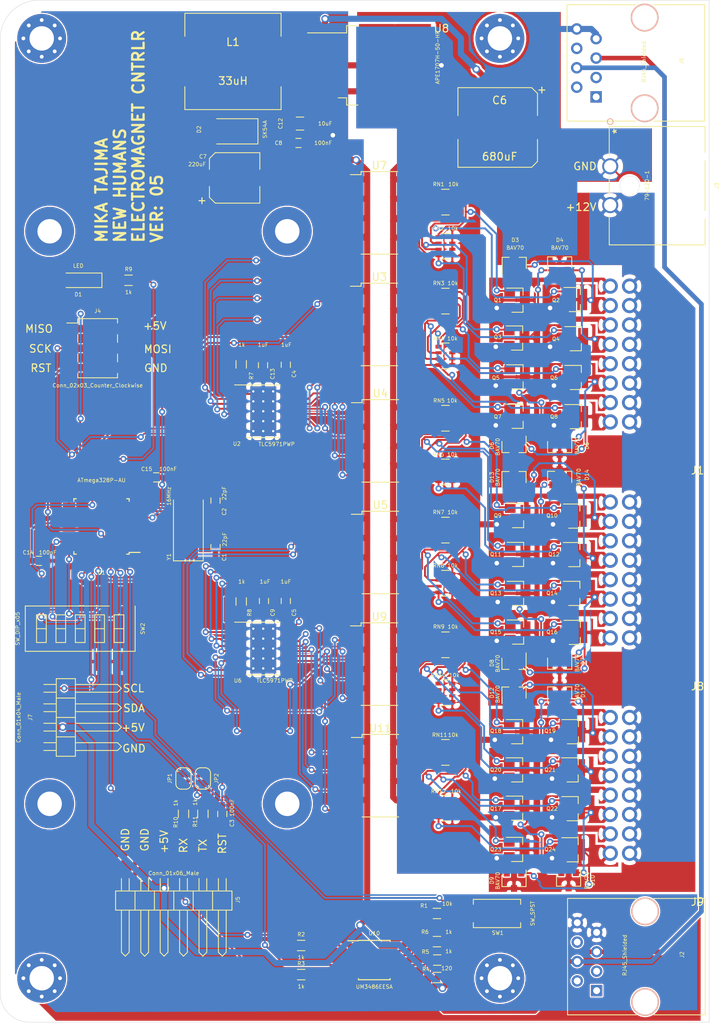
<source format=kicad_pcb>
(kicad_pcb (version 20221018) (generator pcbnew)
  (layers (0 "F.Cu" signal) (31 "B.Cu" signal) (34 "B.Paste" user) (35 "F.Paste" user) (36 "B.SilkS" user "B.Silkscreen") (37 "F.SilkS" user "F.Silkscreen") (38 "B.Mask" user) (39 "F.Mask" user) (44 "Edge.Cuts" user))
  (net 0 "")
  (net 1 "Net-(U1-Pad1)")
  (net 2 "Net-(U1-Pad2)")
  (net 3 "GND")
  (net 4 "+5V")
  (net 5 "Net-(U1-Pad9)")
  (net 6 "Net-(U1-Pad10)")
  (net 7 "Net-(U1-Pad11)")
  (net 8 "Net-(U1-Pad12)")
  (net 9 "Net-(U1-Pad19)")
  (net 10 "Net-(U1-Pad20)")
  (net 11 "Net-(U1-Pad22)")
  (net 12 "Net-(J2-Pad1)")
  (net 13 "Net-(J2-Pad2)")
  (net 14 "Net-(J2-Pad3)")
  (net 15 "Net-(J2-Pad6)")
  (net 16 "+12V")
  (net 17 "Net-(RN3-Pad1)")
  (net 18 "Net-(RN3-Pad2)")
  (net 19 "Net-(RN3-Pad3)")
  (net 20 "Net-(RN3-Pad4)")
  (net 21 "Net-(C1-Pad2)")
  (net 22 "Net-(C2-Pad2)")
  (net 23 "RX")
  (net 24 "TX")
  (net 25 "RS485")
  (net 26 "Net-(C3-Pad1)")
  (net 27 "RST")
  (net 28 "/Sheet614B2B13/EM_00")
  (net 29 "/Sheet614B2B13/EM_01")
  (net 30 "/Sheet614B2B13/EM_02")
  (net 31 "/Sheet614B2B13/EM_03")
  (net 32 "/Sheet614B2B13/EM_04")
  (net 33 "/Sheet614B2B13/EM_05")
  (net 34 "/Sheet614B2B13/EM_06")
  (net 35 "/Sheet614B2B13/EM_07")
  (net 36 "/Sheet614B2B13/EM_08")
  (net 37 "/Sheet614B2B13/EM_09")
  (net 38 "/Sheet614B2B13/EM_10")
  (net 39 "/Sheet614B2B13/EM_11")
  (net 40 "/sheet61B8751A/EM_12")
  (net 41 "/sheet61B8751A/EM_13")
  (net 42 "/sheet61B8751A/EM_14")
  (net 43 "/sheet61B8751A/EM_15")
  (net 44 "/sheet61B8751A/EM_16")
  (net 45 "/sheet61B8751A/EM_17")
  (net 46 "/sheet61B8751A/EM_18")
  (net 47 "/sheet61B8751A/EM_19")
  (net 48 "A")
  (net 49 "B")
  (net 50 "MOSI")
  (net 51 "SCK")
  (net 52 "MISO")
  (net 53 "Net-(J6-Pad1)")
  (net 54 "Net-(J6-Pad2)")
  (net 55 "Net-(J6-Pad3)")
  (net 56 "Net-(J6-Pad6)")
  (net 57 "Net-(R2-Pad2)")
  (net 58 "Net-(R3-Pad2)")
  (net 59 "Net-(R7-Pad1)")
  (net 60 "Net-(R8-Pad1)")
  (net 61 "Net-(RN1-Pad1)")
  (net 62 "Net-(RN1-Pad4)")
  (net 63 "Net-(RN1-Pad2)")
  (net 64 "Net-(RN1-Pad3)")
  (net 65 "Net-(RN5-Pad1)")
  (net 66 "Net-(RN5-Pad4)")
  (net 67 "Net-(RN5-Pad2)")
  (net 68 "Net-(RN5-Pad3)")
  (net 69 "Net-(RN7-Pad1)")
  (net 70 "Net-(RN7-Pad4)")
  (net 71 "Net-(RN7-Pad2)")
  (net 72 "Net-(RN7-Pad3)")
  (net 73 "Net-(RN9-Pad1)")
  (net 74 "Net-(RN9-Pad4)")
  (net 75 "Net-(RN9-Pad2)")
  (net 76 "Net-(RN9-Pad3)")
  (net 77 "PWM_00")
  (net 78 "PWM_01")
  (net 79 "PWM_02")
  (net 80 "PWM_03")
  (net 81 "PWM_04")
  (net 82 "PWM_05")
  (net 83 "/sheet61B8751A/DAT_IN")
  (net 84 "PWM_06")
  (net 85 "PWM_07")
  (net 86 "PWM_08")
  (net 87 "PWM_09")
  (net 88 "PWM_10")
  (net 89 "PWM_11")
  (net 90 "PWM_12")
  (net 91 "PWM_13")
  (net 92 "PWM_14")
  (net 93 "PWM_15")
  (net 94 "PWM_16")
  (net 95 "PWM_17")
  (net 96 "/sheet61B8751A/CLK_IN")
  (net 97 "/sheet61B8751A/CLK_OUT")
  (net 98 "/sheet61B8751A/DAT_OUT")
  (net 99 "PWM_18")
  (net 100 "PWM_19")
  (net 101 "SCL")
  (net 102 "SDA")
  (net 103 "Net-(D1-Pad1)")
  (net 104 "DIP0")
  (net 105 "DIP1")
  (net 106 "DIP2")
  (net 107 "DIP3")
  (net 108 "DIP4")
  (net 109 "Net-(Q1-Pad1)")
  (net 110 "Net-(Q2-Pad1)")
  (net 111 "Net-(Q3-Pad1)")
  (net 112 "Net-(Q4-Pad1)")
  (net 113 "Net-(Q5-Pad1)")
  (net 114 "Net-(Q6-Pad1)")
  (net 115 "Net-(Q7-Pad1)")
  (net 116 "Net-(Q8-Pad1)")
  (net 117 "Net-(Q9-Pad1)")
  (net 118 "Net-(Q10-Pad1)")
  (net 119 "Net-(Q11-Pad1)")
  (net 120 "Net-(Q12-Pad1)")
  (net 121 "Net-(Q13-Pad1)")
  (net 122 "Net-(Q14-Pad1)")
  (net 123 "Net-(Q15-Pad1)")
  (net 124 "Net-(Q16-Pad1)")
  (net 125 "Net-(Q18-Pad1)")
  (net 126 "Net-(Q19-Pad1)")
  (net 127 "Net-(Q20-Pad1)")
  (net 128 "Net-(Q21-Pad1)")
  (net 129 "Net-(R9-Pad2)")
  (net 130 "Net-(Q17-Pad1)")
  (net 131 "/sheet61B8751A/EM_20")
  (net 132 "Net-(Q22-Pad1)")
  (net 133 "/sheet61B8751A/EM_21")
  (net 134 "Net-(Q23-Pad1)")
  (net 135 "/sheet61B8751A/EM_22")
  (net 136 "Net-(Q24-Pad1)")
  (net 137 "/sheet61B8751A/EM_23")
  (net 138 "Net-(RN11-Pad1)")
  (net 139 "Net-(RN11-Pad3)")
  (net 140 "Net-(RN11-Pad2)")
  (net 141 "Net-(RN11-Pad4)")
  (net 142 "PWM_20")
  (net 143 "PWM_21")
  (net 144 "PWM_22")
  (net 145 "PWM_23")
  (net 146 "Net-(JP1-Pad1)")
  (net 147 "Net-(JP2-Pad1)")
  (net 148 "Net-(D2-Pad1)")
  (footprint "Housings_QFP:TQFP-32_7x7mm_Pitch0.8mm" (layer "F.Cu") (at 72.83 93.872 180)
    (fp_text reference "U1")
    (fp_text value "ATmega328P-AU")
  )
  (footprint "Connectors:RJ45_8" (layer "F.Cu") (at 137.668 154.6225 90)
    (fp_text reference "J2")
    (fp_text value "RJ45_Shielded")
  )
  (footprint "Mounting_Holes:MountingHole_3.2mm_M3_Pad_Via" (layer "F.Cu") (at 65 153)
    (fp_text reference "H2")
    (fp_text value "MountingHole")
  )
  (footprint "Mounting_Holes:MountingHole_3.2mm_M3_Pad_Via" (layer "F.Cu") (at 125 30)
    (fp_text reference "H3")
    (fp_text value "MountingHole")
  )
  (footprint "Mounting_Holes:MountingHole_3.2mm_M3_Pad_Via" (layer "F.Cu") (at 125 153)
    (fp_text reference "H4")
    (fp_text value "MountingHole")
  )
  (footprint "EzerLonginus:6Pin_SMD_Angled_Header_2.54mm" (layer "F.Cu") (at 82.296 138.684 180)
    (fp_text reference "J5")
    (fp_text value "Conn_01x06_Male")
  )
  (footprint "Capacitors_SMD:C_0603_HandSoldering" (layer "F.Cu") (at 87.757 96.581 -90)
    (fp_text reference "C1")
    (fp_text value "22pF")
  )
  (footprint "Capacitors_SMD:C_0603_HandSoldering" (layer "F.Cu") (at 87.757 90.485 90)
    (fp_text reference "C2")
    (fp_text value "22pF")
  )
  (footprint "Housings_SOIC:SOIC-8_3.9x4.9mm_Pitch1.27mm" (layer "F.Cu") (at 108.552 150.622)
    (fp_text reference "U10")
    (fp_text value "UM3486EESA")
  )
  (footprint "Crystals:Crystal_SMD_0603-2pin_6.0x3.5mm_HandSoldering" (layer "F.Cu") (at 84.201 93.599 90)
    (fp_text reference "Y1")
    (fp_text value "16MHz")
  )
  (footprint "Capacitors_SMD:C_0603_HandSoldering" (layer "F.Cu") (at 88.646 131.506 90)
    (fp_text reference "C3")
    (fp_text value "100nF")
  )
  (footprint "Capacitors_SMD:C_0603_HandSoldering" (layer "F.Cu") (at 96.9645 72.71 -90)
    (fp_text reference "C4")
    (fp_text value "1uF")
  )
  (footprint "Capacitors_SMD:C_0603_HandSoldering" (layer "F.Cu") (at 96.9645 103.6295 -90)
    (fp_text reference "C5")
    (fp_text value "1uF")
  )
  (footprint "Connectors:RJ45_8" (layer "F.Cu") (at 137.6045 37.6555 90)
    (fp_text reference "J6")
    (fp_text value "RJ45_Shielded")
  )
  (footprint "Resistors_SMD:R_0603_HandSoldering" (layer "F.Cu") (at 116.756 144.526)
    (fp_text reference "R1")
    (fp_text value "10k")
  )
  (footprint "Resistors_SMD:R_0603_HandSoldering" (layer "F.Cu") (at 98.976 148.717)
    (fp_text reference "R2")
    (fp_text value "1k")
  )
  (footprint "Resistors_SMD:R_0603_HandSoldering" (layer "F.Cu") (at 98.976 152.527)
    (fp_text reference "R3")
    (fp_text value "1k")
  )
  (footprint "Resistors_SMD:R_0603_HandSoldering" (layer "F.Cu") (at 116.797 152.908 180)
    (fp_text reference "R4")
    (fp_text value "1k")
  )
  (footprint "Resistors_SMD:R_0603_HandSoldering" (layer "F.Cu") (at 116.797 150.622)
    (fp_text reference "R5")
    (fp_text value "120")
  )
  (footprint "Resistors_SMD:R_0603_HandSoldering" (layer "F.Cu") (at 116.756 148.209)
    (fp_text reference "R6")
    (fp_text value "1k")
  )
  (footprint "Resistors_SMD:R_0603_HandSoldering" (layer "F.Cu") (at 91.1225 72.6645 -90)
    (fp_text reference "R7")
    (fp_text value "1k")
  )
  (footprint "Resistors_SMD:R_0603_HandSoldering" (layer "F.Cu") (at 91.1225 103.6955 -90)
    (fp_text reference "R8")
    (fp_text value "1k")
  )
  (footprint "Resistors_SMD:R_Array_Convex_4x0603" (layer "F.Cu") (at 117.867 51.4285)
    (fp_text reference "RN1")
    (fp_text value "10k")
  )
  (footprint "Resistors_SMD:R_Array_Convex_4x0603" (layer "F.Cu") (at 117.867 57.1945)
    (fp_text reference "RN2")
    (fp_text value "10k")
  )
  (footprint "Resistors_SMD:R_Array_Convex_4x0603" (layer "F.Cu") (at 117.867 64.3825)
    (fp_text reference "RN3")
    (fp_text value "10k")
  )
  (footprint "Resistors_SMD:R_Array_Convex_4x0603" (layer "F.Cu") (at 117.867 71.5455)
    (fp_text reference "RN4")
    (fp_text value "10k")
  )
  (footprint "Resistors_SMD:R_Array_Convex_4x0603" (layer "F.Cu") (at 117.867 79.7115)
    (fp_text reference "RN5")
    (fp_text value "10k")
  )
  (footprint "Resistors_SMD:R_Array_Convex_4x0603" (layer "F.Cu") (at 117.867 86.74794)
    (fp_text reference "RN6")
    (fp_text value "10k")
  )
  (footprint "Resistors_SMD:R_Array_Convex_4x0603" (layer "F.Cu") (at 117.867 94.3545)
    (fp_text reference "RN7")
    (fp_text value "10k")
  )
  (footprint "Resistors_SMD:R_Array_Convex_4x0603" (layer "F.Cu") (at 117.867 101.3015)
    (fp_text reference "RN8")
    (fp_text value "10k")
  )
  (footprint "Resistors_SMD:R_Array_Convex_4x0603" (layer "F.Cu") (at 117.867 109.364604)
    (fp_text reference "RN9")
    (fp_text value "10k")
  )
  (footprint "Resistors_SMD:R_Array_Convex_4x0603" (layer "F.Cu") (at 117.867 115.6335)
    (fp_text reference "RN10")
    (fp_text value "10k")
  )
  (footprint "Buttons_Switches_SMD:SW_SPST_EVQPE1" (layer "F.Cu") (at 124.62 144.526)
    (fp_text reference "SW1")
    (fp_text value "SW_SPST")
  )
  (footprint "Housings_SSOP:HTSSOP-20-1EP_4.4x6.5mm_Pitch0.65mm_ThermalPad" (layer "F.Cu") (at 94.01 109.855)
    (fp_text reference "U6")
    (fp_text value "TLC5971PWP")
  )
  (footprint "Housings_SSOP:HTSSOP-20-1EP_4.4x6.5mm_Pitch0.65mm_ThermalPad" (layer "F.Cu") (at 94.01 78.8)
    (fp_text reference "U2")
    (fp_text value "TLC5971PWP")
  )
  (footprint "Mounting_Holes:MountingHole_3.2mm_M3_Pad_Via" (layer "F.Cu") (at 65 30)
    (fp_text reference "H1")
    (fp_text value "MountingHole")
  )
  (footprint "Mounting_Holes:MountingHole_3.2mm_M3_Pad" (layer "F.Cu") (at 66.04 55.245)
    (fp_text reference "H5")
    (fp_text value "MountingHole")
  )
  (footprint "Mounting_Holes:MountingHole_3.2mm_M3_Pad" (layer "F.Cu") (at 66.04 130.175)
    (fp_text reference "H6")
    (fp_text value "MountingHole")
  )
  (footprint "Mounting_Holes:MountingHole_3.2mm_M3_Pad" (layer "F.Cu") (at 97.155 55.245)
    (fp_text reference "H7")
    (fp_text value "MountingHole")
  )
  (footprint "Mounting_Holes:MountingHole_3.2mm_M3_Pad" (layer "F.Cu") (at 97.155 130.175)
    (fp_text reference "H8")
    (fp_text value "MountingHole")
  )
  (footprint "Capacitors_SMD:C_0805_HandSoldering" (layer "F.Cu") (at 98.826 41.148 180)
    (fp_text reference "C12")
    (fp_text value "10uF")
  )
  (footprint "EzerLonginus:4Pin_SMD_Angled_Header_2.54mm" (layer "F.Cu") (at 64.008 118.872 -90)
    (fp_text reference "J7")
    (fp_text value "Conn_01x04_Male")
  )
  (footprint "LEDs:LED_1206_HandSoldering" (layer "F.Cu") (at 69.7865 61.6585 180)
    (fp_text reference "D1")
    (fp_text value "LED")
  )
  (footprint "Resistors_SMD:R_0603_HandSoldering" (layer "F.Cu") (at 76.37 61.6585)
    (fp_text reference "R9")
    (fp_text value "1k")
  )
  (footprint "Buttons_Switches_SMD:SW_DIP_x5_W8.61mm_Slide_LowProfile" (layer "F.Cu") (at 70.0405 107.2515 -90)
    (fp_text reference "SW2")
    (fp_text value "SW_DIP_x05")
  )
  (footprint "Pin_Headers:Pin_Header_Straight_2x03_Pitch2.54mm_SMD" (layer "F.Cu") (at 72.3265 70.5485)
    (fp_text reference "J4")
    (fp_text value "Conn_02x03_Counter_Clockwise")
  )
  (footprint "Capacitors_SMD:C_0603_HandSoldering" (layer "F.Cu") (at 94.107 103.6295 -90)
    (fp_text reference "C9")
    (fp_text value "1uF")
  )
  (footprint "Capacitors_SMD:C_0603_HandSoldering" (layer "F.Cu") (at 93.98 72.7735 -90)
    (fp_text reference "C13")
    (fp_text value "1uF")
  )
  (footprint "EzerLonginus:SOT-23" (layer "F.Cu") (at 127.27 64.262)
    (fp_text reference "Q1")
    (fp_text value "Q_NMOS_GSD")
  )
  (footprint "EzerLonginus:SOT-23" (layer "F.Cu") (at 134.777 64.178)
    (fp_text reference "Q2")
    (fp_text value "Q_NMOS_GSD")
  )
  (footprint "EzerLonginus:SOT-23" (layer "F.Cu") (at 127.224 69.215)
    (fp_text reference "Q3")
    (fp_text value "Q_NMOS_GSD")
  )
  (footprint "EzerLonginus:SOT-23" (layer "F.Cu") (at 134.904 69.299)
    (fp_text reference "Q4")
    (fp_text value "Q_NMOS_GSD")
  )
  (footprint "EzerLonginus:SOT-23" (layer "F.Cu") (at 127.284 74.295)
    (fp_text reference "Q5")
    (fp_text value "Q_NMOS_GSD")
  )
  (footprint "EzerLonginus:SOT-23" (layer "F.Cu") (at 134.904 74.379)
    (fp_text reference "Q6")
    (fp_text value "Q_NMOS_GSD")
  )
  (footprint "EzerLonginus:SOT-23" (layer "F.Cu") (at 127.284 79.459)
    (fp_text reference "Q7")
    (fp_text value "Q_NMOS_GSD")
  )
  (footprint "EzerLonginus:SOT-23" (layer "F.Cu") (at 134.904 79.502)
    (fp_text reference "Q8")
    (fp_text value "Q_NMOS_GSD")
  )
  (footprint "EzerLonginus:SOT-23" (layer "F.Cu") (at 134.7135 92.5195)
    (fp_text reference "Q10")
    (fp_text value "Q_NMOS_GSD")
  )
  (footprint "EzerLonginus:SOT-23" (layer "F.Cu") (at 127.3475 97.536)
    (fp_text reference "Q11")
    (fp_text value "Q_NMOS_GSD")
  )
  (footprint "EzerLonginus:SOT-23" (layer "F.Cu") (at 134.7135 97.5565)
    (fp_text reference "Q12")
    (fp_text value "Q_NMOS_GSD")
  )
  (footprint "EzerLonginus:SOT-23" (layer "F.Cu") (at 127.3475 102.6365)
    (fp_text reference "Q13")
    (fp_text value "Q_NMOS_GSD")
  )
  (footprint "EzerLonginus:SOT-23" (layer "F.Cu") (at 134.7135 102.6365)
    (fp_text reference "Q14")
    (fp_text value "Q_NMOS_GSD")
  )
  (footprint "EzerLonginus:SOT-23" (layer "F.Cu") (at 127.351 107.696)
    (fp_text reference "Q15")
    (fp_text value "Q_NMOS_GSD")
  )
  (footprint "EzerLonginus:SOT-23" (layer "F.Cu") (at 134.777 107.739)
    (fp_text reference "Q16")
    (fp_text value "Q_NMOS_GSD")
  )
  (footprint "EzerLonginus:SOT-23" (layer "F.Cu") (at 127.224 120.734)
    (fp_text reference "Q18")
    (fp_text value "Q_NMOS_GSD")
  )
  (footprint "EzerLonginus:SOT-23" (layer "F.Cu") (at 134.523 120.734)
    (fp_text reference "Q19")
    (fp_text value "Q_NMOS_GSD")
  )
  (footprint "EzerLonginus:SOT-23" (layer "F.Cu") (at 127.224 125.73)
    (fp_text reference "Q20")
    (fp_text value "Q_NMOS_GSD")
  )
  (footprint "EzerLonginus:SOT-23" (layer "F.Cu") (at 134.493 125.73)
    (fp_text reference "Q21")
    (fp_text value "Q_NMOS_GSD")
  )
  (footprint "EzerLonginus:SOT-23" (layer "F.Cu") (at 127.224 130.7465)
    (fp_text reference "Q17")
    (fp_text value "Q_NMOS_GSD")
  )
  (footprint "EzerLonginus:SOT-23" (layer "F.Cu") (at 134.493 130.81)
    (fp_text reference "Q22")
    (fp_text value "Q_NMOS_GSD")
  )
  (footprint "EzerLonginus:SOT-23" (layer "F.Cu") (at 127.224 136.144)
    (fp_text reference "Q23")
    (fp_text value "Q_NMOS_GSD")
  )
  (footprint "EzerLonginus:SOT-23" (layer "F.Cu") (at 134.493 136.187)
    (fp_text reference "Q24")
    (fp_text value "Q_NMOS_GSD")
  )
  (footprint "Resistors_SMD:R_Array_Convex_4x0603" (layer "F.Cu") (at 117.867 123.444)
    (fp_text reference "RN11")
    (fp_text value "10k")
  )
  (footprint "Resistors_SMD:R_Array_Convex_4x0603" (layer "F.Cu") (at 117.867 130.74)
    (fp_text reference "RN12")
    (fp_text value "10k")
  )
  (footprint "Jumper:SolderJumper-2_P1.3mm_Open_RoundedPad1.0x1.5mm" (layer "F.Cu") (at 83.566 126.858 90)
    (fp_text reference "JP1")
    (fp_text value "Jumper_NO_Small")
  )
  (footprint "Jumper:SolderJumper-2_P1.3mm_Open_RoundedPad1.0x1.5mm" (layer "F.Cu") (at 86.106 126.858 90)
    (fp_text reference "JP2")
    (fp_text value "Jumper_NO_Small")
  )
  (footprint "Resistors_SMD:R_0603_HandSoldering" (layer "F.Cu") (at 83.566 131.488 90)
    (fp_text reference "R10")
    (fp_text value "1k")
  )
  (footprint "Resistors_SMD:R_0603_HandSoldering" (layer "F.Cu") (at 86.106 131.488 90)
    (fp_text reference "R11")
    (fp_text value "1k")
  )
  (footprint "EzerLonginus:794120-1" (layer "F.Cu") (at 139.446 46.736 -90)
    (fp_text reference "J3")
    (fp_text value "794120-1")
  )
  (footprint "Housings_SSOP:SOP-16_4.4x10.4mm_Pitch1.27mm" (layer "F.Cu") (at 109.22 67.437)
    (fp_text reference "U3")
    (fp_text value "TLP290-4")
  )
  (footprint "Housings_SSOP:SOP-16_4.4x10.4mm_Pitch1.27mm" (layer "F.Cu") (at 109.347 82.677)
    (fp_text reference "U4")
    (fp_text value "TLP290-4")
  )
  (footprint "Housings_SSOP:SOP-16_4.4x10.4mm_Pitch1.27mm" (layer "F.Cu") (at 109.347 97.282)
    (fp_text reference "U5")
    (fp_text value "TLP290-4")
  )
  (footprint "Housings_SSOP:SOP-16_4.4x10.4mm_Pitch1.27mm" (layer "F.Cu") (at 109.22 52.832)
    (fp_text reference "U7")
    (fp_text value "TLP290-4")
  )
  (footprint "Housings_SSOP:SOP-16_4.4x10.4mm_Pitch1.27mm" (layer "F.Cu") (at 109.22 111.887)
    (fp_text reference "U9")
    (fp_text value "TLP290-4")
  )
  (footprint "Housings_SSOP:SOP-16_4.4x10.4mm_Pitch1.27mm" (layer "F.Cu") (at 109.347 126.492)
    (fp_text reference "U11")
    (fp_text value "TLP290-4")
  )
  (footprint "EzerLonginus:SOT-23" (layer "F.Cu") (at 127.351 92.456)
    (fp_text reference "Q9")
    (fp_text value "Q_NMOS_GSD")
  )
  (footprint "EzerLonginus:16Pin_8x2_Angled_Header_2.54mm" (layer "F.Cu") (at 139.446 71.3105)
    (fp_text reference "J1")
    (fp_text value "Conn_02x08_Odd_Even")
  )
  (footprint "EzerLonginus:16Pin_8x2_Angled_Header_2.54mm" (layer "F.Cu") (at 139.446 99.568)
    (fp_text reference "J8")
    (fp_text value "Conn_02x08_Odd_Even")
  )
  (footprint "EzerLonginus:16Pin_8x2_Angled_Header_2.54mm" (layer "F.Cu") (at 139.446 127.762)
    (fp_text reference "J9")
    (fp_text value "Conn_02x08_Odd_Even")
  )
  (footprint "Capacitors_SMD:C_0603_HandSoldering" (layer "F.Cu") (at 64.6328 98.3742)
    (fp_text reference "C14")
    (fp_text value "100nF")
  )
  (footprint "Capacitors_SMD:C_0603_HandSoldering" (layer "F.Cu") (at 79.9998 87.4522 180)
    (fp_text reference "C15")
    (fp_text value "100nF")
  )
  (footprint "TO_SOT_Packages_SMD:SOT-23" (layer "F.Cu") (at 132.8268 59.3504 90)
    (fp_text reference "D4")
    (fp_text value "BAV70")
  )
  (footprint "TO_SOT_Packages_SMD:SOT-23" (layer "F.Cu") (at 132.8268 83.4484 -90)
    (fp_text reference "D5")
    (fp_text value "BAV70")
  )
  (footprint "TO_SOT_Packages_SMD:SOT-23" (layer "F.Cu") (at 126.8476 83.4484 -90)
    (fp_text reference "D6")
    (fp_text value "BAV70")
  )
  (footprint "TO_SOT_Packages_SMD:SOT-23" (layer "F.Cu") (at 132.8268 111.7948 -90)
    (fp_text reference "D7")
    (fp_text value "BAV70")
  )
  (footprint "TO_SOT_Packages_SMD:SOT-23" (layer "F.Cu") (at 126.8476 111.8202 -90)
    (fp_text reference "D8")
    (fp_text value "BAV70")
  )
  (footprint "TO_SOT_Packages_SMD:SOT-23" (layer "F.Cu") (at 126.8476 140.2428 -90)
    (fp_text reference "D9")
    (fp_text value "BAV70")
  )
  (footprint "TO_SOT_Packages_SMD:SOT-23" (layer "F.Cu") (at 133.9952 140.192 -90)
    (fp_text reference "D10")
    (fp_text value "BAV70")
  )
  (footprint "TO_SOT_Packages_SMD:SOT-23" (layer "F.Cu") (at 132.8268 115.6302 90)
    (fp_text reference "D11")
    (fp_text value "BAV70")
  )
  (footprint "TO_SOT_Packages_SMD:SOT-23" (layer "F.Cu") (at 126.8476 115.6462 90)
    (fp_text reference "D12")
    (fp_text value "BAV70")
  )
  (footprint "TO_SOT_Packages_SMD:SOT-23" (layer "F.Cu") (at 126.8476 87.4428 90)
    (fp_text reference "D13")
    (fp_text value "BAV70")
  )
  (footprint "TO_SOT_Packages_SMD:SOT-23" (layer "F.Cu") (at 132.8268 87.4174 90)
    (fp_text reference "D14")
    (fp_text value "BAV70")
  )
  (footprint "TO_SOT_Packages_SMD:SOT-23" (layer "F.Cu") (at 126.873 59.4106 90)
    (fp_text reference "D3")
    (fp_text value "BAV70")
  )
  (footprint "EzerLonginus:CP_Elec_10x10.5" (layer "F.Cu") (at 124.714 41.656 180)
    (fp_text reference "C6")
    (fp_text value "680uF")
  )
  (footprint "Capacitors_SMD:CP_Elec_6.3x7.7" (layer "F.Cu") (at 90.264 48.26)
    (fp_text reference "C7")
    (fp_text value "220uF")
  )
  (footprint "Capacitors_SMD:C_0603_HandSoldering" (layer "F.Cu") (at 98.618 43.688)
    (fp_text reference "C8")
    (fp_text value "100nF")
  )
  (footprint "Inductors_SMD:L_12x12mm_h8mm" (layer "F.Cu") (at 90.046 33.02 180)
    (fp_text reference "L1")
    (fp_text value "33uH")
  )
  (footprint "TO_SOT_Packages_SMD:TO-263-5_TabPin3" (layer "F.Cu") (at 107.877 33.528)
    (fp_text reference "U8")
    (fp_text value "APE1707H-50-HF")
  )
  (footprint "EzerLonginus:D_SMA" (layer "F.Cu") (at 89.916 42.164 180)
    (fp_text reference "D2")
    (fp_text value "SK54A")
  )
  (gr_line (start 63.373 158.75) (end 152.4 158.75) (stroke (width 0.05)) (layer "Edge.Cuts"))
  (gr_arc (start 59.563 30.08) (mid 61.050898 26.487898) (end 64.643 25) (stroke (width 0.05)) (layer "Edge.Cuts"))
  (gr_line (start 152.4 25) (end 64.643 25) (stroke (width 0.05)) (layer "Edge.Cuts"))
  (gr_arc (start 63.373 158.75) (mid 60.678923 157.634077) (end 59.563 154.94) (stroke (width 0.05)) (layer "Edge.Cuts"))
  (gr_line (start 59.563 30.08) (end 59.563 147.32) (stroke (width 0.05)) (layer "Edge.Cuts"))
  (gr_line (start 152.4 158.75) (end 152.4 25) (stroke (width 0.05)) (layer "Edge.Cuts"))
  (gr_line (start 59.563 147.32) (end 59.563 154.94) (stroke (width 0.05)) (layer "Edge.Cuts"))
  (gr_text "MIKA TAJIMA\nNEW HUMANS\nELECTROMAGNET CNTRLR\nVER: 05" (at 76.454 56.896 90) (layer "F.SilkS") (effects (font (size 1.5 1.5) (thickness 0.3)) (justify left)))
  (gr_text "GND" (at 78.486 134.874 90) (layer "F.SilkS") (effects (font (size 1 1))))
  (gr_text "MOSI" (at 80.2005 70.6755) (layer "F.SilkS") (effects (font (size 1 1))))
  (gr_text "SCL" (at 77.0255 115.062) (layer "F.SilkS") (effects (font (size 1 1))))
  (gr_text "RX" (at 83.566 135.636 90) (layer "F.SilkS") (effects (font (size 1 1))))
  (gr_text "SDA" (at 77.089 117.6655) (layer "F.SilkS") (effects (font (size 1 1))))
  (gr_text "RST" (at 88.646 135.382 90) (layer "F.SilkS") (effects (font (size 1 1))))
  (gr_text "GND" (at 79.9465 73.152) (layer "F.SilkS") (effects (font (size 1 1))))
  (gr_text "RST" (at 64.897 73.152) (layer "F.SilkS") (effects (font (size 1 1))))
  (gr_text "GND" (at 77.089 122.936) (layer "F.SilkS") (effects (font (size 1 1))))
  (gr_text "+5V" (at 76.962 120.2055) (layer "F.SilkS") (effects (font (size 1 1))))
  (gr_text "GND" (at 136.144 46.736) (layer "F.SilkS") (effects (font (size 1 1))))
  (gr_text "TX" (at 86.106 135.636 90) (layer "F.SilkS") (effects (font (size 1 1))))
  (gr_text "MISO" (at 64.643 68.0085) (layer "F.SilkS") (effects (font (size 1 1))))
  (gr_text "GND" (at 75.946 134.874 90) (layer "F.SilkS") (effects (font (size 1 1))))
  (gr_text "+5V" (at 81.026 135.128 90) (layer "F.SilkS") (effects (font (size 1 1))))
  (gr_text "SCK" (at 64.8335 70.612) (layer "F.SilkS") (effects (font (size 1 1))))
  (gr_text "+12V" (at 135.636 52.07) (layer "F.SilkS") (effects (font (size 1 1))))
  (gr_text "+5V" (at 79.8195 67.6275) (layer "F.SilkS") (effects (font (size 1 1))))
  (segment (start 133.604 80.602) (end 132.123 80.602) (width 0.8) (layer "F.Cu") (net 3))
  (segment (start 124.587 98.679) (end 121.92 98.679) (width 0.8) (layer "F.Cu") (net 3))
  (segment (start 124.63 137.244) (end 124.587 137.287) (width 0.8) (layer "F.Cu") (net 3))
  (segment (start 124.503 70.315) (end 124.46 70.358) (width 0.8) (layer "F.Cu") (net 3))
  (segment (start 93.68 76.53) (end 94.01 76.2) (width 0.25) (layer "F.Cu") (net 3))
  (segment (start 133.477 65.278) (end 131.572 65.278) (width 0.8) (layer "F.Cu") (net 3))
  (segment (start 131.9755 98.6565) (end 131.953 98.679) (width 0.8) (layer "F.Cu") (net 3))
  (segment (start 93.98 73.7235) (end 96.901 73.7235) (width 0.25) (layer "F.Cu") (net 3))
  (segment (start 91.948 45.212) (end 92.964 46.228) (width 0.8) (layer "F.Cu") (net 3))
  (segment (start 93.939 73.7645) (end 93.98 73.7235) (width 0.25) (layer "F.Cu") (net 3))
  (segment (start 125.984 75.395) (end 124.503 75.395) (width 0.8) (layer "F.Cu") (net 3))
  (segment (start 132.123 80.602) (end 132.08 80.645) (width 0.8) (layer "F.Cu") (net 3))
  (segment (start 117.348 33.528) (end 111.252 33.528) (width 0.8) (layer "F.Cu") (net 3))
  (segment (start 125.924 70.315) (end 124.503 70.315) (width 0.8) (layer "F.Cu") (net 3))
  (segment (start 124.587 93.599) (end 126.008 93.599) (width 0.8) (layer "F.Cu") (net 3))
  (segment (start 133.4135 93.6195) (end 131.9735 93.6195) (width 0.8) (layer "F.Cu") (net 3))
  (segment (start 131.783 121.877) (end 131.699 121.793) (width 0.8) (layer "F.Cu") (net 3))
  (segment (start 133.193 126.83) (end 131.869 126.83) (width 0.8) (layer "F.Cu") (net 3))
  (segment (start 124.7365 103.7365) (end 124.714 103.759) (width 0.8) (layer "F.Cu") (net 3))
  (segment (start 133.193 131.91) (end 131.869 131.91) (width 0.8) (layer "F.Cu") (net 3))
  (segment (start 125.881 65.278) (end 125.924 65.235) (width 0.8) (layer "F.Cu") (net 3))
  (segment (start 88.2396 44.5516) (end 88.9 45.212) (width 0.8) (layer "F.Cu") (net 3))
  (segment (start 125.924 131.8465) (end 124.5665 131.8465) (width 0.8) (layer "F.Cu") (net 3))
  (segment (start 133.477 108.839) (end 131.953 108.839) (width 0.8) (layer "F.Cu") (net 3))
  (segment (start 124.587 93.599) (end 121.539 93.599) (width 0.8) (layer "F.Cu") (net 3))
  (segment (start 133.4135 103.7365) (end 131.9755 103.7365) (width 0.8) (layer "F.Cu") (net 3))
  (segment (start 133.29 121.877) (end 131.783 121.877) (width 0.8) (layer "F.Cu") (net 3))
  (segment (start 124.587 65.278) (end 121.793 65.278) (width 0.8) (layer "F.Cu") (net 3))
  (segment (start 124.333 126.873) (end 121.92 126.873) (width 0.8) (layer "F.Cu") (net 3))
  (segment (start 124.503 75.395) (end 124.46 75.438) (width 0.8) (layer "F.Cu") (net 3))
  (segment (start 124.376 126.83) (end 124.333 126.873) (width 0.8) (layer "F.Cu") (net 3))
  (segment (start 125.924 121.834) (end 124.374 121.834) (width 0.8) (layer "F.Cu") (net 3))
  (segment (start 124.587 65.278) (end 125.881 65.278) (width 0.8) (layer "F.Cu") (net 3))
  (segment (start 133.193 137.287) (end 131.826 137.287) (width 0.8) (layer "F.Cu") (net 3))
  (segment (start 133.604 70.399) (end 131.613 70.399) (width 0.8) (layer "F.Cu") (net 3))
  (segment (start 126.0475 98.636) (end 124.63 98.636) (width 0.8) (layer "F.Cu") (net 3))
  (segment (start 125.924 137.244) (end 124.63 137.244) (width 0.8) (layer "F.Cu") (net 3))
  (segment (start 124.714 103.759) (end 122.047 103.759) (width 0.8) (layer "F.Cu") (net 3))
  (segment (start 126.0475 103.7365) (end 124.7365 103.7365) (width 0.8) (layer "F.Cu") (net 3))
  (segment (start 133.4135 98.6565) (end 131.9755 98.6565) (width 0.8) (layer "F.Cu") (net 3))
  (segment (start 124.46 75.438) (end 121.793 75.438) (width 0.8) (layer "F.Cu") (net 3))
  (segment (start 102.102 33.528) (end 111.252 33.528) (width 0.8) (layer "F.Cu") (net 3))
  (segment (start 88.2396 42.164) (end 88.2396 44.5516) (width 0.8) (layer "F.Cu") (net 3))
  (segment (start 124.333 121.793) (end 121.793 121.793) (width 0.8) (layer "F.Cu") (net 3))
  (segment (start 124.587 137.287) (end 121.92 137.287) (width 0.8) (layer "F.Cu") (net 3))
  (segment (start 124.374 121.834) (end 124.333 121.793) (width 0.8) (layer "F.Cu") (net 3))
  (segment (start 93.98 76.17) (end 94.01 76.2) (width 0.25) (layer "F.Cu") (net 3))
  (segment (start 126.008 93.599) (end 126.051 93.556) (width 0.8) (layer "F.Cu") (net 3))
  (segment (start 124.46 131.953) (end 121.92 131.953) (width 0.8) (layer "F.Cu") (net 3))
  (segment (start 131.869 126.83) (end 131.826 126.873) (width 0.8) (layer "F.Cu") (net 3))
  (segment (start 131.9735 93.6195) (end 131.953 93.599) (width 0.8) (layer "F.Cu") (net 3))
  (segment (start 133.604 75.479) (end 132.121 75.479) (width 0.8) (layer "F.Cu") (net 3))
  (segment (start 102.102 36.928) (end 108.202 36.928) (width 0.8) (layer "F.Cu") (net 3))
  (segment (start 124.63 98.636) (end 124.587 98.679) (width 0.8) (layer "F.Cu") (net 3))
  (segment (start 91.1225 73.7645) (end 93.939 73.7645) (width 0.25) (layer "F.Cu") (net 3))
  (segment (start 131.613 70.399) (end 131.572 70.358) (width 0.8) (layer "F.Cu") (net 3))
  (segment (start 131.9755 103.7365) (end 131.953 103.759) (width 0.8) (layer "F.Cu") (net 3))
  (segment (start 132.121 75.479) (end 132.08 75.438) (width 0.8) (layer "F.Cu") (net 3))
  (segment (start 125.924 126.83) (end 124.376 126.83) (width 0.8) (layer "F.Cu") (net 3))
  (segment (start 124.46 80.645) (end 121.793 80.645) (width 0.8) (layer "F.Cu") (net 3))
  (segment (start 108.202 36.928) (end 108.827 36.303) (width 0.8) (layer "F.Cu") (net 3))
  (segment (start 96.901 73.7235) (end 96.9645 73.66) (width 0.25) (layer "F.Cu") (net 3))
  (segment (start 124.587 108.839) (end 122.047 108.839) (width 0.8) (layer "F.Cu") (net 3))
  (segment (start 93.98 73.7235) (end 93.98 76.17) (width 0.25) (layer "F.Cu") (net 3))
  (segment (start 125.984 80.559) (end 124.546 80.559) (width 0.8) (layer "F.Cu") (net 3))
  (segment (start 124.587 108.839) (end 126.008 108.839) (width 0.8) (layer "F.Cu") (net 3))
  (segment (start 91.06 76.53) (end 93.68 76.53) (width 0.25) (layer "F.Cu") (net 3))
  (segment (start 124.46 70.358) (end 121.793 70.358) (width 0.8) (layer "F.Cu") (net 3))
  (segment (start 124.546 80.559) (end 124.46 80.645) (width 0.8) (layer "F.Cu") (net 3))
  (segment (start 131.869 131.91) (end 131.826 131.953) (width 0.8) (layer "F.Cu") (net 3))
  (segment (start 88.9 45.212) (end 91.948 45.212) (width 0.8) (layer "F.Cu") (net 3))
  (segment (start 92.964 46.228) (end 92.964 48.26) (width 0.8) (layer "F.Cu") (net 3))
  (segment (start 126.008 108.839) (end 126.051 108.796) (width 0.8) (layer "F.Cu") (net 3))
  (segment (start 124.5665 131.8465) (end 124.46 131.953) (width 0.8) (layer "F.Cu") (net 3))
  (via (at 124.46 70.358) (size 1) (drill 0.6) (layers "F.Cu" "B.Cu") (net 3))
  (via (at 132.08 75.438) (size 1) (drill 0.6) (layers "F.Cu" "B.Cu") (net 3))
  (via (at 124.587 108.839) (size 1) (drill 0.6) (layers "F.Cu" "B.Cu") (net 3))
  (via (at 124.587 93.599) (size 1) (drill 0.6) (layers "F.Cu" "B.Cu") (net 3))
  (via (at 124.46 80.645) (size 1) (drill 0.6) (layers "F.Cu" "B.Cu") (net 3))
  (via (at 124.46 131.953) (size 1) (drill 0.6) (layers "F.Cu" "B.Cu") (net 3))
  (via (at 131.826 131.953) (size 1) (drill 0.6) (layers "F.Cu" "B.Cu") (net 3))
  (via (at 131.953 108.839) (size 1) (drill 0.6) (layers "F.Cu" "B.Cu") (net 3))
  (via (at 131.699 121.793) (size 1) (drill 0.6) (layers "F.Cu" "B.Cu") (net 3))
  (via (at 124.587 65.278) (size 1) (drill 0.6) (layers "F.Cu" "B.Cu") (net 3))
  (via (at 131.826 137.287) (size 1) (drill 0.6) (layers "F.Cu" "B.Cu") (net 3))
  (via (at 131.953 98.679) (size 1) (drill 0.6) (layers "F.Cu" "B.Cu") (net 3))
  (via (at 131.826 126.873) (size 1) (drill 0.6) (layers "F.Cu" "B.Cu") (net 3))
  (via (at 117.348 33.528) (size 1) (drill 0.6) (layers "F.Cu" "B.Cu") (net 3))
  (via (at 131.572 70.358) (size 1) (drill 0.6) (layers "F.Cu" "B.Cu") (net 3))
  (via (at 124.46 75.438) (size 1) (drill 0.6) (layers "F.Cu" "B.Cu") (net 3))
  (via (at 124.333 126.873) (size 1) (drill 0.6) (layers "F.Cu" "B.Cu") (net 3))
  (via (at 124.714 103.759) (size 1) (drill 0.6) (layers "F.Cu" "B.Cu") (net 3))
  (via (at 131.572 65.278) (size 1) (drill 0.6) (layers "F.Cu" "B.Cu") (net 3))
  (via (at 124.587 98.679) (size 1) (drill 0.6) (layers "F.Cu" "B.Cu") (net 3))
  (via (at 124.587 137.287) (size 1) (drill 0.6) (layers "F.Cu" "B.Cu") (net 3))
  (via (at 131.953 103.759) (size 1) (drill 0.6) (layers "F.Cu" "B.Cu") (net 3))
  (via (at 131.953 93.599) (size 1) (drill 0.6) (layers "F.Cu" "B.Cu") (net 3))
  (via (at 124.333 121.793) (size 1) (drill 0.6) (layers "F.Cu" "B.Cu") (net 3))
  (via (at 132.08 80.645) (size 1) (drill 0.6) (layers "F.Cu" "B.Cu") (net 3))
  (via (at 103.124 42.672) (size 1) (drill 0.6) (layers "F.Cu" "B.Cu") (net 3))
  (segment (start 131.572 70.358) (end 124.46 70.358) (width 0.8) (layer "B.Cu") (net 3))
  (segment (start 132.08 75.438) (end 124.46 75.438) (width 0.8) (layer "B.Cu") (net 3))
  (segment (start 136.9695 28.7655) (end 135.0645 28.7655) (width 0.8) (layer "B.Cu") (net 3))
  (segment (start 131.953 98.679) (end 124.587 98.679) (width 0.8) (layer "B.Cu") (net 3))
  (segment (start 119.38 35.56) (end 117.348 33.528) (width 0.8) (layer "B.Cu") (net 3))
  (segment (start 128.016 35.56) (end 119.38 35.56) (width 0.8) (layer "B.Cu") (net 3))
  (segment (start 131.953 103.759) (end 124.714 103.759) (width 0.8) (layer "B.Cu") (net 3))
  (segment (start 132.08 80.645) (end 124.46 80.645) (width 0.8) (layer "B.Cu") (net 3))
  (segment (start 131.699 121.793) (end 124.333 121.793) (width 0.8) (layer "B.Cu") (net 3))
  (segment (start 130.556 33.02) (end 128.016 35.56) (width 0.8) (layer "B.Cu") (net 3))
  (segment (start 131.826 137.287) (end 124.587 137.287) (width 0.8) (layer "B.Cu") (net 3))
  (segment (start 135.0645 28.7655) (end 132.2705 28.7655) (width 0.8) (layer "B.Cu") (net 3))
  (segment (start 137.6045 29.4005) (end 136.9695 28.7655) (width 0.8) (layer "B.Cu") (net 3))
  (segment (start 131.953 93.599) (end 124.587 93.599) (width 0.8) (layer "B.Cu") (net 3))
  (segment (start 131.953 108.839) (end 124.587 108.839) (width 0.8) (layer "B.Cu") (net 3))
  (segment (start 131.826 131.953) (end 124.46 131.953) (width 0.8) (layer "B.Cu") (net 3))
  (segment (start 131.826 126.873) (end 124.333 126.873) (width 0.8) (layer "B.Cu") (net 3))
  (segment (start 130.556 30.48) (end 130.556 33.02) (width 0.8) (layer "B.Cu") (net 3))
  (segment (start 137.6045 30.0355) (end 137.6045 29.4005) (width 0.8) (layer "B.Cu") (net 3))
  (segment (start 132.2705 28.7655) (end 130.556 30.48) (width 0.8) (layer "B.Cu") (net 3))
  (segment (start 131.572 65.278) (end 124.587 65.278) (width 0.8) (layer "B.Cu") (net 3))
  (segment (start 107.622001 53.350499) (end 107.622001 55.699999) (width 0.8) (layer "F.Cu") (net 4))
  (segment (start 106.172 45.9105) (end 107.622001 47.360501) (width 0.8) (layer "F.Cu") (net 4))
  (segment (start 113.792 147.32) (end 112.395 148.717) (width 0.8) (layer "F.Cu") (net 4))
  (segment (start 94.107 102.6795) (end 96.9645 102.6795) (width 0.25) (layer "F.Cu") (net 4))
  (segment (start 74.384 94.069) (end 74.384 92.672) (width 0.25) (layer "F.Cu") (net 4))
  (segment (start 87.564 48.26) (end 85.852 48.26) (width 0.8) (layer "F.Cu") (net 4))
  (segment (start 100.076 70.358) (end 100.076 70.368) (width 0.25) (layer "F.Cu") (net 4))
  (segment (start 74.587 94.272) (end 74.384 94.069) (width 0.25) (layer "F.Cu") (net 4))
  (segment (start 107.622001 100.755499) (end 107.622001 100.975499) (width 0.8) (layer "F.Cu") (net 4))
  (segment (start 106.542501 70.622499) (end 107.622001 70.622499) (width 0.8) (layer "F.Cu") (net 4))
  (segment (start 107.622001 48.685499) (end 107.622001 51.170501) (width 0.8) (layer "F.Cu") (net 4))
  (segment (start 67.7865 60.4835) (end 69.977 58.293) (width 0.25) (layer "F.Cu") (net 4))
  (segment (start 107.622001 81.015501) (end 107.622001 83.555501) (width 0.8) (layer "F.Cu") (net 4))
  (segment (start 69.977 58.293) (end 82.169 58.293) (width 0.25) (layer "F.Cu") (net 4))
  (segment (start 87.564 49.464) (end 87.564 48.26) (width 0.8) (layer "F.Cu") (net 4))
  (segment (start 106.4895 70.6755) (end 106.542501 70.622499) (width 0.8) (layer "F.Cu") (net 4))
  (segment (start 107.622001 112.765501) (end 107.622001 114.895501) (width 0.8) (layer "F.Cu") (net 4))
  (segment (start 97.668 41.24) (end 97.576 41.148) (width 0.8) (layer "F.Cu") (net 4))
  (segment (start 107.432 78.2855) (end 107.622001 78.475501) (width 0.8) (layer "F.Cu") (net 4))
  (segment (start 107.622001 85.735499) (end 107.622001 93.080501) (width 0.8) (layer "F.Cu") (net 4))
  (segment (start 107.437 112.527) (end 107.622001 112.341999) (width 0.8) (layer "F.Cu") (net 4))
  (segment (start 107.460502 115.057) (end 107.622001 114.895501) (width 0.8) (layer "F.Cu") (net 4))
  (segment (start 97.668 43.688) (end 97.668 45.344) (width 0.8) (layer "F.Cu") (net 4))
  (segment (start 107.564 129.662) (end 107.622001 129.720001) (width 0.8) (layer "F.Cu") (net 4))
  (segment (start 107.452 85.9055) (end 107.622001 85.735499) (width 0.8) (layer "F.Cu") (net 4))
  (segment (start 106.197 122.042) (end 107.574 122.042) (width 0.8) (layer "F.Cu") (net 4))
  (segment (start 107.622001 95.260499) (end 107.622001 97.800499) (width 0.8) (layer "F.Cu") (net 4))
  (segment (start 68.58 91.872) (end 73.584 91.872) (width 0.25) (layer "F.Cu") (net 4))
  (segment (start 107.5105 95.372) (end 107.622001 95.260499) (width 0.8) (layer "F.Cu") (net 4))
  (segment (start 84.074 50.038) (end 84.074 34.042) (width 0.8) (layer "F.Cu") (net 4))
  (segment (start 107.622001 51.170501) (end 107.622001 53.350499) (width 0.8) (layer "F.Cu") (net 4))
  (segment (start 85.852 48.26) (end 84.074 50.038) (width 0.8) (layer "F.Cu") (net 4))
  (segment (start 98.7425 106.426) (end 98.679 106.3625) (width 0.25) (layer "F.Cu") (net 4))
  (segment (start 106.07 109.977) (end 107.553002 109.977) (width 0.8) (layer "F.Cu") (net 4))
  (segment (start 106.172 80.8255) (end 107.432 80.8255) (width 0.8) (layer "F.Cu") (net 4))
  (segment (start 107.622001 65.415499) (end 107.622001 67.701499) (width 0.8) (layer "F.Cu") (net 4))
  (segment (start 107.622001 107.960499) (end 107.622001 109.908001) (width 0.8) (layer "F.Cu") (net 4))
  (segment (start 107.564 100.452) (end 107.622001 100.510001) (width 0.8) (layer "F.Cu") (net 4))
  (segment (start 106.172 68.1455) (end 102.2885 68.1455) (width 0.25) (layer "F.Cu") (net 4))
  (segment (start 98.679 103.5685) (end 98.679 105.029) (width 0.25) (layer "F.Cu") (net 4))
  (segment (start 106.172 78.2855) (end 107.432 78.2855) (width 0.8) (layer "F.Cu") (net 4))
  (segment (start 96.96 106.935) (end 98.1065 106.935) (width 0.25) (layer "F.Cu") (net 4))
  (segment (start 107.622001 78.475501) (end 107.622001 81.015501) (width 0.8) (layer "F.Cu") (net 4))
  (segment (start 97.79 102.6795) (end 98.679 103.5685) (width 0.25) (layer "F.Cu") (net 4))
  (segment (start 106.172 65.5955) (end 107.442 65.5955) (width 0.8) (layer "F.Cu") (net 4))
  (segment (start 77.08 94.272) (end 74.587 94.272) (width 0.25) (layer "F.Cu") (net 4))
  (segment (start 106.172 107.4955) (end 106.172 105.918) (width 0.25) (layer "F.Cu") (net 4))
  (segment (start 107.622001 124.865499) (end 107.622001 125.148001) (width 0.8) (layer "F.Cu") (net 4))
  (segment (start 107.553002 109.977) (end 107.622001 109.908001) (width 0.8) (layer "F.Cu") (net 4))
  (segment (start 111.252 148.717) (end 109.347 148.717) (width 0.8) (layer "F.Cu") (net 4))
  (segment (start 82.169 58.293) (end 82.169 51.943) (width 0.8) (layer "F.Cu") (net 4))
  (segment (start 77.118 92.71) (end 77.08 92.672) (width 0.25) (layer "F.Cu") (net 4))
  (segment (start 67.64 91.872) (end 66.04 93.472) (width 0.25) (layer "F.Cu") (net 4))
  (segment (start 80.9498 87.4522) (end 80.9498 88.2142) (width 0.25) (layer "F.Cu") (net 4))
  (segment (start 106.167 97.9805) (end 106.172 97.9855) (width 0.25) (layer "F.Cu") (net 4))
  (segment (start 106.197 129.662) (end 107.564 129.662) (width 0.8) (layer "F.Cu") (net 4))
  (segment (start 107.622001 112.341999) (end 107.622001 112.765501) (width 0.8) (layer "F.Cu") (net 4))
  (segment (start 112.395 148.717) (end 111.252 148.717) (width 0.8) (layer "F.Cu") (net 4))
  (segment (start 80.9498 88.2142) (end 80.772 88.392) (width 0.25) (layer "F.Cu") (net 4))
  (segment (start 107.622001 67.701499) (end 107.622001 70.622499) (width 0.8) (layer "F.Cu") (net 4))
  (segment (start 107.622001 114.895501) (end 107.622001 121.993999) (width 0.8) (layer "F.Cu") (net 4))
  (segment (start 81.026 141.224) (end 81.026 138.684) (width 0.8) (layer "F.Cu") (net 4))
  (segment (start 80.772 67.6275) (end 79.9465 66.802) (width 0.25) (layer "F.Cu") (net 4))
  (segment (start 117.897 152.908) (end 117.897 153.883) (width 0.8) (layer "F.Cu") (net 4))
  (segment (start 100.584 48.26) (end 98.044 50.8) (width 0.8) (layer "F.Cu") (net 4))
  (segment (start 106.172 63.0555) (end 107.315 63.0555) (width 0.8) (layer "F.Cu") (net 4))
  (segment (start 96.96 75.88) (end 98.872 75.88) (width 0.25) (layer "F.Cu") (net 4))
  (segment (start 96.96 106.485) (end 96.96 106.935) (width 0.25) (layer "F.Cu") (net 4))
  (segment (start 107.5005 97.922) (end 107.622001 97.800499) (width 0.8) (layer "F.Cu") (net 4))
  (segment (start 97.576 36.028) (end 97.576 41.148) (width 0.8) (layer "F.Cu") (net 4))
  (segment (start 84.074 34.042) (end 85.096 33.02) (width 0.8) (layer "F.Cu") (net 4))
  (segment (start 107.622001 55.699999) (end 107.622001 63.362501) (width 0.8) (layer "F.Cu") (net 4))
  (segment (start 106.197 124.582) (end 107.564 124.582) (width 0.8) (layer "F.Cu") (net 4))
  (segment (start 66.04 93.472) (end 64.516 93.472) (width 0.25) (layer "F.Cu") (net 4))
  (segment (start 99.949 74.803) (end 99.949 72.771) (width 0.25) (layer "F.Cu") (net 4))
  (segment (start 107.622001 100.510001) (end 107.622001 100.975499) (width 0.8) (layer "F.Cu") (net 4))
  (segment (start 109.347 148.717) (end 106.68 146.05) (width 0.8) (layer "F.Cu") (net 4))
  (segment (start 82.169 64.5795) (end 82.169 58.293) (width 0.8) (layer "F.Cu") (net 4))
  (segment (start 107.622001 107.368001) (end 107.622001 107.960499) (width 0.8) (layer "F.Cu") (net 4))
  (segment (start 97.668 43.688) (end 97.668 41.24) (width 0.8) (layer "F.Cu") (net 4))
  (segment (start 106.172 83.3755) (end 107.442 83.3755) (width 0.8) (layer "F.Cu") (net 4))
  (segment (start 107.178 68.1455) (end 107.622001 67.701499) (width 0.8) (layer "F.Cu") (net 4))
  (segment (start 106.172 85.9055) (end 107.452 85.9055) (width 0.8) (layer "F.Cu") (net 4))
  (segment (start 98.938 71.76) (end 98.684 71.76) (width 0.25) (layer "F.Cu") (net 4))
  (segment (start 98.872 75.88) (end 99.949 74.803) (width 0.25) (layer "F.Cu") (net 4))
  (segment (start 106.172 70.6755) (end 106.4895 70.6755) (width 0.8) (layer "F.Cu") (net 4))
  (segment (start 107.622001 121.993999) (end 107.622001 124.640001) (width 0.8) (layer "F.Cu") (net 4))
  (segment (start 106.172 53.5355) (end 107.437 53.5355) (width 0.8) (layer "F.Cu") (net 4))
  (segment (start 106.172 105.918) (end 105.283 105.029) (width 0.25) (layer "F.Cu") (net 4))
  (segment (start 106.172 56.0655) (end 107.2565 56.0655) (width 0.8) (layer "F.Cu") (net 4))
  (segment (start 68.58 91.872) (end 67.64 91.872) (width 0.25) (layer "F.Cu") (net 4))
  (segment (start 107.442 83.3755) (end 107.622001 83.555501) (width 0.8) (layer "F.Cu") (net 4))
  (segment (start 107.442 65.5955) (end 107.622001 65.415499) (width 0.8) (layer "F.Cu") (net 4))
  (segment (start 106.197 127.132) (end 107.426002 127.132) (width 0.8) (layer "F.Cu") (net 4))
  (segment (start 107.315 63.0555) (end 107.622001 63.362501) (width 0.8) (layer "F.Cu") (net 4))
  (segment (start 98.684 71.76) (end 96.9645 71.76) (width 0.25) (layer "F.Cu") (net 4))
  (segment (start 80.772 78.867) (end 80.772 67.6275) (width 0.25) (layer "F.Cu") (net 4))
  (segment (start 106.172 48.4455) (end 107.382002 48.4455) (width 0.8) (layer "F.Cu") (net 4))
  (segment (start 64.516 93.472) (end 63.6828 94.3052) (width 0.25) (layer "F.Cu") (net 4))
  (segment (start 107.622001 110.225501) (end 107.622001 112.341999) (width 0.8) (layer "F.Cu") (net 4))
  (segment (start 64.008 120.142) (end 67.7545 120.142) (width 0.8) (layer "F.Cu") (net 4))
  (segment (start 106.197 95.372) (end 107.5105 95.372) (width 0.8) (layer "F.Cu") (net 4))
  (segment (start 98.1065 106.935) (end 98.679 106.3625) (width 0.25) (layer "F.Cu") (net 4))
  (segment (start 106.197 100.452) (end 107.564 100.452) (width 0.8) (layer "F.Cu") (net 4))
  (segment (start 107.564 124.582) (end 107.622001 124.640001) (width 0.8) (layer "F.Cu") (net 4))
  (segment (start 107.2565 56.0655) (end 107.622001 55.699999) (width 0.8) (layer "F.Cu") (net 4))
  (segment (start 107.622001 124.640001) (end 107.622001 125.148001) (width 0.8) (layer "F.Cu") (net 4))
  (segment (start 107.622001 100.975499) (end 107.622001 107.368001) (width 0.8) (layer "F.Cu") (net 4))
  (segment (start 107.432 80.8255) (end 107.622001 81.015501) (width 0.8) (layer "F.Cu") (net 4))
  (segment (start 102.102 35.228) (end 98.376 35.228) (width 0.8) (layer "F.Cu") (net 4))
  (segment (start 117.897 153.883) (end 117.475 154.305) (width 0.8) (layer "F.Cu") (net 4))
  (segment (start 100.076 70.368) (end 98.684 71.76) (width 0.25) (layer "F.Cu") (net 4))
  (segment (start 106.197 92.832) (end 107.3735 92.832) (width 0.8) (layer "F.Cu") (net 4))
  (segment (start 106.172 45.9105) (end 102.9335 45.9105) (width 0.8) (layer "F.Cu") (net 4))
  (segment (start 107.574 122.042) (end 107.622001 121.993999) (width 0.8) (layer "F.Cu") (net 4))
  (segment (start 107.622001 93.080501) (end 107.622001 95.260499) (width 0.8) (layer "F.Cu") (net 4))
  (segment (start 97.668 45.344) (end 100.584 48.26) (width 0.8) (layer "F.Cu") (net 4))
  (segment (start 107.622001 125.148001) (end 107.622001 127.327999) (width 0.8) (layer "F.Cu") (net 4))
  (segment (start 74.8515 68.0085) (end 78.74 68.0085) (width 0.8) (layer "F.Cu") (net 4))
  (segment (start 105.283 105.029) (end 98.679 105.029) (width 0.25) (layer "F.Cu") (net 4))
  (segment (start 98.679 105.029) (end 98.679 106.3625) (width 0.25) (layer "F.Cu") (net 4))
  (segment (start 79.9465 66.802) (end 82.169 64.5795) (width 0.8) (layer "F.Cu") (net 4))
  (segment (start 106.197 97.922) (end 107.5005 97.922) (width 0.8) (layer "F.Cu") (net 4))
  (segment (start 107.622001 47.360501) (end 107.622001 48.685499) (width 0.8) (layer "F.Cu") (net 4))
  (segment (start 79.502 92.71) (end 77.118 92.71) (width 0.25) (layer "F.Cu") (net 4))
  (segment (start 107.622001 145.107999) (end 106.68 146.05) (width 0.8) (layer "F.Cu") (net 4))
  (segment (start 107.622001 129.720001) (end 107.622001 145.107999) (width 0.8) (layer "F.Cu") (net 4))
  (segment (start 98.376 35.228) (end 97.576 36.028) (width 0.8) (layer "F.Cu") (net 4))
  (segment (start 102.2885 68.1455) (end 100.076 70.358) (width 0.25) (layer "F.Cu") (net 4))
  (segment (start 106.07 107.437) (end 107.553002 107.437) (width 0.8) (layer "F.Cu") (net 4))
  (segment (start 107.622001 83.555501) (end 107.622001 85.735499) (width 0.8) (layer "F.Cu") (net 4))
  (segment (start 107.426002 127.132) (end 107.622001 127.327999) (width 0.8) (layer "F.Cu") (net 4))
  (segment (start 96.901 71.8235) (end 96.9645 71.76) (width 0.25) (layer "F.Cu") (net 4))
  (segment (start 114.808 144.526) (end 113.792 145.542) (width 0.8) (layer "F.Cu") (net 4))
  (segment (start 88.9 50.8) (end 87.564 49.464) (width 0.8) (layer "F.Cu") (net 4))
  (segment (start 107.622001 70.622499) (end 107.622001 78.475501) (width 0.8) (layer "F.Cu") (net 4))
  (segment (start 73.584 91.872) (end 74.384 92.672) (width 0.25) (layer "F.Cu") (net 4))
  (segment (start 107.622001 127.327999) (end 107.622001 129.720001) (width 0.8) (layer "F.Cu") (net 4))
  (segment (start 107.622001 109.908001) (end 107.622001 110.225501) (width 0.8) (layer "F.Cu") (net 4))
  (segment (start 63.6828 94.3052) (end 63.6828 98.3742) (width 0.25) (layer "F.Cu") (net 4))
  (segment (start 115.656 144.526) (end 114.808 144.526) (width 0.8) (layer "F.Cu") (net 4))
  (segment (start 96.9645 102.6795) (end 97.79 102.6795) (width 0.25) (layer "F.Cu") (net 4))
  (segment (start 102.9335 45.9105) (end 100.584 48.26) (width 0.8) (layer "F.Cu") (net 4))
  (segment (start 99.949 72.771) (end 98.938 71.76) (width 0.25) (layer "F.Cu") (net 4))
  (segment (start 107.622001 63.362501) (end 107.622001 65.415499) (width 0.8) (layer "F.Cu") (net 4))
  (segment (start 107.553002 107.437) (end 107.622001 107.368001) (width 0.8) (layer "F.Cu") (net 4))
  (segment (start 106.172 68.1455) (end 107.178 68.1455) (width 0.8) (layer "F.Cu") (net 4))
  (segment (start 107.437 53.5355) (end 107.622001 53.350499) (width 0.8) (layer "F.Cu") (net 4))
  (segment (start 78.74 68.0085) (end 79.9465 66.802) (width 0.8) (layer "F.Cu") (net 4))
  (segment (start 107.622001 97.800499) (end 107.622001 100.510001) (width 0.8) (layer "F.Cu") (net 4))
  (segment (start 107.382002 48.4455) (end 107.622001 48.685499) (width 0.8) (layer "F.Cu") (net 4))
  (segment (start 84.074 50.038) (end 82.169 51.943) (width 0.8) (layer "F.Cu") (net 4))
  (segment (start 106.172 50.9855) (end 107.437 50.9855) (width 0.8) (layer "F.Cu") (net 4))
  (segment (start 67.7865 61.6585) (end 67.7865 60.4835) (width 0.25) (layer "F.Cu") (net 4))
  (segment (start 113.792 145.542) (end 113.792 147.32) (width 0.8) (layer "F.Cu") (net 4))
  (segment (start 107.3735 92.832) (end 107.622001 93.080501) (width 0.8) (layer "F.Cu") (net 4))
  (segment (start 96.96 106.935) (end 96.96 107.585) (width 0.25) (layer "F.Cu") (net 4))
  (segment (start 98.044 50.8) (end 88.9 50.8) (width 0.8) (layer "F.Cu") (net 4))
  (segment (start 106.07 112.527) (end 107.437 112.527) (width 0.8) (layer "F.Cu") (net 4))
  (segment (start 106.07 115.057) (end 107.460502 115.057) (width 0.8) (layer "F.Cu") (net 4))
  (segment (start 96.96 75.88) (end 96.96 76.53) (width 0.25) (layer "F.Cu") (net 4))
  (segment (start 107.437 50.9855) (end 107.622001 51.170501) (width 0.8) (layer "F.Cu") (net 4))
  (segment (start 74.384 92.672) (end 77.08 92.672) (width 0.25) (layer "F.Cu") (net 4))
  (segment (start 93.98 71.8235) (end 96.901 71.8235) (width 0.25) (layer "F.Cu") (net 4))
  (via (at 80.772 88.392) (size 0.8) (drill 0.4) (layers "F.Cu" "B.Cu") (net 4))
  (via (at 79.502 92.71) (size 0.8) (drill 0.4) (layers "F.Cu" "B.Cu") (net 4))
  (via (at 80.772 78.867) (size 0.8) (drill 0.4) (layers "F.Cu" "B.Cu") (net 4))
  (via (at 81.026 141.224) (size 1) (drill 0.6) (layers "F.Cu" "B.Cu") (net 4))
  (via (at 67.7545 120.142) (size 1) (drill 0.6) (layers "F.Cu" "B.Cu") (net 4))
  (via (at 117.475 154.305) (size 1) (drill 0.6) (layers "F.Cu" "B.Cu") (net 4))
  (via (at 98.679 106.3625) (size 0.8) (drill 0.4) (layers "F.Cu" "B.Cu") (net 4))
  (via (at 106.172 45.9105) (size 1) (drill 0.6) (layers "F.Cu" "B.Cu") (net 4))
  (via (at 106.68 146.05) (size 1) (drill 0.6) (layers "F.Cu" "B.Cu") (net 4))
  (segment (start 79.756 141.224) (end 71.501 132.969) (width 0.8) (layer "B.Cu") (net 4))
  (segment (start 71.501 132.969) (end 71.501 122.2375) (width 0.8) (layer "B.Cu") (net 4))
  (segment (start 94.208501 149.580501) (end 85.318501 149.580501) (width 0.8) (layer "B.Cu") (net 4))
  (segment (start 81.026 145.288) (end 81.026 141.224) (width 0.8) (layer "B.Cu") (net 4))
  (segment (start 106.68 146.685) (end 106.68 146.05) (width 0.8) (layer "B.Cu") (net 4))
  (segment (start 111.76 148.59) (end 109.22 148.59) (width 0.8) (layer "B.Cu") (net 4))
  (segment (start 102.362 151.003) (end 95.631 151.003) (width 0.8) (layer "B.Cu") (net 4))
  (segment (start 95.631 151.003) (end 94.208501 149.580501) (width 0.8) (layer "B.Cu") (net 4))
  (segment (start 81.026 141.224) (end 79.756 141.224) (width 0.8) (layer "B.Cu") (net 4))
  (segment (start 69.4055 120.142) (end 67.7545 120.142) (width 0.8) (layer "B.Cu") (net 4))
  (segment (start 80.772 88.392) (end 80.772 91.44) (width 0.25) (layer "B.Cu") (net 4))
  (segment (start 80.772 91.44) (end 79.502 92.71) (width 0.25) (layer "B.Cu") (net 4))
  (segment (start 117.475 154.305) (end 111.76 148.59) (width 0.8) (layer "B.Cu") (net 4))
  (segment (start 102.362 151.003) (end 106.68 146.685) (width 0.8) (layer "B.Cu") (net 4))
  (segment (start 109.22 148.59) (end 106.68 146.05) (width 0.8) (layer "B.Cu") (net 4))
  (segment (start 85.318501 149.580501) (end 81.026 145.288) (width 0.8) (layer "B.Cu") (net 4))
  (segment (start 71.501 122.2375) (end 69.4055 120.142) (width 0.8) (layer "B.Cu") (net 4))
  (segment (start 80.772 78.867) (end 80.772 88.392) (width 0.25) (layer "B.Cu") (net 4))
  (segment (start 111.021999 70.445499) (end 111.021999 78.065499) (width 0.8) (layer "F.Cu") (net 16))
  (segment (start 111.252 65.5955) (end 111.021999 65.365499) (width 0.8) (layer "F.Cu") (net 16))
  (segment (start 111.257 97.9855) (end 111.021999 97.750499) (width 0.8) (layer "F.Cu") (net 16))
  (segment (start 112.472 122.0955) (end 111.3305 122.0955) (width 0.8) (layer "F.Cu") (net 16))
  (segment (start 114.2365 44.196) (end 111.021999 47.410501) (width 0.8) (layer "F.Cu") (net 16))
  (segment (start 111.247 50.9855) (end 111.021999 50.760499) (width 0.8) (layer "F.Cu") (net 16))
  (segment (start 112.472 92.8955) (end 111.257 92.8955) (width 0.8) (layer "F.Cu") (net 16))
  (segment (start 112.472 112.5855) (end 111.252 112.5855) (width 0.8) (layer "F.Cu") (net 16))
  (segment (start 112.472 110.0355) (end 111.242 110.0355) (width 0.8) (layer "F.Cu") (net 16))
  (segment (start 111.021999 83.605501) (end 111.021999 85.510501) (width 0.8) (layer "F.Cu") (net 16))
  (segment (start 126.238 35.56) (end 129.464 38.786) (width 0.8) (layer "F.Cu") (net 16))
  (segment (start 111.021999 100.290499) (end 111.021999 107.275499) (width 0.8) (layer "F.Cu") (net 16))
  (segment (start 111.021999 97.750499) (end 111.021999 100.290499) (width 0.8) (layer "F.Cu") (net 16))
  (segment (start 112.472 68.1455) (end 111.242 68.1455) (width 0.8) (layer "F.Cu") (net 16))
  (segment (start 111.021999 68.365501) (end 111.021999 70.445499) (width 0.8) (layer "F.Cu") (net 16))
  (segment (start 111.247 95.4355) (end 111.021999 95.210499) (width 0.8) (layer "F.Cu") (net 16))
  (segment (start 112.472 97.9855) (end 111.257 97.9855) (width 0.8) (layer "F.Cu") (net 16))
  (segment (start 111.021999 50.760499) (end 111.021999 53.935499) (width 0.8) (layer "F.Cu") (net 16))
  (segment (start 129.464 39.192) (end 129.464 41.656) (width 0.8) (layer "F.Cu") (net 16))
  (segment (start 111.021999 78.065499) (end 111.021999 80.605499) (width 0.8) (layer "F.Cu") (net 16))
  (segment (start 111.021999 65.365499) (end 111.021999 68.365501) (width 0.8) (layer "F.Cu") (net 16))
  (segment (start 111.3305 124.6355) (end 111.021999 124.944001) (width 0.8) (layer "F.Cu") (net 16))
  (segment (start 111.257 92.8955) (end 111.021999 93.130501) (width 0.8) (layer "F.Cu") (net 16))
  (segment (start 112.472 78.2855) (end 111.242 78.2855) (width 0.8) (layer "F.Cu") (net 16))
  (segment (start 111.242 68.1455) (end 111.021999 68.365501) (width 0.8) (layer "F.Cu") (net 16))
  (segment (start 112.472 83.3755) (end 111.252 83.3755) (width 0.8) (layer "F.Cu") (net 16))
  (segment (start 112.472 95.4355) (end 111.247 95.4355) (width 0.8) (layer "F.Cu") (net 16))
  (segment (start 111.021999 122.404001) (end 111.021999 124.944001) (width 0.8) (layer "F.Cu") (net 16))
  (segment (start 111.242 80.8255) (end 111.021999 80.605499) (width 0.8) (layer "F.Cu") (net 16))
  (segment (start 130.302 47.244) (end 128.27 45.212) (width 0.8) (layer "F.Cu") (net 16))
  (segment (start 112.472 80.8255) (end 111.242 80.8255) (width 0.8) (layer "F.Cu") (net 16))
  (segment (start 111.252 83.3755) (end 111.021999 83.605501) (width 0.8) (layer "F.Cu") (net 16))
  (segment (start 111.241998 85.9055) (end 111.021999 85.685501) (width 0.8) (layer "F.Cu") (net 16))
  (segment (start 111.021999 124.944001) (end 111.021999 127.023999) (width 0.8) (layer "F.Cu") (net 16))
  (segment (start 112.472 70.6755) (end 111.252 70.6755) (width 0.8) (layer "F.Cu") (net 16))
  (segment (start 111.021999 56.300501) (end 111.021999 62.825499) (width 0.8) (layer "F.Cu") (net 16))
  (segment (start 111.247 100.5155) (end 111.021999 100.290499) (width 0.8) (layer "F.Cu") (net 16))
  (segment (start 111.021999 85.685501) (end 111.021999 85.510501) (width 0.8) (layer "F.Cu") (net 16))
  (segment (start 111.241998 115.1155) (end 112.472 115.1155) (width 0.8) (layer "F.Cu") (net 16))
  (segment (start 111.242 107.4955) (end 111.021999 107.275499) (width 0.8) (layer "F.Cu") (net 16))
  (segment (start 111.021999 114.895501) (end 111.241998 115.1155) (width 0.8) (layer "F.Cu") (net 16))
  (segment (start 111.252 63.0555) (end 111.021999 62.825499) (width 0.8) (layer "F.Cu") (net 16))
  (segment (start 128.27 45.212) (end 127.254 44.196) (width 0.8) (layer "F.Cu") (net 16))
  (segment (start 111.021999 93.130501) (end 111.021999 95.210499) (width 0.8) (layer "F.Cu") (net 16))
  (segment (start 111.421998 53.5355) (end 111.021999 53.935499) (width 0.8) (layer "F.Cu") (net 16))
  (segment (start 111.021999 127.023999) (end 111.021999 129.309999) (width 0.8) (layer "F.Cu") (net 16))
  (segment (start 112.472 85.9055) (end 111.241998 85.9055) (width 0.8) (layer "F.Cu") (net 16))
  (segment (start 111.242 110.0355) (end 111.021999 109.815499) (width 0.8) (layer "F.Cu") (net 16))
  (segment (start 111.252 112.5855) (end 111.021999 112.355499) (width 0.8) (layer "F.Cu") (net 16))
  (segment (start 111.021999 62.825499) (end 111.021999 65.365499) (width 0.8) (layer "F.Cu") (net 16))
  (segment (start 112.472 56.0655) (end 111.257 56.0655) (width 0.8) (layer "F.Cu") (net 16))
  (segment (start 111.021999 48.220499) (end 111.021999 50.760499) (width 0.8) (layer "F.Cu") (net 16))
  (segment (start 123.444 35.56) (end 126.238 35.56) (width 0.8) (layer "F.Cu") (net 16))
  (segment (start 129.464 44.018) (end 128.27 45.212) (width 0.8) (layer "F.Cu") (net 16))
  (segment (start 111.021999 53.935499) (end 111.021999 56.300501) (width 0.8) (layer "F.Cu") (net 16))
  (segment (start 130.302 53.34) (end 130.302 47.244) (width 0.8) (layer "F.Cu") (net 16))
  (segment (start 111.021999 107.275499) (end 111.021999 109.815499) (width 0.8) (layer "F.Cu") (net 16))
  (segment (start 129.464 38.786) (end 129.464 39.192) (width 0.8) (layer "F.Cu") (net 16))
  (segment (start 111.252 70.6755) (end 111.021999 70.445499) (width 0.8) (layer "F.Cu") (net 16))
  (segment (start 112.472 107.4955) (end 111.242 107.4955) (width 0.8) (layer "F.Cu") (net 16))
  (segment (start 111.1835 127.1855) (end 111.021999 127.023999) (width 0.8) (layer "F.Cu") (net 16))
  (segment (start 112.472 63.0555) (end 111.252 63.0555) (width 0.8) (layer "F.Cu") (net 16))
  (segment (start 112.472 100.5155) (end 111.247 100.5155) (width 0.8) (layer "F.Cu") (net 16))
  (segment (start 102.102 30.128) (end 102.102 27.438) (width 0.8) (layer "F.Cu") (net 16))
  (segment (start 127.254 44.196) (end 121.92 44.196) (width 0.8) (layer "F.Cu") (net 16))
  (segment (start 111.021999 47.410501) (end 111.021999 48.220499) (width 0.8) (layer "F.Cu") (net 16))
  (segment (start 112.472 124.6355) (end 111.3305 124.6355) (width 0.8) (layer "F.Cu") (net 16))
  (segment (start 112.472 127.1855) (end 111.1835 127.1855) (width 0.8) (layer "F.Cu") (net 16))
  (segment (start 112.472 65.5955) (end 111.252 65.5955) (width 0.8) (layer "F.Cu") (net 16))
  (segment (start 111.021999 85.510501) (end 111.021999 93.130501) (width 0.8) (layer "F.Cu") (net 16))
  (segment (start 111.021999 112.355499) (end 111.021999 114.895501) (width 0.8) (layer "F.Cu") (net 16))
  (segment (start 111.021999 109.815499) (end 111.021999 112.355499) (width 0.8) (layer "F.Cu") (net 16))
  (segment (start 111.021999 95.210499) (end 111.021999 97.750499) (width 0.8) (layer "F.Cu") (net 16))
  (segment (start 111.242 78.2855) (end 111.021999 78.065499) (width 0.8) (layer "F.Cu") (net 16))
  (segment (start 112.472 50.9855) (end 111.247 50.9855) (width 0.8) (layer "F.Cu") (net 16))
  (segment (start 111.021999 80.605499) (end 111.021999 83.605501) (width 0.8) (layer "F.Cu") (net 16))
  (segment (start 121.92 44.196) (end 114.2365 44.196) (width 0.8) (layer "F.Cu") (net 16))
  (segment (start 111.257 56.0655) (end 111.021999 56.300501) (width 0.8) (layer "F.Cu") (net 16))
  (segment (start 134.239 57.277) (end 130.302 53.34) (width 0.8) (layer "F.Cu") (net 16))
  (segment (start 111.247 48.4455) (end 111.021999 48.220499) (width 0.8) (layer "F.Cu") (net 16))
  (segment (start 111.021999 114.895501) (end 111.021999 122.404001) (width 0.8) (layer "F.Cu") (net 16))
  (segment (start 111.3305 122.0955) (end 111.021999 122.404001) (width 0.8) (layer "F.Cu") (net 16))
  (segment (start 112.472 53.5355) (end 111.421998 53.5355) (width 0.8) (layer "F.Cu") (net 16))
  (segment (start 111.021999 129.309999) (end 111.4275 129.7155) (width 0.8) (layer "F.Cu") (net 16))
  (segment (start 102.102 27.438) (end 102.108 27.432) (width 0.8) (layer "F.Cu") (net 16))
  (segment (start 111.4275 129.7155) (end 112.472 129.7155) (width 0.8) (layer "F.Cu") (net 16))
  (segment (start 129.464 41.656) (end 129.464 44.018) (width 0.8) (layer "F.Cu") (net 16))
  (segment (start 121.92 34.036) (end 123.444 35.56) (width 0.8) (layer "F.Cu") (net 16))
  (segment (start 112.472 48.4455) (end 111.247 48.4455) (width 0.8) (layer "F.Cu") (net 16))
  (via (at 102.108 27.432) (size 1) (drill 0.6) (layers "F.Cu" "B.Cu") (net 16))
  (via (at 121.92 34.036) (size 1) (drill 0.6) (layers "F.Cu" "B.Cu") (net 16))
  (segment (start 102.108 27.432) (end 117.348 27.432) (width 0.8) (layer "B.Cu") (net 16))
  (segment (start 119.888 32.004) (end 119.888 29.972) (width 0.8) (layer "B.Cu") (net 16))
  (segment (start 121.92 34.036) (end 119.888 32.004) (width 0.8) (layer "B.Cu") (net 16))
  (segment (start 119.888 29.972) (end 117.348 27.432) (width 0.8) (layer "B.Cu") (net 16))
  (segment (start 112.37 64.267) (end 113.152 64.267) (width 0.25) (layer "F.Cu") (net 17))
  (segment (start 113.152 64.267) (end 114.2365 63.1825) (width 0.25) (layer "F.Cu") (net 17))
  (segment (start 114.2365 63.1825) (end 116.967 63.1825) (width 0.25) (layer "F.Cu") (net 17))
  (segment (start 113.665 64.287172) (end 113.665 66.294) (width 0.25) (layer "F.Cu") (net 18))
  (segment (start 113.162 66.797) (end 112.37 66.797) (width 0.25) (layer "F.Cu") (net 18))
  (segment (start 113.969672 63.9825) (end 113.665 64.287172) (width 0.25) (layer "F.Cu") (net 18))
  (segment (start 113.665 66.294) (end 113.162 66.797) (width 0.25) (layer "F.Cu") (net 18))
  (segment (start 116.967 63.9825) (end 113.969672 63.9825) (width 0.25) (layer "F.Cu") (net 18))
  (segment (start 114.046 65.405) (end 114.6685 64.7825) (width 0.25) (layer "F.Cu") (net 19))
  (segment (start 114.046 68.58) (end 114.046 65.405) (width 0.25) (layer "F.Cu") (net 19))
  (segment (start 112.37 69.347) (end 113.279 69.347) (width 0.25) (layer "F.Cu") (net 19))
  (segment (start 113.279 69.347) (end 114.046 68.58) (width 0.25) (layer "F.Cu") (net 19))
  (segment (start 114.6685 64.7825) (end 116.967 64.7825) (width 0.25) (layer "F.Cu") (net 19))
  (segment (start 114.42301 70.61599) (end 113.152 71.887) (width 0.25) (layer "F.Cu") (net 20))
  (segment (start 114.88051 65.5825) (end 114.42301 66.04) (width 0.25) (layer "F.Cu") (net 20))
  (segment (start 114.42301 66.04) (end 114.42301 70.61599) (width 0.25) (layer "F.Cu") (net 20))
  (segment (start 113.152 71.887) (end 112.37 71.887) (width 0.25) (layer "F.Cu") (net 20))
  (segment (start 116.967 65.5825) (end 114.88051 65.5825) (width 0.25) (layer "F.Cu") (net 20))
  (segment (start 85.2205 97.531) (end 84.201 96.5115) (width 0.25) (layer "F.Cu") (net 21))
  (segment (start 87.757 97.531) (end 85.2205 97.531) (width 0.25) (layer "F.Cu") (net 21))
  (segment (start 82.0335 96.5115) (end 84.201 96.5115) (width 0.25) (layer "F.Cu") (net 21))
  (segment (start 80.95 91.872) (end 81.534 92.456) (width 0.25) (layer "F.Cu") (net 21))
  (segment (start 77.08 91.872) (end 80.95 91.872) (width 0.25) (layer "F.Cu") (net 21))
  (segment (start 81.534 92.456) (end 81.534 96.012) (width 0.25) (layer "F.Cu") (net 21))
  (segment (start 81.534 96.012) (end 82.0335 96.5115) (width 0.25) (layer "F.Cu") (net 21))
  (segment (start 77.08 91.072) (end 83.8155 91.072) (width 0.25) (layer "F.Cu") (net 22))
  (segment (start 84.201 90.6865) (end 84.4465 90.6865) (width 0.25) (layer "F.Cu") (net 22))
  (segment (start 85.598 89.535) (end 87.757 89.535) (width 0.25) (layer "F.Cu") (net 22))
  (segment (start 84.4465 90.6865) (end 85.598 89.535) (width 0.25) (layer "F.Cu") (net 22))
  (segment (start 83.8155 91.072) (end 84.201 90.6865) (width 0.25) (layer "F.Cu") (net 22))
  (segment (start 83.566 142.748) (end 83.82 143.002) (width 0.25) (layer "F.Cu") (net 23))
  (segment (start 84.298 126.208) (end 84.56801 126.47801) (width 0.25) (layer "F.Cu") (net 23))
  (segment (start 96.774 147.32) (end 91.948 147.32) (width 0.25) (layer "F.Cu") (net 23))
  (segment (start 97.876 148.422) (end 96.774 147.32) (width 0.25) (layer "F.Cu") (net 23))
  (segment (start 84.328 132.588) (end 83.566 132.588) (width 0.25) (layer "F.Cu") (net 23))
  (segment (start 83.566 138.684) (end 83.566 132.588) (width 0.25) (layer "F.Cu") (net 23))
  (segment (start 83.566 126.208) (end 84.298 126.208) (width 0.25) (layer "F.Cu") (net 23))
  (segment (start 83.566 138.684) (end 83.566 142.748) (width 0.25) (layer "F.Cu") (net 23))
  (segment (start 97.876 148.717) (end 97.876 148.422) (width 0.25) (layer "F.Cu") (net 23))
  (segment (start 84.56801 126.47801) (end 84.56801 132.34799) (width 0.25) (layer "F.Cu") (net 23))
  (segment (start 84.56801 132.34799) (end 84.328 132.588) (width 0.25) (layer "F.Cu") (net 23))
  (via (at 91.948 147.32) (size 0.8) (drill 0.4) (layers "F.Cu" "B.Cu") (net 23))
  (via (at 83.82 143.002) (size 0.8) (drill 0.4) (layers "F.Cu" "B.Cu") (net 23))
  (segment (start 88.138 147.32) (end 91.948 147.32) (width 0.25) (layer "B.Cu") (net 23))
  (segment (start 83.82 143.002) (end 88.138 147.32) (width 0.25) (layer "B.Cu") (net 23))
  (segment (start 86.106 138.684) (end 86.106 145.288) (width 0.25) (layer "F.Cu") (net 24))
  (segment (start 86.106 126.208) (end 86.853592 126.208) (width 0.25) (layer "F.Cu") (net 24))
  (segment (start 87.376 126.730408) (end 87.376 132.334) (width 0.25) (layer "F.Cu") (net 24))
  (segment (start 86.853592 126.208) (end 87.376 126.730408) (width 0.25) (layer "F.Cu") (net 24))
  (segment (start 87.376 132.334) (end 87.038 132.672) (width 0.25) (layer "F.Cu") (net 24))
  (segment (start 93.345 152.527) (end 97.876 152.527) (width 0.25) (layer "F.Cu") (net 24))
  (segment (start 86.106 145.288) (end 86.995 146.177) (width 0.25) (layer "F.Cu") (net 24))
  (segment (start 86.106 132.672) (end 86.106 138.684) (width 0.25) (layer "F.Cu") (net 24))
  (segment (start 86.868 146.05) (end 86.995 146.177) (width 0.25) (layer "F.Cu") (net 24))
  (segment (start 87.038 132.672) (end 86.106 132.672) (width 0.25) (layer "F.Cu") (net 24))
  (segment (start 86.995 146.177) (end 93.345 152.527) (width 0.25) (layer "F.Cu") (net 24))
  (segment (start 98.171 151.257) (end 105.852 151.257) (width 0.25) (layer "F.Cu") (net 25))
  (segment (start 94.234 148.6535) (end 96.8375 151.257) (width 0.25) (layer "F.Cu") (net 25))
  (segment (start 105.852 151.257) (end 105.852 149.987) (width 0.25) (layer "F.Cu") (net 25))
  (segment (start 75.63 98.122) (end 75.63 98.871) (width 0.25) (layer "F.Cu") (net 25))
  (segment (start 75.63 98.871) (end 76.581 99.822) (width 0.25) (layer "F.Cu") (net 25))
  (segment (start 96.8375 151.257) (end 97.536 151.257) (width 0.25) (layer "F.Cu") (net 25))
  (segment (start 97.536 151.257) (end 98.171 151.257) (width 0.25) (layer "F.Cu") (net 25))
  (via (at 94.234 148.6535) (size 0.8) (drill 0.4) (layers "F.Cu" "B.Cu") (net 25))
  (via (at 76.581 99.822) (size 0.8) (drill 0.4) (layers "F.Cu" "B.Cu") (net 25))
  (segment (start 76.581 115.951) (end 76.581 99.822) (width 0.25) (layer "B.Cu") (net 25))
  (segment (start 94.234 148.6535) (end 94.234 135.509) (width 0.25) (layer "B.Cu") (net 25))
  (segment (start 94.234 135.509) (end 79.883 121.158) (width 0.25) (layer "B.Cu") (net 25))
  (segment (start 79.883 119.253) (end 76.581 115.951) (width 0.25) (layer "B.Cu") (net 25))
  (segment (start 79.883 121.158) (end 79.883 119.253) (width 0.25) (layer "B.Cu") (net 25))
  (segment (start 88.646 132.588) (end 88.646 138.684) (width 0.25) (layer "F.Cu") (net 26))
  (segment (start 73.23 100.3445) (end 73.23 98.122) (width 0.25) (layer "F.Cu") (net 27))
  (segment (start 65.786 74.9935) (end 65.88125 74.89825) (width 0.25) (layer "F.Cu") (net 27))
  (segment (start 80.645 102.362) (end 79.248 100.965) (width 0.25) (layer "F.Cu") (net 27))
  (segment (start 65.88125 74.89825) (end 67.691 73.0885) (width 0.25) (layer "F.Cu") (net 27))
  (segment (start 65.8114 91.9734) (end 65.8114 74.9681) (width 0.25) (layer "F.Cu") (net 27))
  (segment (start 88.646 123.952) (end 88.646 128.016) (width 0.25) (layer "F.Cu") (net 27))
  (segment (start 80.645 115.951) (end 88.646 123.952) (width 0.25) (layer "F.Cu") (net 27))
  (segment (start 73.23 98.122) (end 73.23 95.2645) (width 0.25) (layer "F.Cu") (net 27))
  (segment (start 79.248 100.965) (end 73.8505 100.965) (width 0.25) (layer "F.Cu") (net 27))
  (segment (start 117.856 144.526) (end 121.92 144.526) (width 0.25) (layer "F.Cu") (net 27))
  (segment (start 80.645 102.362) (end 80.645 115.951) (width 0.25) (layer "F.Cu") (net 27))
  (segment (start 73.8505 100.965) (end 73.23 100.3445) (width 0.25) (layer "F.Cu") (net 27))
  (segment (start 88.646 128.016) (end 88.646 130.688) (width 0.25) (layer "F.Cu") (net 27))
  (segment (start 117.856 143.256) (end 117.094 142.494) (width 0.25) (layer "F.Cu") (net 27))
  (segment (start 65.8114 74.9681) (end 65.88125 74.89825) (width 0.25) (layer "F.Cu") (net 27))
  (segment (start 67.691 73.0885) (end 69.8015 73.0885) (width 0.25) (layer "F.Cu") (net 27))
  (segment (start 73.23 95.2645) (end 72.771 94.8055) (width 0.25) (layer "F.Cu") (net 27))
  (segment (start 117.856 144.526) (end 117.856 143.256) (width 0.25) (layer "F.Cu") (net 27))
  (via (at 65.8114 91.9734) (size 0.8) (drill 0.4) (layers "F.Cu" "B.Cu") (net 27))
  (via (at 72.771 94.8055) (size 0.8) (drill 0.4) (layers "F.Cu" "B.Cu") (net 27))
  (via (at 117.094 142.494) (size 0.8) (drill 0.4) (layers "F.Cu" "B.Cu") (net 27))
  (via (at 88.646 128.016) (size 0.8) (drill 0.4) (layers "F.Cu" "B.Cu") (net 27))
  (segment (start 66.3575 94.2975) (end 65.8114 93.7514) (width 0.25) (layer "B.Cu") (net 27))
  (segment (start 88.646 129.032) (end 88.646 128.016) (width 0.25) (layer "B.Cu") (net 27))
  (segment (start 65.8114 93.7514) (end 65.8114 91.9734) (width 0.25) (layer "B.Cu") (net 27))
  (segment (start 102.108 142.494) (end 88.646 129.032) (width 0.25) (layer "B.Cu") (net 27))
  (segment (start 72.263 94.2975) (end 66.3829 94.2975) (width 0.25) (layer "B.Cu") (net 27))
  (segment (start 72.771 94.8055) (end 72.263 94.2975) (width 0.25) (layer "B.Cu") (net 27))
  (segment (start 117.094 142.494) (end 102.108 142.494) (width 0.25) (layer "B.Cu") (net 27))
  (segment (start 66.3829 94.2975) (end 66.3575 94.2975) (width 0.25) (layer "B.Cu") (net 27))
  (segment (start 125.923 61.2546) (end 126.4666 61.7982) (width 0.25) (layer "F.Cu") (net 28))
  (segment (start 126.4666 61.7982) (end 127.8128 61.7982) (width 0.25) (layer "F.Cu") (net 28))
  (segment (start 125.923 60.4106) (end 125.923 61.2546) (width 0.25) (layer "F.Cu") (net 28))
  (segment (start 127.8128 61.7982) (end 128.524 62.5094) (width 0.25) (layer "F.Cu") (net 28))
  (segment (start 128.524 62.5094) (end 128.524 64.135) (width 0.25) (layer "F.Cu") (net 28))
  (segment (start 129.5654 59.6392) (end 129.3622 59.8424) (width 0.25) (layer "F.Cu") (net 29))
  (segment (start 129.3622 59.8424) (end 128.3912 59.8424) (width 0.25) (layer "F.Cu") (net 29))
  (segment (start 128.3912 59.8424) (end 127.823 60.4106) (width 0.25) (layer "F.Cu") (net 29))
  (segment (start 136.906 64.262) (end 135.861 64.262) (width 0.25) (layer "F.Cu") (net 29))
  (segment (start 135.861 64.262) (end 135.777 64.178) (width 0.25) (layer "F.Cu") (net 29))
  (via (at 129.5654 59.6392) (size 0.8) (drill 0.4) (layers "F.Cu" "B.Cu") (net 29))
  (via (at 136.906 64.262) (size 0.8) (drill 0.4) (layers "F.Cu" "B.Cu") (net 29))
  (segment (start 134.3152 59.1566) (end 130.048 59.1566) (width 0.25) (layer "B.Cu") (net 29))
  (segment (start 137.16 59.69) (end 137.16 64.008) (width 0.25) (layer "B.Cu") (net 29))
  (segment (start 137.16 64.008) (end 136.906 64.262) (width 0.25) (layer "B.Cu") (net 29))
  (segment (start 136.6266 59.1566) (end 137.16 59.69) (width 0.25) (layer "B.Cu") (net 29))
  (segment (start 130.048 59.1566) (end 129.5654 59.6392) (width 0.25) (layer "B.Cu") (net 29))
  (segment (start 134.3152 59.1566) (end 136.6266 59.1566) (width 0.25) (layer "B.Cu") (net 29))
  (segment (start 140.081 68.1355) (end 139.2555 67.31) (width 0.25) (layer "F.Cu") (net 30))
  (segment (start 129.9972 68.0212) (end 129.9972 62.8904) (width 0.25) (layer "F.Cu") (net 30))
  (segment (start 130.429 60.3504) (end 131.8768 60.3504) (width 0.25) (layer "F.Cu") (net 30))
  (segment (start 128.8034 69.215) (end 129.9972 68.0212) (width 0.25) (layer "F.Cu") (net 30))
  (segment (start 128.524 69.215) (end 128.8034 69.215) (width 0.25) (layer "F.Cu") (net 30))
  (via (at 129.9972 62.8904) (size 0.8) (drill 0.4) (layers "F.Cu" "B.Cu") (net 30))
  (via (at 130.429 60.3504) (size 0.8) (drill 0.4) (layers "F.Cu" "B.Cu") (net 30))
  (segment (start 129.9972 62.8904) (end 129.9972 60.7822) (width 0.25) (layer "B.Cu") (net 30))
  (segment (start 129.9972 60.7822) (end 130.429 60.3504) (width 0.25) (layer "B.Cu") (net 30))
  (segment (start 135.904 69.299) (end 137.371 69.299) (width 0.25) (layer "F.Cu") (net 31))
  (segment (start 137.371 69.299) (end 137.414 69.342) (width 0.25) (layer "F.Cu") (net 31))
  (segment (start 133.7768 60.3504) (end 135.7376 60.3504) (width 0.25) (layer "F.Cu") (net 31))
  (segment (start 136.1962 69.2912) (end 136.204 69.299) (width 0.25) (layer "F.Cu") (net 31))
  (via (at 137.414 69.342) (size 0.8) (drill 0.4) (layers "F.Cu" "B.Cu") (net 31))
  (via (at 135.7376 60.3504) (size 0.8) (drill 0.4) (layers "F.Cu" "B.Cu") (net 31))
  (segment (start 136.398 69.342) (end 135.7376 68.6816) (width 0.25) (layer "B.Cu") (net 31))
  (segment (start 135.7376 60.3504) (end 135.7376 68.6816) (width 0.25) (layer "B.Cu") (net 31))
  (segment (start 137.414 69.342) (end 136.398 69.342) (width 0.25) (layer "B.Cu") (net 31))
  (segment (start 130.429 81.5594) (end 130.429 78.5114) (width 0.25) (layer "F.Cu") (net 32))
  (segment (start 131.318 82.4484) (end 130.429 81.5594) (width 0.25) (layer "F.Cu") (net 32))
  (segment (start 127.5334 76.365) (end 128.1304 76.365) (width 0.25) (layer "F.Cu") (net 32))
  (segment (start 131.8768 82.4484) (end 131.318 82.4484) (width 0.25) (layer "F.Cu") (net 32))
  (segment (start 128.1304 76.365) (end 128.584 75.9114) (width 0.25) (layer "F.Cu") (net 32))
  (segment (start 130.429 78.5114) (end 130.429 77.6478) (width 0.25) (layer "F.Cu") (net 32))
  (segment (start 128.584 75.9114) (end 128.584 74.295) (width 0.25) (layer "F.Cu") (net 32))
  (via (at 127.5334 76.365) (size 0.8) (drill 0.4) (layers "F.Cu" "B.Cu") (net 32))
  (via (at 130.429 77.6478) (size 0.8) (drill 0.4) (layers "F.Cu" "B.Cu") (net 32))
  (segment (start 130.429 77.6478) (end 128.8162 77.6478) (width 0.25) (layer "B.Cu") (net 32))
  (segment (start 128.8162 77.6478) (end 127.5334 76.365) (width 0.25) (layer "B.Cu") (net 32))
  (segment (start 136.455 74.93) (end 135.904 74.379) (width 0.25) (layer "F.Cu") (net 33))
  (segment (start 135.001 82.4484) (end 135.3312 82.1182) (width 0.25) (layer "F.Cu") (net 33))
  (segment (start 137.414 74.93) (end 136.455 74.93) (width 0.25) (layer "F.Cu") (net 33))
  (segment (start 136.1962 74.3712) (end 136.204 74.379) (width 0.25) (layer "F.Cu") (net 33))
  (segment (start 133.7768 82.4484) (end 135.001 82.4484) (width 0.25) (layer "F.Cu") (net 33))
  (via (at 137.414 74.93) (size 0.8) (drill 0.4) (layers "F.Cu" "B.Cu") (net 33))
  (via (at 135.3312 82.1182) (size 0.8) (drill 0.4) (layers "F.Cu" "B.Cu") (net 33))
  (segment (start 135.3312 82.1182) (end 136.1694 81.28) (width 0.25) (layer "B.Cu") (net 33))
  (segment (start 136.1694 76.1746) (end 137.414 74.93) (width 0.25) (layer "B.Cu") (net 33))
  (segment (start 136.1694 81.28) (end 136.1694 76.1746) (width 0.25) (layer "B.Cu") (net 33))
  (segment (start 125.8976 82.0014) (end 126.3142 81.5848) (width 0.25) (layer "F.Cu") (net 34))
  (segment (start 126.3142 81.5848) (end 127.9906 81.5848) (width 0.25) (layer "F.Cu") (net 34))
  (segment (start 128.584 80.9914) (end 128.584 79.459) (width 0.25) (layer "F.Cu") (net 34))
  (segment (start 125.8976 82.4484) (end 125.8976 82.0014) (width 0.25) (layer "F.Cu") (net 34))
  (segment (start 128.584 80.712) (end 128.584 79.459) (width 0.25) (layer "F.Cu") (net 34))
  (segment (start 127.9906 81.5848) (end 128.584 80.9914) (width 0.25) (layer "F.Cu") (net 34))
  (segment (start 127.7976 82.4484) (end 127.8636 82.4484) (width 0.25) (layer "F.Cu") (net 35))
  (segment (start 127.8636 82.4484) (end 129.1336 83.7184) (width 0.25) (layer "F.Cu") (net 35))
  (segment (start 136.204 79.502) (end 136.204 83.2266) (width 0.25) (layer "F.Cu") (net 35))
  (segment (start 136.204 83.2266) (end 135.7122 83.7184) (width 0.25) (layer "F.Cu") (net 35))
  (segment (start 129.1336 83.7184) (end 129.1336 83.6168) (width 0.25) (layer "F.Cu") (net 35))
  (via (at 129.1336 83.7184) (size 0.8) (drill 0.4) (layers "F.Cu" "B.Cu") (net 35))
  (via (at 135.7122 83.7184) (size 0.8) (drill 0.4) (layers "F.Cu" "B.Cu") (net 35))
  (segment (start 129.8702 84.455) (end 129.1336 83.7184) (width 0.25) (layer "B.Cu") (net 35))
  (segment (start 134.9756 84.455) (end 129.8702 84.455) (width 0.25) (layer "B.Cu") (net 35))
  (segment (start 135.7122 83.7184) (end 134.9756 84.455) (width 0.25) (layer "B.Cu") (net 35))
  (segment (start 125.8976 89.7534) (end 126.3142 90.17) (width 0.25) (layer "F.Cu") (net 36))
  (segment (start 128.651 92.456) (end 128.651 90.7796) (width 0.25) (layer "F.Cu") (net 36))
  (segment (start 128.651 90.7288) (end 128.651 90.7796) (width 0.25) (layer "F.Cu") (net 36))
  (segment (start 125.8976 88.4428) (end 125.8976 89.7534) (width 0.25) (layer "F.Cu") (net 36))
  (segment (start 126.3142 90.17) (end 128.0922 90.17) (width 0.25) (layer "F.Cu") (net 36))
  (segment (start 128.0922 90.17) (end 128.651 90.7288) (width 0.25) (layer "F.Cu") (net 36))
  (segment (start 129.4638 87.8332) (end 128.8542 88.4428) (width 0.25) (layer "F.Cu") (net 37))
  (segment (start 137.414 92.71) (end 135.904 92.71) (width 0.25) (layer "F.Cu") (net 37))
  (segment (start 127.7976 88.4428) (end 128.8542 88.4428) (width 0.25) (layer "F.Cu") (net 37))
  (segment (start 136.0135 92.5195) (end 134.8613 92.5195) (width 0.25) (layer "F.Cu") (net 37))
  (segment (start 135.904 92.71) (end 135.7135 92.5195) (width 0.25) (layer "F.Cu") (net 37))
  (segment (start 129.4638 87.122) (end 129.4638 87.8332) (width 0.25) (layer "F.Cu") (net 37))
  (via (at 129.4638 87.122) (size 0.8) (drill 0.4) (layers "F.Cu" "B.Cu") (net 37))
  (via (at 137.414 92.71) (size 0.8) (drill 0.4) (layers "F.Cu" "B.Cu") (net 37))
  (segment (start 133.4262 85.598) (end 130.175 85.598) (width 0.25) (layer "B.Cu") (net 37))
  (segment (start 129.4638 86.3092) (end 129.4638 87.122) (width 0.25) (layer "B.Cu") (net 37))
  (segment (start 136.4742 86.9442) (end 137.414 87.884) (width 0.25) (layer "B.Cu") (net 37))
  (segment (start 137.414 87.884) (end 137.414 92.71) (width 0.25) (layer "B.Cu") (net 37))
  (segment (start 134.7724 86.9442) (end 133.4262 85.598) (width 0.25) (layer "B.Cu") (net 37))
  (segment (start 130.175 85.598) (end 129.4638 86.3092) (width 0.25) (layer "B.Cu") (net 37))
  (segment (start 134.7724 86.9442) (end 136.4742 86.9442) (width 0.25) (layer "B.Cu") (net 37))
  (segment (start 128.6475 97.536) (end 128.6475 96.2187) (width 0.25) (layer "F.Cu") (net 38))
  (segment (start 131.8768 88.4174) (end 130.8354 88.4174) (width 0.25) (layer "F.Cu") (net 38))
  (segment (start 130.3528 94.5134) (end 130.3528 90.6526) (width 0.25) (layer "F.Cu") (net 38))
  (segment (start 128.6475 96.2187) (end 130.3528 94.5134) (width 0.25) (layer "F.Cu") (net 38))
  (segment (start 130.3528 90.6526) (end 130.3782 90.6272) (width 0.25) (layer "F.Cu") (net 38))
  (via (at 130.8354 88.4174) (size 0.8) (drill 0.4) (layers "F.Cu" "B.Cu") (net 38))
  (via (at 130.3782 90.6272) (size 0.8) (drill 0.4) (layers "F.Cu" "B.Cu") (net 38))
  (segment (start 130.3782 90.6272) (end 130.3782 88.8746) (width 0.25) (layer "B.Cu") (net 38))
  (segment (start 130.3782 88.8746) (end 130.8354 88.4174) (width 0.25) (layer "B.Cu") (net 38))
  (segment (start 134.2136 88.4174) (end 134.5946 88.4174) (width 0.25) (layer "F.Cu") (net 39))
  (segment (start 136.201 98.044) (end 135.7135 97.5565) (width 0.25) (layer "F.Cu") (net 39))
  (segment (start 133.7768 88.4174) (end 134.5946 88.4174) (width 0.25) (layer "F.Cu") (net 39))
  (segment (start 134.5946 88.4174) (end 135.4836 88.4174) (width 0.25) (layer "F.Cu") (net 39))
  (segment (start 137.16 98.044) (end 136.201 98.044) (width 0.25) (layer "F.Cu") (net 39))
  (segment (start 135.4836 88.4174) (end 135.9916 88.9254) (width 0.25) (layer "F.Cu") (net 39))
  (segment (start 135.9676 97.5106) (end 136.0135 97.5565) (width 0.25) (layer "F.Cu") (net 39))
  (via (at 135.9916 88.9254) (size 0.8) (drill 0.4) (layers "F.Cu" "B.Cu") (net 39))
  (via (at 137.16 98.044) (size 0.8) (drill 0.4) (layers "F.Cu" "B.Cu") (net 39))
  (segment (start 135.9916 88.9254) (end 135.9916 96.8756) (width 0.25) (layer "B.Cu") (net 39))
  (segment (start 135.9916 96.8756) (end 137.16 98.044) (width 0.25) (layer "B.Cu") (net 39))
  (segment (start 131.0386 110.7948) (end 130.4036 110.1598) (width 0.25) (layer "F.Cu") (net 40))
  (segment (start 127.5842 104.686) (end 127.5842 103.6998) (width 0.25) (layer "F.Cu") (net 40))
  (segment (start 130.4036 110.1598) (end 130.4036 105.9942) (width 0.25) (layer "F.Cu") (net 40))
  (segment (start 127.5842 103.6998) (end 128.6475 102.6365) (width 0.25) (layer "F.Cu") (net 40))
  (segment (start 131.8768 110.7948) (end 131.0386 110.7948) (width 0.25) (layer "F.Cu") (net 40))
  (via (at 127.5842 104.686) (size 0.8) (drill 0.4) (layers "F.Cu" "B.Cu") (net 40))
  (via (at 130.4036 105.9942) (size 0.8) (drill 0.4) (layers "F.Cu" "B.Cu") (net 40))
  (segment (start 127.5842 105.1814) (end 127.5842 104.686) (width 0.25) (layer "B.Cu") (net 40))
  (segment (start 130.4036 105.9942) (end 128.397 105.9942) (width 0.25) (layer "B.Cu") (net 40))
  (segment (start 128.397 105.9942) (end 127.5842 105.1814) (width 0.25) (layer "B.Cu") (net 40))
  (segment (start 136.201 103.124) (end 135.7135 102.6365) (width 0.25) (layer "F.Cu") (net 41))
  (segment (start 137.414 103.124) (end 136.201 103.124) (width 0.25) (layer "F.Cu") (net 41))
  (segment (start 135.9422 102.5652) (end 136.0135 102.6365) (width 0.25) (layer "F.Cu") (net 41))
  (segment (start 134.8994 110.7948) (end 135.3312 110.363) (width 0.25) (layer "F.Cu") (net 41))
  (segment (start 133.7768 110.7948) (end 134.8994 110.7948) (width 0.25) (layer "F.Cu") (net 41))
  (via (at 135.3312 110.363) (size 0.8) (drill 0.4) (layers "F.Cu" "B.Cu") (net 41))
  (via (at 137.414 103.124) (size 0.8) (drill 0.4) (layers "F.Cu" "B.Cu") (net 41))
  (segment (start 136.0932 104.4448) (end 137.414 103.124) (width 0.25) (layer "B.Cu") (net 41))
  (segment (start 135.3312 110.363) (end 136.0932 109.601) (width 0.25) (layer "B.Cu") (net 41))
  (segment (start 136.0932 109.601) (end 136.0932 104.4448) (width 0.25) (layer "B.Cu") (net 41))
  (segment (start 128.651 107.696) (end 128.651 108.8644) (width 0.25) (layer "F.Cu") (net 42))
  (segment (start 127.6858 109.8296) (end 126.2126 109.8296) (width 0.25) (layer "F.Cu") (net 42))
  (segment (start 125.8976 110.1446) (end 125.8976 110.8202) (width 0.25) (layer "F.Cu") (net 42))
  (segment (start 126.2126 109.8296) (end 125.8976 110.1446) (width 0.25) (layer "F.Cu") (net 42))
  (segment (start 128.651 108.8644) (end 127.6858 109.8296) (width 0.25) (layer "F.Cu") (net 42))
  (segment (start 127.7976 111.8464) (end 128.9304 112.9792) (width 0.25) (layer "F.Cu") (net 43))
  (segment (start 136.0932 107.7552) (end 136.077 107.739) (width 0.25) (layer "F.Cu") (net 43))
  (segment (start 127.7976 110.8202) (end 127.7976 111.8464) (width 0.25) (layer "F.Cu") (net 43))
  (segment (start 136.0932 112.4458) (end 136.0932 107.7552) (width 0.25) (layer "F.Cu") (net 43))
  (segment (start 136.0692 107.7468) (end 136.077 107.739) (width 0.25) (layer "F.Cu") (net 43))
  (via (at 128.9304 112.9792) (size 0.8) (drill 0.4) (layers "F.Cu" "B.Cu") (net 43))
  (via (at 136.0932 112.4458) (size 0.8) (drill 0.4) (layers "F.Cu" "B.Cu") (net 43))
  (segment (start 135.4328 112.9792) (end 135.5598 112.9792) (width 0.25) (layer "B.Cu") (net 43))
  (segment (start 128.9304 112.9792) (end 135.4328 112.9792) (width 0.25) (layer "B.Cu") (net 43))
  (segment (start 135.5598 112.9792) (end 136.0932 112.4458) (width 0.25) (layer "B.Cu") (net 43))
  (segment (start 127.9144 118.2624) (end 126.2634 118.2624) (width 0.25) (layer "F.Cu") (net 44))
  (segment (start 125.8976 117.8966) (end 125.8976 116.6462) (width 0.25) (layer "F.Cu") (net 44))
  (segment (start 126.2634 118.2624) (end 125.8976 117.8966) (width 0.25) (layer "F.Cu") (net 44))
  (segment (start 128.524 120.734) (end 128.524 118.872) (width 0.25) (layer "F.Cu") (net 44))
  (segment (start 128.524 118.872) (end 127.9144 118.2624) (width 0.25) (layer "F.Cu") (net 44))
  (segment (start 128.3208 114.5794) (end 128.905 114.5794) (width 0.25) (layer "F.Cu") (net 45))
  (segment (start 127.7976 116.6462) (end 127.7976 115.1026) (width 0.25) (layer "F.Cu") (net 45))
  (segment (start 136.99 120.734) (end 137.16 120.904) (width 0.25) (layer "F.Cu") (net 45))
  (segment (start 136.1948 120.3622) (end 135.823 120.734) (width 0.25) (layer "F.Cu") (net 45))
  (segment (start 127.7976 115.1026) (end 128.3208 114.5794) (width 0.25) (layer "F.Cu") (net 45))
  (segment (start 135.823 120.734) (end 136.99 120.734) (width 0.25) (layer "F.Cu") (net 45))
  (via (at 128.905 114.5794) (size 0.8) (drill 0.4) (layers "F.Cu" "B.Cu") (net 45))
  (via (at 137.16 120.904) (size 0.8) (drill 0.4) (layers "F.Cu" "B.Cu") (net 45))
  (segment (start 137.16 116.078) (end 135.6614 114.5794) (width 0.25) (layer "B.Cu") (net 45))
  (segment (start 135.6614 114.5794) (end 128.905 114.5794) (width 0.25) (layer "B.Cu") (net 45))
  (segment (start 137.16 120.904) (end 137.16 116.078) (width 0.25) (layer "B.Cu") (net 45))
  (segment (start 130.588 116.6302) (end 130.429 116.7892) (width 0.25) (layer "F.Cu") (net 46))
  (segment (start 129.2352 123.444) (end 128.524 124.1552) (width 0.25) (layer "F.Cu") (net 46))
  (segment (start 130.4036 122.8852) (end 129.8448 123.444) (width 0.25) (layer "F.Cu") (net 46))
  (segment (start 129.8448 123.444) (end 129.2352 123.444) (width 0.25) (layer "F.Cu") (net 46))
  (segment (start 131.8768 116.6302) (end 130.588 116.6302) (width 0.25) (layer "F.Cu") (net 46))
  (segment (start 128.524 124.1552) (end 128.524 125.73) (width 0.25) (layer "F.Cu") (net 46))
  (segment (start 130.4036 119.5324) (end 130.4036 122.8852) (width 0.25) (layer "F.Cu") (net 46))
  (via (at 130.4036 119.5324) (size 0.8) (drill 0.4) (layers "F.Cu" "B.Cu") (net 46))
  (via (at 130.429 116.7892) (size 0.8) (drill 0.4) (layers "F.Cu" "B.Cu") (net 46))
  (segment (start 130.429 116.7892) (end 130.429 119.507) (width 0.25) (layer "B.Cu") (net 46))
  (segment (start 130.429 119.507) (end 130.4036 119.5324) (width 0.25) (layer "B.Cu") (net 46))
  (segment (start 135.747 125.984) (end 135.493 125.73) (width 0.25) (layer "F.Cu") (net 47))
  (segment (start 136.906 125.984) (end 135.747 125.984) (width 0.25) (layer "F.Cu") (net 47))
  (segment (start 135.1468 116.6302) (end 135.2804 116.7638) (width 0.25) (layer "F.Cu") (net 47))
  (segment (start 133.7768 116.6302) (end 135.1468 116.6302) (width 0.25) (layer "F.Cu") (net 47))
  (via (at 135.2804 116.7638) (size 0.8) (drill 0.4) (layers "F.Cu" "B.Cu") (net 47))
  (via (at 136.906 125.984) (size 0.8) (drill 0.4) (layers "F.Cu" "B.Cu") (net 47))
  (segment (start 135.89 124.968) (end 136.906 125.984) (width 0.25) (layer "B.Cu") (net 47))
  (segment (start 135.89 117.3734) (end 135.89 124.841) (width 0.25) (layer "B.Cu") (net 47))
  (segment (start 135.2804 116.7638) (end 135.89 117.3734) (width 0.25) (layer "B.Cu") (net 47))
  (segment (start 135.89 124.841) (end 135.89 124.968) (width 0.25) (layer "B.Cu") (net 47))
  (segment (start 131.826 152.4) (end 131.826 155.067) (width 0.6) (layer "F.Cu") (net 48))
  (segment (start 115.697 152.908) (end 115.697 150.622) (width 0.25) (layer "F.Cu") (net 48))
  (segment (start 131.826 155.067) (end 129.54 157.353) (width 0.6) (layer "F.Cu") (net 48))
  (segment (start 117.729 157.353) (end 115.697 155.321) (width 0.6) (layer "F.Cu") (net 48))
  (segment (start 129.54 157.353) (end 117.729 157.353) (width 0.6) (layer "F.Cu") (net 48))
  (segment (start 133.4135 150.8125) (end 131.826 152.4) (width 0.6) (layer "F.Cu") (net 48))
  (segment (start 115.697 155.321) (end 115.697 152.908) (width 0.6) (layer "F.Cu") (net 48))
  (segment (start 111.252 151.257) (end 115.062 151.257) (width 0.25) (layer "F.Cu") (net 48))
  (segment (start 115.189 151.13) (end 115.697 150.622) (width 0.25) (layer "F.Cu") (net 48))
  (segment (start 135.128 150.8125) (end 133.4135 150.8125) (width 0.6) (layer "F.Cu") (net 48))
  (segment (start 115.062 151.257) (end 115.189 151.13) (width 0.25) (layer "F.Cu") (net 48))
  (segment (start 146.558 35.052) (end 145.3515 33.8455) (width 0.6) (layer "B.Cu") (net 48))
  (segment (start 151.384 64.77) (end 146.558 59.944) (width 0.6) (layer "B.Cu") (net 48))
  (segment (start 135.128 150.8125) (end 144.8435 150.8125) (width 0.6) (layer "B.Cu") (net 48))
  (segment (start 145.3515 33.8455) (end 135.0645 33.8455) (width 0.6) (layer "B.Cu") (net 48))
  (segment (start 146.558 59.944) (end 146.558 35.052) (width 0.6) (layer "B.Cu") (net 48))
  (segment (start 151.384 144.272) (end 151.384 64.77) (width 0.6) (layer "B.Cu") (net 48))
  (segment (start 144.8435 150.8125) (end 151.384 144.272) (width 0.6) (layer "B.Cu") (net 48))
  (segment (start 151.384 64.77) (end 151.384 144.272) (width 0.6) (layer "F.Cu") (net 49))
  (segment (start 120.396 150.622) (end 117.897 150.622) (width 0.6) (layer "F.Cu") (net 49))
  (segment (start 146.558 35.052) (end 146.558 59.944) (width 0.6) (layer "F.Cu") (net 49))
  (segment (start 117.348 149.352) (end 116.799 149.352) (width 0.25) (layer "F.Cu") (net 49))
  (segment (start 116.799 149.352) (end 115.656 148.209) (width 0.25) (layer "F.Cu") (net 49))
  (segment (start 144.0815 32.5755) (end 146.558 35.052) (width 0.6) (layer "F.Cu") (net 49))
  (segment (start 137.6045 32.5755) (end 144.0815 32.5755) (width 0.6) (layer "F.Cu") (net 49))
  (segment (start 128.27 148.082) (end 122.936 148.082) (width 0.6) (layer "F.Cu") (net 49))
  (segment (start 117.897 150.622) (end 117.897 149.901) (width 0.25) (layer "F.Cu") (net 49))
  (segment (start 122.936 148.082) (end 120.396 150.622) (width 0.6) (layer "F.Cu") (net 49))
  (segment (start 111.252 149.987) (end 113.284 149.987) (width 0.25) (layer "F.Cu") (net 49))
  (segment (start 151.384 144.272) (end 146.1135 149.5425) (width 0.6) (layer "F.Cu") (net 49))
  (segment (start 113.284 149.987) (end 115.062 148.209) (width 0.25) (layer "F.Cu") (net 49))
  (segment (start 117.897 149.901) (end 117.348 149.352) (width 0.25) (layer "F.Cu") (net 49))
  (segment (start 146.558 59.944) (end 151.384 64.77) (width 0.6) (layer "F.Cu") (net 49))
  (segment (start 139.319 149.5425) (end 129.7305 149.5425) (width 0.6) (layer "F.Cu") (net 49))
  (segment (start 146.1135 149.5425) (end 139.319 149.5425) (width 0.6) (layer "F.Cu") (net 49))
  (segment (start 129.7305 149.5425) (end 128.27 148.082) (width 0.6) (layer "F.Cu") (net 49))
  (segment (start 115.062 148.209) (end 115.656 148.209) (width 0.25) (layer "F.Cu") (net 49))
  (segment (start 79.2285 81.07) (end 74.505 81.07) (width 0.25) (layer "F.Cu") (net 50))
  (segment (start 74.8515 70.5485) (end 77.851 70.5485) (width 0.25) (layer "F.Cu") (net 50))
  (segment (start 74.505 81.07) (end 70.83 84.745) (width 0.25) (layer "F.Cu") (net 50))
  (segment (start 79.2285 71.926) (end 79.2285 81.07) (width 0.25) (layer "F.Cu") (net 50))
  (segment (start 77.851 70.5485) (end 79.2285 71.926) (width 0.25) (layer "F.Cu") (net 50))
  (segment (start 91.06 81.07) (end 79.2285 81.07) (width 0.25) (layer "F.Cu") (net 50))
  (segment (start 70.83 84.745) (end 70.83 89.622) (width 0.25) (layer "F.Cu") (net 50))
  (segment (start 68.58 91.072) (end 68.58 84.836) (width 0.25) (layer "F.Cu") (net 51))
  (segment (start 68.58 84.836) (end 68.961 84.455) (width 0.25) (layer "F.Cu") (net 51))
  (segment (start 78.427 81.72) (end 77.978 82.169) (width 0.25) (layer "F.Cu") (net 51))
  (segment (start 91.06 81.72) (end 78.427 81.72) (width 0.25) (layer "F.Cu") (net 51))
  (segment (start 69.8015 70.5485) (end 67.056 70.5485) (width 0.25) (layer "F.Cu") (net 51))
  (via (at 67.056 70.5485) (size 0.8) (drill 0.4) (layers "F.Cu" "B.Cu") (net 51))
  (via (at 77.978 82.169) (size 0.8) (drill 0.4) (layers "F.Cu" "B.Cu") (net 51))
  (via (at 68.961 84.455) (size 0.8) (drill 0.4) (layers "F.Cu" "B.Cu") (net 51))
  (segment (start 69.1515 84.2645) (end 69.2785 84.2645) (width 0.25) (layer "B.Cu") (net 51))
  (segment (start 78.359 81.788) (end 77.978 82.169) (width 0.25) (layer "B.Cu") (net 51))
  (segment (start 68.961 84.455) (end 69.1515 84.2645) (width 0.25) (layer "B.Cu") (net 51))
  (segment (start 67.056 82.55) (end 68.961 84.455) (width 0.25) (layer "B.Cu") (net 51))
  (segment (start 69.2785 84.2645) (end 69.215 84.328) (width 0.25) (layer "B.Cu") (net 51))
  (segment (start 77.978 82.169) (end 71.374 82.169) (width 0.25) (layer "B.Cu") (net 51))
  (segment (start 71.374 82.169) (end 69.2785 84.2645) (width 0.25) (layer "B.Cu") (net 51))
  (segment (start 67.056 70.5485) (end 67.056 82.55) (width 0.25) (layer "B.Cu") (net 51))
  (segment (start 70.03 79.83) (end 70.104 79.756) (width 0.25) (layer "F.Cu") (net 52))
  (segment (start 70.03 89.622) (end 70.03 79.83) (width 0.25) (layer "F.Cu") (net 52))
  (segment (start 69.8015 68.0085) (end 69.85 68.0085) (width 0.25) (layer "F.Cu") (net 52))
  (segment (start 70.104 67.7545) (end 70.104 66.04) (width 0.25) (layer "F.Cu") (net 52))
  (segment (start 69.85 68.0085) (end 70.104 67.7545) (width 0.25) (layer "F.Cu") (net 52))
  (via (at 70.104 66.04) (size 0.8) (drill 0.4) (layers "F.Cu" "B.Cu") (net 52))
  (via (at 70.104 79.756) (size 0.8) (drill 0.4) (layers "F.Cu" "B.Cu") (net 52))
  (segment (start 70.104 79.756) (end 70.104 66.04) (width 0.25) (layer "B.Cu") (net 52))
  (segment (start 100.076 148.717) (end 105.852 148.717) (width 0.25) (layer "F.Cu") (net 57))
  (segment (start 100.076 152.527) (end 105.852 152.527) (width 0.25) (layer "F.Cu") (net 58))
  (segment (start 89.154 72.1995) (end 89.154 75.184) (width 0.25) (layer "F.Cu") (net 59))
  (segment (start 91.06 75.88) (end 89.85 75.88) (width 0.25) (layer "F.Cu") (net 59))
  (segment (start 89.85 75.88) (end 89.154 75.184) (width 0.25) (layer "F.Cu") (net 59))
  (segment (start 89.789 71.5645) (end 89.154 72.1995) (width 0.25) (layer "F.Cu") (net 59))
  (segment (start 91.1225 71.5645) (end 89.789 71.5645) (width 0.25) (layer "F.Cu") (net 59))
  (segment (start 89.663 106.935) (end 91.06 106.935) (width 0.25) (layer "F.Cu") (net 60))
  (segment (start 91.1225 102.5955) (end 89.619 102.5955) (width 0.25) (layer "F.Cu") (net 60))
  (segment (start 89.619 102.5955) (end 88.9635 103.251) (width 0.25) (layer "F.Cu") (net 60))
  (segment (start 88.9635 103.251) (end 88.9635 106.2355) (width 0.25) (layer "F.Cu") (net 60))
  (segment (start 88.9635 106.2355) (end 89.663 106.935) (width 0.25) (layer "F.Cu") (net 60))
  (segment (start 116.967 50.2285) (end 115.1255 50.2285) (width 0.25) (layer "F.Cu") (net 61))
  (segment (start 115.1255 50.2285) (end 114.559 49.662) (width 0.25) (layer "F.Cu") (net 61))
  (segment (start 114.559 49.662) (end 112.37 49.662) (width 0.25) (layer "F.Cu") (net 61))
  (segment (start 114.046 53.467) (end 114.046 56.515) (width 0.25) (layer "F.Cu") (net 62))
  (segment (start 113.279 57.282) (end 112.37 57.282) (width 0.25) (layer "F.Cu") (net 62))
  (segment (start 114.8845 52.6285) (end 114.046 53.467) (width 0.25) (layer "F.Cu") (net 62))
  (segment (start 114.046 56.515) (end 113.279 57.282) (width 0.25) (layer "F.Cu") (net 62))
  (segment (start 116.967 52.6285) (end 114.8845 52.6285) (width 0.25) (layer "F.Cu") (net 62))
  (segment (start 112.37 52.192) (end 113.797 52.192) (width 0.25) (layer "F.Cu") (net 63))
  (segment (start 114.9605 51.0285) (end 116.967 51.0285) (width 0.25) (layer "F.Cu") (net 63))
  (segment (start 113.797 52.192) (end 114.9605 51.0285) (width 0.25) (layer "F.Cu") (net 63))
  (segment (start 113.665 53.213) (end 115.0495 51.8285) (width 0.25) (layer "F.Cu") (net 64))
  (segment (start 115.0495 51.8285) (end 116.967 51.8285) (width 0.25) (layer "F.Cu") (net 64))
  (segment (start 113.665 54.356) (end 113.665 53.213) (width 0.25) (layer "F.Cu") (net 64))
  (segment (start 112.37 54.742) (end 113.279 54.742) (width 0.25) (layer "F.Cu") (net 64))
  (segment (start 113.279 54.742) (end 113.665 54.356) (width 0.25) (layer "F.Cu") (net 64))
  (segment (start 114.4015 78.5115) (end 113.406 79.507) (width 0.25) (layer "F.Cu") (net 65))
  (segment (start 116.967 78.5115) (end 114.4015 78.5115) (width 0.25) (layer "F.Cu") (net 65))
  (segment (start 113.406 79.507) (end 112.497 79.507) (width 0.25) (layer "F.Cu") (net 65))
  (segment (start 114.04201 82.17299) (end 114.042009 84.333665) (width 0.25) (layer "F.Cu") (net 66))
  (segment (start 113.665 84.710674) (end 113.665 86.995) (width 0.25) (layer "F.Cu") (net 66))
  (segment (start 114.130682 82.084318) (end 114.04201 82.17299) (width 0.25) (layer "F.Cu") (net 66))
  (segment (start 115.261182 80.9115) (end 114.130682 82.042) (width 0.25) (layer "F.Cu") (net 66))
  (segment (start 116.967 80.9115) (end 115.261182 80.9115) (width 0.25) (layer "F.Cu") (net 66))
  (segment (start 114.130682 82.042) (end 114.130682 82.084318) (width 0.25) (layer "F.Cu") (net 66))
  (segment (start 113.533 87.127) (end 112.497 87.127) (width 0.25) (layer "F.Cu") (net 66))
  (segment (start 114.042009 84.333665) (end 113.665 84.710674) (width 0.25) (layer "F.Cu") (net 66))
  (segment (start 113.665 86.995) (end 113.533 87.127) (width 0.25) (layer "F.Cu") (net 66))
  (segment (start 113.665 79.781172) (end 114.134672 79.3115) (width 0.25) (layer "F.Cu") (net 67))
  (segment (start 113.035 82.037) (end 113.665 81.407) (width 0.25) (layer "F.Cu") (net 67))
  (segment (start 114.134672 79.3115) (end 116.967 79.3115) (width 0.25) (layer "F.Cu") (net 67))
  (segment (start 112.497 82.037) (end 113.035 82.037) (width 0.25) (layer "F.Cu") (net 67))
  (segment (start 113.665 81.407) (end 113.665 79.781172) (width 0.25) (layer "F.Cu") (net 67))
  (segment (start 114.04201 80.52199) (end 114.042009 81.563163) (width 0.25) (layer "F.Cu") (net 68))
  (segment (start 113.665 81.940172) (end 113.665 84.177502) (width 0.25) (layer "F.Cu") (net 68))
  (segment (start 114.4525 80.1115) (end 114.04201 80.52199) (width 0.25) (layer "F.Cu") (net 68))
  (segment (start 116.967 80.1115) (end 114.4525 80.1115) (width 0.25) (layer "F.Cu") (net 68))
  (segment (start 114.042009 81.563163) (end 113.665 81.940172) (width 0.25) (layer "F.Cu") (net 68))
  (segment (start 113.197002 84.6455) (end 112.472 84.6455) (width 0.25) (layer "F.Cu") (net 68))
  (segment (start 113.665 84.177502) (end 113.197002 84.6455) (width 0.25) (layer "F.Cu") (net 68))
  (segment (start 112.497 94.112) (end 113.152 94.112) (width 0.25) (layer "F.Cu") (net 69))
  (segment (start 114.1095 93.1545) (end 116.967 93.1545) (width 0.25) (layer "F.Cu") (net 69))
  (segment (start 113.152 94.112) (end 114.1095 93.1545) (width 0.25) (layer "F.Cu") (net 69))
  (segment (start 113.279 101.732) (end 112.497 101.732) (width 0.25) (layer "F.Cu") (net 70))
  (segment (start 116.967 95.5545) (end 115.477182 95.5545) (width 0.25) (layer "F.Cu") (net 70))
  (segment (start 113.665 101.346) (end 113.279 101.732) (width 0.25) (layer "F.Cu") (net 70))
  (segment (start 113.665 99.495672) (end 113.665 101.346) (width 0.25) (layer "F.Cu") (net 70))
  (segment (start 114.04201 99.118662) (end 113.665 99.495672) (width 0.25) (layer "F.Cu") (net 70))
  (segment (start 114.04201 96.989672) (end 114.04201 99.118662) (width 0.25) (layer "F.Cu") (net 70))
  (segment (start 115.477182 95.5545) (end 114.04201 96.989672) (width 0.25) (layer "F.Cu") (net 70))
  (segment (start 113.9445 93.9545) (end 113.665 94.234) (width 0.25) (layer "F.Cu") (net 71))
  (segment (start 113.665 94.234) (end 113.665 96.266) (width 0.25) (layer "F.Cu") (net 71))
  (segment (start 116.967 93.9545) (end 113.9445 93.9545) (width 0.25) (layer "F.Cu") (net 71))
  (segment (start 113.289 96.642) (end 112.497 96.642) (width 0.25) (layer "F.Cu") (net 71))
  (segment (start 113.665 96.266) (end 113.289 96.642) (width 0.25) (layer "F.Cu") (net 71))
  (segment (start 114.4145 94.7545) (end 114.04201 95.12699) (width 0.25) (layer "F.Cu") (net 72))
  (segment (start 114.042009 96.422163) (end 113.665 96.799172) (width 0.25) (layer "F.Cu") (net 72))
  (segment (start 113.665 96.799172) (end 113.665 98.9625) (width 0.25) (layer "F.Cu") (net 72))
  (segment (start 114.04201 95.12699) (end 114.042009 96.422163) (width 0.25) (layer "F.Cu") (net 72))
  (segment (start 113.665 98.9625) (end 113.372 99.2555) (width 0.25) (layer "F.Cu") (net 72))
  (segment (start 112.472 99.2555) (end 113.372 99.2555) (width 0.25) (layer "F.Cu") (net 72))
  (segment (start 116.967 94.7545) (end 114.4145 94.7545) (width 0.25) (layer "F.Cu") (net 72))
  (segment (start 113.704396 108.164604) (end 116.967 108.164604) (width 0.25) (layer "F.Cu") (net 73))
  (segment (start 113.152 108.717) (end 113.704396 108.164604) (width 0.25) (layer "F.Cu") (net 73))
  (segment (start 112.37 108.717) (end 113.152 108.717) (width 0.25) (layer "F.Cu") (net 73))
  (segment (start 113.538 115.951) (end 113.152 116.337) (width 0.25) (layer "F.Cu") (net 74))
  (segment (start 113.152 116.337) (end 112.37 116.337) (width 0.25) (layer "F.Cu") (net 74))
  (segment (start 115.012568 110.564604) (end 113.91501 111.662162) (width 0.25) (layer "F.Cu") (net 74))
  (segment (start 113.915009 113.567163) (end 113.538 113.944172) (width 0.25) (layer "F.Cu") (net 74))
  (segment (start 116.967 110.564604) (end 115.012568 110.564604) (width 0.25) (layer "F.Cu") (net 74))
  (segment (start 113.538 113.944172) (end 113.538 115.951) (width 0.25) (layer "F.Cu") (net 74))
  (segment (start 113.91501 111.662162) (end 113.915009 113.567163) (width 0.25) (layer "F.Cu") (net 74))
  (segment (start 113.162 111.247) (end 112.37 111.247) (width 0.25) (layer "F.Cu") (net 75))
  (segment (start 113.538 109.474) (end 113.538 110.871) (width 0.25) (layer "F.Cu") (net 75))
  (segment (start 113.538 110.871) (end 113.162 111.247) (width 0.25) (layer "F.Cu") (net 75))
  (segment (start 116.967 108.964604) (end 114.047396 108.964604) (width 0.25) (layer "F.Cu") (net 75))
  (segment (start 114.047396 108.964604) (end 113.538 109.474) (width 0.25) (layer "F.Cu") (net 75))
  (segment (start 113.919 111.125) (end 113.919 110.363) (width 0.25) (layer "F.Cu") (net 76))
  (segment (start 113.152 113.797) (end 113.538 113.411) (width 0.25) (layer "F.Cu") (net 76))
  (segment (start 113.538 113.411) (end 113.538 111.506) (width 0.25) (layer "F.Cu") (net 76))
  (segment (start 113.919 110.363) (end 114.517396 109.764604) (width 0.25) (layer "F.Cu") (net 76))
  (segment (start 114.517396 109.764604) (end 116.967 109.764604) (width 0.25) (layer "F.Cu") (net 76))
  (segment (start 112.37 113.797) (end 113.152 113.797) (width 0.25) (layer "F.Cu") (net 76))
  (segment (start 113.538 111.506) (end 113.919 111.125) (width 0.25) (layer "F.Cu") (net 76))
  (segment (start 99.06 59.436) (end 101.092 57.404) (width 0.25) (layer "F.Cu") (net 77))
  (segment (start 91.06 77.18) (end 87.848 77.18) (width 0.25) (layer "F.Cu") (net 77))
  (segment (start 87.848 77.18) (end 87.848 77.147653) (width 0.25) (layer "F.Cu") (net 77))
  (segment (start 101.092 51.816) (end 103.246 49.662) (width 0.25) (layer "F.Cu") (net 77))
  (segment (start 101.092 57.404) (end 101.092 51.816) (width 0.25) (layer "F.Cu") (net 77))
  (segment (start 103.246 49.662) (end 106.07 49.662) (width 0.25) (layer "F.Cu") (net 77))
  (segment (start 94.488 59.436) (end 99.06 59.436) (width 0.25) (layer "F.Cu") (net 77))
  (segment (start 94.112 59.06) (end 94.488 59.436) (width 0.25) (layer "F.Cu") (net 77))
  (segment (start 93.086 59.06) (end 94.112 59.06) (width 0.25) (layer "F.Cu") (net 77))
  (segment (start 87.848 77.147653) (end 86.392347 75.692) (width 0.25) (layer "F.Cu") (net 77))
  (via (at 86.392347 75.692) (size 0.8) (drill 0.4) (layers "F.Cu" "B.Cu") (net 77))
  (via (at 93.086 59.06) (size 0.8) (drill 0.4) (layers "F.Cu" "B.Cu") (net 77))
  (segment (start 89.276 59.06) (end 93.086 59.06) (width 0.25) (layer "B.Cu") (net 77))
  (segment (start 86.392347 61.943653) (end 89.276 59.06) (width 0.25) (layer "B.Cu") (net 77))
  (segment (start 86.392347 75.692) (end 86.392347 61.943653) (width 0.25) (layer "B.Cu") (net 77))
  (segment (start 91.06 77.83) (end 87.472694 77.83) (width 0.25) (layer "F.Cu") (net 78))
  (segment (start 101.6 58.42) (end 101.6 54.61) (width 0.25) (layer "F.Cu") (net 78))
  (segment (start 101.6 54.61) (end 103.9545 52.2555) (width 0.25) (layer "F.Cu") (net 78))
  (segment (start 103.9545 52.2555) (end 106.172 52.2555) (width 0.25) (layer "F.Cu") (net 78))
  (segment (start 98.298 61.722) (end 101.6 58.42) (width 0.25) (layer "F.Cu") (net 78))
  (segment (start 87.472694 77.83) (end 87.117347 77.474653) (width 0.25) (layer "F.Cu") (net 78))
  (segment (start 93.462 61.722) (end 93.594 61.59) (width 0.25) (layer "F.Cu") (net 78))
  (segment (start 93.218 61.722) (end 98.298 61.722) (width 0.25) (layer "F.Cu") (net 78))
  (via (at 93.218 61.722) (size 0.8) (drill 0.4) (layers "F.Cu" "B.Cu") (net 78))
  (via (at 87.117347 77.474653) (size 0.8) (drill 0.4) (layers "F.Cu" "B.Cu") (net 78))
  (segment (start 87.117347 62.996653) (end 88.392 61.722) (width 0.25) (layer "B.Cu") (net 78))
  (segment (start 88.392 61.722) (end 93.218 61.722) (width 0.25) (layer "B.Cu") (net 78))
  (segment (start 87.117347 77.474653) (end 87.117347 62.996653) (width 0.25) (layer "B.Cu") (net 78))
  (segment (start 106.172 54.8055) (end 103.9445 54.8055) (width 0.25) (layer "F.Cu") (net 79))
  (segment (start 91.06 78.47) (end 88.076179 78.47) (width 0.25) (layer "F.Cu") (net 79))
  (segment (start 98.552 64.008) (end 93.218 64.008) (width 0.25) (layer "F.Cu") (net 79))
  (segment (start 88.076179 78.47) (end 87.991179 78.555) (width 0.25) (layer "F.Cu") (net 79))
  (segment (start 102.87 55.88) (end 102.87 59.69) (width 0.25) (layer "F.Cu") (net 79))
  (segment (start 102.87 59.69) (end 98.552 64.008) (width 0.25) (layer "F.Cu") (net 79))
  (segment (start 103.9445 54.8055) (end 102.87 55.88) (width 0.25) (layer "F.Cu") (net 79))
  (segment (start 106.04 54.6735) (end 106.172 54.8055) (width 0.25) (layer "F.Cu") (net 79))
  (via (at 93.218 64.008) (size 0.8) (drill 0.4) (layers "F.Cu" "B.Cu") (net 79))
  (via (at 87.991179 78.555) (size 0.8) (drill 0.4) (layers "F.Cu" "B.Cu") (net 79))
  (segment (start 88.138 64.008) (end 87.567357 64.578643) (width 0.25) (layer "B.Cu") (net 79))
  (segment (start 88.392304 64.008) (end 93.218 64.008) (width 0.25) (layer "B.Cu") (net 79))
  (segment (start 87.991179 77.131822) (end 87.567357 76.708) (width 0.25) (layer "B.Cu") (net 79))
  (segment (start 88.392304 64.008) (end 88.138 64.008) (width 0.25) (layer "B.Cu") (net 79))
  (segment (start 87.567357 76.708) (end 87.63 76.708) (width 0.25) (layer "B.Cu") (net 79))
  (segment (start 87.991179 78.555) (end 87.991179 77.131822) (width 0.25) (layer "B.Cu") (net 79))
  (segment (start 87.567357 64.578643) (end 87.567357 76.708) (width 0.25) (layer "B.Cu") (net 79))
  (segment (start 106.05 57.4675) (end 106.172 57.3455) (width 0.25) (layer "F.Cu") (net 80))
  (segment (start 97.028 66.802) (end 93.218 66.802) (width 0.25) (layer "F.Cu") (net 80))
  (segment (start 91.06 79.13) (end 88.965 79.13) (width 0.25) (layer "F.Cu") (net 80))
  (segment (start 105.2145 57.3455) (end 104.14 58.42) (width 0.25) (layer "F.Cu") (net 80))
  (segment (start 104.14 58.42) (end 104.14 59.69) (width 0.25) (layer "F.Cu") (net 80))
  (segment (start 104.14 59.69) (end 97.028 66.802) (width 0.25) (layer "F.Cu") (net 80))
  (segment (start 106.172 57.3455) (end 105.2145 57.3455) (width 0.25) (layer "F.Cu") (net 80))
  (segment (start 88.965 79.13) (end 88.9 79.195) (width 0.25) (layer "F.Cu") (net 80))
  (via (at 88.9 79.195) (size 0.8) (drill 0.4) (layers "F.Cu" "B.Cu") (net 80))
  (via (at 93.218 66.802) (size 0.8) (drill 0.4) (layers "F.Cu" "B.Cu") (net 80))
  (segment (start 88.9 66.802) (end 93.218 66.802) (width 0.25) (layer "B.Cu") (net 80))
  (segment (start 88.9 77.216) (end 88.017367 76.333367) (width 0.25) (layer "B.Cu") (net 80))
  (segment (start 88.9 79.195) (end 88.9 77.216) (width 0.25) (layer "B.Cu") (net 80))
  (segment (start 88.017367 67.684633) (end 88.9 66.802) (width 0.25) (layer "B.Cu") (net 80))
  (segment (start 88.017367 76.333367) (end 88.017367 67.684633) (width 0.25) (layer "B.Cu") (net 80))
  (segment (start 89.902 79.77) (end 91.06 79.77) (width 0.25) (layer "F.Cu") (net 81))
  (segment (start 101.5265 64.3355) (end 101.092 64.77) (width 0.25) (layer "F.Cu") (net 81))
  (segment (start 89.751999 79.920001) (end 89.902 79.77) (width 0.25) (layer "F.Cu") (net 81))
  (segment (start 86.74241 69.85) (end 85.598 70.99441) (width 0.25) (layer "F.Cu") (net 81))
  (segment (start 85.598 77.724) (end 87.794001 79.920001) (width 0.25) (layer "F.Cu") (net 81))
  (segment (start 85.598 70.99441) (end 85.598 77.724) (width 0.25) (layer "F.Cu") (net 81))
  (segment (start 87.794001 79.920001) (end 89.751999 79.920001) (width 0.25) (layer "F.Cu") (net 81))
  (segment (start 90.17 69.85) (end 86.74241 69.85) (width 0.25) (layer "F.Cu") (net 81))
  (segment (start 106.172 64.3355) (end 101.5265 64.3355) (width 0.25) (layer "F.Cu") (net 81))
  (via (at 101.092 64.77) (size 0.8) (drill 0.4) (layers "F.Cu" "B.Cu") (net 81))
  (via (at 90.17 69.85) (size 0.8) (drill 0.4) (layers "F.Cu" "B.Cu") (net 81))
  (segment (start 96.012 69.85) (end 90.17 69.85) (width 0.25) (layer "B.Cu") (net 81))
  (segment (start 101.092 64.77) (end 96.012 69.85) (width 0.25) (layer "B.Cu") (net 81))
  (segment (start 87.532 80.42) (end 85.09 77.978) (width 0.25) (layer "F.Cu") (net 82))
  (segment (start 85.09 70.866) (end 86.868 69.088) (width 0.25) (layer "F.Cu") (net 82))
  (segment (start 85.09 77.978) (end 85.09 70.866) (width 0.25) (layer "F.Cu") (net 82))
  (segment (start 86.868 69.088) (end 97.79 69.088) (width 0.25) (layer "F.Cu") (net 82))
  (segment (start 100.0125 66.8655) (end 97.79 69.088) (width 0.25) (layer "F.Cu") (net 82))
  (segment (start 91.06 80.42) (end 87.532 80.42) (width 0.25) (layer "F.Cu") (net 82))
  (segment (start 106.172 66.8655) (end 100.0125 66.8655) (width 0.25) (layer "F.Cu") (net 82))
  (segment (start 99.822 82.169) (end 99.822 95.631) (width 0.25) (layer "F.Cu") (net 83))
  (segment (start 89.009999 112.412001) (end 88.773 112.649) (width 0.25) (layer "F.Cu") (net 83))
  (segment (start 88.773 112.649) (end 86.995 112.649) (width 0.25) (layer "F.Cu") (net 83))
  (segment (start 96.96 81.07) (end 98.723 81.07) (width 0.25) (layer "F.Cu") (net 83))
  (segment (start 91.06 112.125) (end 89.297 112.125) (width 0.25) (layer "F.Cu") (net 83))
  (segment (start 98.723 81.07) (end 99.822 82.169) (width 0.25) (layer "F.Cu") (net 83))
  (segment (start 89.297 112.125) (end 89.009999 112.412001) (width 0.25) (layer "F.Cu") (net 83))
  (segment (start 99.822 95.631) (end 97.917 97.536) (width 0.25) (layer "F.Cu") (net 83))
  (via (at 86.995 112.649) (size 0.8) (drill 0.4) (layers "F.Cu" "B.Cu") (net 83))
  (via (at 97.917 97.536) (size 0.8) (drill 0.4) (layers "F.Cu" "B.Cu") (net 83))
  (segment (start 97.917 97.536) (end 85.725 97.536) (width 0.25) (layer "B.Cu") (net 83))
  (segment (start 85.344 97.536) (end 84.074 98.806) (width 0.25) (layer "B.Cu") (net 83))
  (segment (start 84.074 98.806) (end 84.074 110.49) (width 0.25) (layer "B.Cu") (net 83))
  (segment (start 85.725 97.536) (end 85.344 97.536) (width 0.25) (layer "B.Cu") (net 83))
  (segment (start 84.074 110.49) (end 86.233 112.649) (width 0.25) (layer "B.Cu") (net 83))
  (segment (start 86.995 112.649) (end 86.233 112.649) (width 0.25) (layer "B.Cu") (net 83))
  (segment (start 99.724 80.42) (end 96.96 80.42) (width 0.25) (layer "F.Cu") (net 84))
  (segment (start 100.076 80.772) (end 99.724 80.42) (width 0.25) (layer "F.Cu") (net 84))
  (segment (start 106.172 69.4155) (end 103.8125 69.4155) (width 0.25) (layer "F.Cu") (net 84))
  (segment (start 103.8125 69.4155) (end 103.124 70.104) (width 0.25) (layer "F.Cu") (net 84))
  (segment (start 102.362 73.406) (end 100.076 75.692) (width 0.25) (layer "F.Cu") (net 84))
  (segment (start 100.076 81.026) (end 100.076 80.772) (width 0.25) (layer "F.Cu") (net 84))
  (segment (start 102.362 70.866) (end 102.362 71.882) (width 0.25) (layer "F.Cu") (net 84))
  (segment (start 102.362 71.882) (end 102.362 73.406) (width 0.25) (layer "F.Cu") (net 84))
  (segment (start 103.124 70.104) (end 102.362 70.866) (width 0.25) (layer "F.Cu") (net 84))
  (via (at 100.076 75.692) (size 0.8) (drill 0.4) (layers "F.Cu" "B.Cu") (net 84))
  (via (at 100.076 81.026) (size 0.8) (drill 0.4) (layers "F.Cu" "B.Cu") (net 84))
  (segment (start 100.076 75.692) (end 100.076 81.026) (width 0.25) (layer "B.Cu") (net 84))
  (segment (start 96.96 79.77) (end 99.836 79.77) (width 0.25) (layer "F.Cu") (net 85))
  (segment (start 102.87 73.152) (end 104.0665 71.9555) (width 0.25) (layer "F.Cu") (net 85))
  (segment (start 99.836 79.77) (end 101.092 81.026) (width 0.25) (layer "F.Cu") (net 85))
  (segment (start 104.0665 71.9555) (end 106.172 71.9555) (width 0.25) (layer "F.Cu") (net 85))
  (segment (start 101.092 75.692) (end 102.87 73.914) (width 0.25) (layer "F.Cu") (net 85))
  (segment (start 102.87 73.914) (end 102.87 73.152) (width 0.25) (layer "F.Cu") (net 85))
  (via (at 101.092 81.026) (size 0.8) (drill 0.4) (layers "F.Cu" "B.Cu") (net 85))
  (via (at 101.092 75.692) (size 0.8) (drill 0.4) (layers "F.Cu" "B.Cu") (net 85))
  (segment (start 101.092 81.026) (end 101.092 75.692) (width 0.25) (layer "B.Cu") (net 85))
  (segment (start 103.006 79.13) (end 96.96 79.13) (width 0.25) (layer "F.Cu") (net 86))
  (segment (start 103.4415 79.5655) (end 103.006 79.13) (width 0.25) (layer "F.Cu") (net 86))
  (segment (start 106.172 79.5655) (end 103.4415 79.5655) (width 0.25) (layer "F.Cu") (net 86))
  (segment (start 101.87 78.47) (end 102.108 78.232) (width 0.25) (layer "F.Cu") (net 87))
  (segment (start 102.108 81.026) (end 103.1775 82.0955) (width 0.25) (layer "F.Cu") (net 87))
  (segment (start 96.96 78.47) (end 101.87 78.47) (width 0.25) (layer "F.Cu") (net 87))
  (segment (start 103.1775 82.0955) (end 106.172 82.0955) (width 0.25) (layer "F.Cu") (net 87))
  (via (at 102.108 81.026) (size 0.8) (drill 0.4) (layers "F.Cu" "B.Cu") (net 87))
  (via (at 102.108 78.232) (size 0.8) (drill 0.4) (layers "F.Cu" "B.Cu") (net 87))
  (segment (start 102.108 78.232) (end 102.108 81.026) (width 0.25) (layer "B.Cu") (net 87))
  (segment (start 101.092 76.962) (end 100.224 77.83) (width 0.25) (layer "F.Cu") (net 88))
  (segment (start 102.87 76.962) (end 101.092 76.962) (width 0.25) (layer "F.Cu") (net 88))
  (segment (start 103.4415 84.6455) (end 103.378 84.582) (width 0.25) (layer "F.Cu") (net 88))
  (segment (start 103.378 78.232) (end 103.378 77.47) (width 0.25) (layer "F.Cu") (net 88))
  (segment (start 106.172 84.6455) (end 103.4415 84.6455) (width 0.25) (layer "F.Cu") (net 88))
  (segment (start 100.224 77.83) (end 96.96 77.83) (width 0.25) (layer "F.Cu") (net 88))
  (segment (start 103.378 77.47) (end 102.87 76.962) (width 0.25) (layer "F.Cu") (net 88))
  (via (at 103.378 84.582) (size 0.8) (drill 0.4) (layers "F.Cu" "B.Cu") (net 88))
  (via (at 103.378 78.232) (size 0.8) (drill 0.4) (layers "F.Cu" "B.Cu") (net 88))
  (segment (start 103.378 84.582) (end 103.378 78.232) (width 0.25) (layer "B.Cu") (net 88))
  (segment (start 103.632 76.454) (end 104.394 77.216) (width 0.25) (layer "F.Cu") (net 89))
  (segment (start 104.4575 87.1855) (end 104.394 87.122) (width 0.25) (layer "F.Cu") (net 89))
  (segment (start 102.362 76.454) (end 103.632 76.454) (width 0.25) (layer "F.Cu") (net 89))
  (segment (start 96.96 77.18) (end 99.858 77.18) (width 0.25) (layer "F.Cu") (net 89))
  (segment (start 99.858 77.18) (end 100.584 76.454) (width 0.25) (layer "F.Cu") (net 89))
  (segment (start 104.394 77.216) (end 104.394 78.232) (width 0.25) (layer "F.Cu") (net 89))
  (segment (start 106.172 87.1855) (end 104.4575 87.1855) (width 0.25) (layer "F.Cu") (net 89))
  (segment (start 100.584 76.454) (end 102.362 76.454) (width 0.25) (layer "F.Cu") (net 89))
  (via (at 104.394 78.232) (size 0.8) (drill 0.4) (layers "F.Cu" "B.Cu") (net 89))
  (via (at 104.394 87.122) (size 0.8) (drill 0.4) (layers "F.Cu" "B.Cu") (net 89))
  (segment (start 104.394 78.232) (end 104.394 87.122) (width 0.25) (layer "B.Cu") (net 89))
  (segment (start 105.272 94.1755) (end 100.356998 99.090502) (width 0.25) (layer "F.Cu") (net 90))
  (segment (start 106.172 94.1755) (end 105.272 94.1755) (width 0.25) (layer "F.Cu") (net 90))
  (segment (start 100.356998 99.090502) (end 98.328502 99.090502) (width 0.25) (layer "F.Cu") (net 90))
  (segment (start 91.06 108.235) (end 89.566 108.235) (width 0.25) (layer "F.Cu") (net 90))
  (segment (start 89.027 107.696) (end 86.47 107.696) (width 0.25) (layer "F.Cu") (net 90))
  (segment (start 86.487 99.090502) (end 98.328502 99.090502) (width 0.25) (layer "F.Cu") (net 90))
  (segment (start 89.566 108.235) (end 89.027 107.696) (width 0.25) (layer "F.Cu") (net 90))
  (via (at 86.487 99.090502) (size 0.8) (drill 0.4) (layers "F.Cu" "B.Cu") (net 90))
  (via (at 86.47 107.696) (size 0.8) (drill 0.4) (layers "F.Cu" "B.Cu") (net 90))
  (segment (start 86.47 99.107502) (end 86.487 99.090502) (width 0.25) (layer "B.Cu") (net 90))
  (segment (start 86.47 107.696) (end 86.47 99.107502) (width 0.25) (layer "B.Cu") (net 90))
  (segment (start 98.044 99.822) (end 87.122 99.822) (width 0.25) (layer "F.Cu") (net 91))
  (segment (start 103.4465 96.7055) (end 100.33 99.822) (width 0.25) (layer "F.Cu") (net 91))
  (segment (start 88.392 108.585) (end 88.692 108.885) (width 0.25) (layer "F.Cu") (net 91))
  (segment (start 100.33 99.822) (end 98.044 99.822) (width 0.25) (layer "F.Cu") (net 91))
  (segment (start 88.692 108.885) (end 91.06 108.885) (width 0.25) (layer "F.Cu") (net 91))
  (segment (start 106.172 96.7055) (end 103.4465 96.7055) (width 0.25) (layer "F.Cu") (net 91))
  (segment (start 87.232 108.585) (end 88.392 108.585) (width 0.25) (layer "F.Cu") (net 91))
  (via (at 87.122 99.822) (size 0.8) (drill 0.4) (layers "F.Cu" "B.Cu") (net 91))
  (via (at 87.232 108.585) (size 0.8) (drill 0.4) (layers "F.Cu" "B.Cu") (net 91))
  (segment (start 87.122 99.822) (end 87.122 108.475) (width 0.25) (layer "B.Cu") (net 91))
  (segment (start 87.122 108.475) (end 87.232 108.585) (width 0.25) (layer "B.Cu") (net 91))
  (segment (start 87.884 100.584) (end 97.79 100.584) (width 0.25) (layer "F.Cu") (net 92))
  (segment (start 89.459 109.525) (end 87.935 109.525) (width 0.25) (layer "F.Cu") (net 92))
  (segment (start 91.06 109.525) (end 89.459 109.525) (width 0.25) (layer "F.Cu") (net 92))
  (segment (start 106.172 99.2555) (end 101.6585 99.2555) (width 0.25) (layer "F.Cu") (net 92))
  (segment (start 100.33 100.584) (end 97.79 100.584) (width 0.25) (layer "F.Cu") (net 92))
  (segment (start 87.935 109.525) (end 87.884 109.474) (width 0.25) (layer "F.Cu") (net 92))
  (segment (start 101.6585 99.2555) (end 100.33 100.584) (width 0.25) (layer "F.Cu") (net 92))
  (via (at 87.884 100.584) (size 0.8) (drill 0.4) (layers "F.Cu" "B.Cu") (net 92))
  (via (at 87.884 109.474) (size 0.8) (drill 0.4) (layers "F.Cu" "B.Cu") (net 92))
  (segment (start 87.884 109.474) (end 87.884 100.584) (width 0.25) (layer "B.Cu") (net 92))
  (segment (start 88.646 101.346) (end 97.663 101.346) (width 0.25) (layer "F.Cu") (net 93))
  (segment (start 91.06 110.185) (end 88.849 110.185) (width 0.25) (layer "F.Cu") (net 93))
  (segment (start 100.7795 101.7955) (end 100.33 101.346) (width 0.25) (layer "F.Cu") (net 93))
  (segment (start 106.172 101.7955) (end 100.7795 101.7955) (width 0.25) (layer "F.Cu") (net 93))
  (segment (start 88.798 110.236) (end 88.849 110.185) (width 0.25) (layer "F.Cu") (net 93))
  (segment (start 88.519 110.236) (end 88.798 110.236) (width 0.25) (layer "F.Cu") (net 93))
  (segment (start 100.33 101.346) (end 97.663 101.346) (width 0.25) (layer "F.Cu") (net 93))
  (segment (start 88.849 110.185) (end 88.697 110.185) (width 0.25) (layer "F.Cu") (net 93))
  (segment (start 88.697 110.185) (end 88.646 110.236) (width 0.25) (layer "F.Cu") (net 93))
  (via (at 88.646 101.346) (size 0.8) (drill 0.4) (layers "F.Cu" "B.Cu") (net 93))
  (via (at 88.519 110.236) (size 0.8) (drill 0.4) (layers "F.Cu" "B.Cu") (net 93))
  (segment (start 88.646 110.109) (end 88.519 110.236) (width 0.25) (layer "B.Cu") (net 93))
  (segment (start 88.646 101.346) (end 88.646 110.109) (width 0.25) (layer "B.Cu") (net 93))
  (segment (start 103.4415 108.7755) (end 103.378 108.712) (width 0.25) (layer "F.Cu") (net 94))
  (segment (start 97.79 118.11) (end 89.408 118.11) (width 0.25) (layer "F.Cu") (net 94))
  (segment (start 89.708 110.825) (end 91.06 110.825) (width 0.25) (layer "F.Cu") (net 94))
  (segment (start 87.757 110.998) (end 89.535 110.998) (width 0.25) (layer "F.Cu") (net 94))
  (segment (start 89.408 118.11) (end 89.281 117.983) (width 0.25) (layer "F.Cu") (net 94))
  (segment (start 89.535 110.998) (end 89.708 110.825) (width 0.25) (layer "F.Cu") (net 94))
  (segment (start 97.79 118.11) (end 101.346 118.11) (width 0.25) (layer "F.Cu") (net 94))
  (segment (start 106.172 108.7755) (end 103.4415 108.7755) (width 0.25) (layer "F.Cu") (net 94))
  (via (at 87.757 110.998) (size 0.8) (drill 0.4) (layers "F.Cu" "B.Cu") (net 94))
  (via (at 103.378 108.712) (size 0.8) (drill 0.4) (layers "F.Cu" "B.Cu") (net 94))
  (via (at 89.281 117.983) (size 0.8) (drill 0.4) (layers "F.Cu" "B.Cu") (net 94))
  (via (at 101.346 118.11) (size 0.8) (drill 0.4) (layers "F.Cu" "B.Cu") (net 94))
  (segment (start 103.378 116.078) (end 101.346 118.11) (width 0.25) (layer "B.Cu") (net 94))
  (segment (start 103.378 108.712) (end 103.378 115.57) (width 0.25) (layer "B.Cu") (net 94))
  (segment (start 87.757 110.998) (end 87.757 116.459) (width 0.25) (layer "B.Cu") (net 94))
  (segment (start 103.378 115.57) (end 103.378 116.078) (width 0.25) (layer "B.Cu") (net 94))
  (segment (start 87.757 116.459) (end 88.519 117.221) (width 0.25) (layer "B.Cu") (net 94))
  (segment (start 89.281 117.983) (end 88.519 117.221) (width 0.25) (layer "B.Cu") (net 94))
  (segment (start 106.162 111.3155) (end 106.172 111.3055) (width 0.25) (layer "F.Cu") (net 95))
  (segment (start 90.551 120.65) (end 97.536 120.65) (width 0.25) (layer "F.Cu") (net 95))
  (segment (start 102.0545 111.3055) (end 106.172 111.3055) (width 0.25) (layer "F.Cu") (net 95))
  (segment (start 91.06 111.475) (end 88.804 111.475) (width 0.25) (layer "F.Cu") (net 95))
  (segment (start 98.806 114.554) (end 102.0545 111.3055) (width 0.25) (layer "F.Cu") (net 95))
  (segment (start 88.804 111.475) (end 88.519 111.76) (width 0.25) (layer "F.Cu") (net 95))
  (segment (start 97.536 114.554) (end 98.806 114.554) (width 0.25) (layer "F.Cu") (net 95))
  (via (at 97.536 114.554) (size 0.8) (drill 0.4) (layers "F.Cu" "B.Cu") (net 95))
  (via (at 88.519 111.76) (size 0.8) (drill 0.4) (layers "F.Cu" "B.Cu") (net 95))
  (via (at 97.536 120.65) (size 0.8) (drill 0.4) (layers "F.Cu" "B.Cu") (net 95))
  (via (at 90.551 120.65) (size 0.8) (drill 0.4) (layers "F.Cu" "B.Cu") (net 95))
  (segment (start 97.536 120.65) (end 97.536 114.554) (width 0.25) (layer "B.Cu") (net 95))
  (segment (start 90.551 117.856) (end 90.551 120.65) (width 0.25) (layer "B.Cu") (net 95))
  (segment (start 88.519 111.76) (end 88.519 115.824) (width 0.25) (layer "B.Cu") (net 95))
  (segment (start 88.519 115.824) (end 90.551 117.856) (width 0.25) (layer "B.Cu") (net 95))
  (segment (start 97.663 96.52) (end 99.06 95.123) (width 0.25) (layer "F.Cu") (net 96))
  (segment (start 85.979 113.411) (end 85.852 113.284) (width 0.25) (layer "F.Cu") (net 96))
  (segment (start 89.281 113.411) (end 85.979 113.411) (width 0.25) (layer "F.Cu") (net 96))
  (segment (start 99.06 95.123) (end 99.06 82.804) (width 0.25) (layer "F.Cu") (net 96))
  (segment (start 91.06 112.775) (end 89.917 112.775) (width 0.25) (layer "F.Cu") (net 96))
  (segment (start 97.976 81.72) (end 96.96 81.72) (width 0.25) (layer "F.Cu") (net 96))
  (segment (start 99.06 82.804) (end 97.976 81.72) (width 0.25) (layer "F.Cu") (net 96))
  (segment (start 89.917 112.775) (end 89.281 113.411) (width 0.25) (layer "F.Cu") (net 96))
  (via (at 85.852 113.284) (size 0.8) (drill 0.4) (layers "F.Cu" "B.Cu") (net 96))
  (via (at 97.663 96.52) (size 0.8) (drill 0.4) (layers "F.Cu" "B.Cu") (net 96))
  (segment (start 83.566 110.998) (end 83.566 98.780828) (width 0.25) (layer "B.Cu") (net 96))
  (segment (start 85.191828 97.155) (end 85.217 97.155) (width 0.25) (layer "B.Cu") (net 96))
  (segment (start 85.852 113.284) (end 83.566 110.998) (width 0.25) (layer "B.Cu") (net 96))
  (segment (start 85.344 97.028) (end 87.376 97.028) (width 0.25) (layer "B.Cu") (net 96))
  (segment (start 97.155 97.028) (end 97.663 96.52) (width 0.25) (layer "B.Cu") (net 96))
  (segment (start 85.217 97.155) (end 85.344 97.028) (width 0.25) (layer "B.Cu") (net 96))
  (segment (start 87.376 97.028) (end 97.155 97.028) (width 0.25) (layer "B.Cu") (net 96))
  (segment (start 83.566 98.780828) (end 85.191828 97.155) (width 0.25) (layer "B.Cu") (net 96))
  (segment (start 103.6955 113.8555) (end 102.362 112.522) (width 0.25) (layer "F.Cu") (net 99))
  (segment (start 106.172 113.8555) (end 103.6955 113.8555) (width 0.25) (layer "F.Cu") (net 99))
  (segment (start 102.362 110.236) (end 101.123 111.475) (width 0.25) (layer "F.Cu") (net 99))
  (segment (start 101.123 111.475) (end 96.96 111.475) (width 0.25) (layer "F.Cu") (net 99))
  (segment (start 96.991 111.506) (end 96.96 111.475) (width 0.25) (layer "F.Cu") (net 99))
  (via (at 102.362 110.236) (size 0.8) (drill 0.4) (layers "F.Cu" "B.Cu") (net 99))
  (via (at 102.362 112.522) (size 0.8) (drill 0.4) (layers "F.Cu" "B.Cu") (net 99))
  (segment (start 102.362 112.522) (end 102.362 110.236) (width 0.25) (layer "B.Cu") (net 99))
  (segment (start 106.172 116.3955) (end 104.4575 116.3955) (width 0.25) (layer "F.Cu") (net 100))
  (segment (start 101.998001 109.583999) (end 103.741999 109.583999) (width 0.25) (layer "F.Cu") (net 100))
  (segment (start 100.757 110.825) (end 101.998001 109.583999) (width 0.25) (layer "F.Cu") (net 100))
  (segment (start 103.741999 109.583999) (end 104.394 110.236) (width 0.25) (layer "F.Cu") (net 100))
  (segment (start 104.4575 116.3955) (end 104.394 116.332) (width 0.25) (layer "F.Cu") (net 100))
  (segment (start 96.96 110.825) (end 100.757 110.825) (width 0.25) (layer "F.Cu") (net 100))
  (via (at 104.394 116.332) (size 0.8) (drill 0.4) (layers "F.Cu" "B.Cu") (net 100))
  (via (at 104.394 110.236) (size 0.8) (drill 0.4) (layers "F.Cu" "B.Cu") (net 100))
  (segment (start 104.394 116.332) (end 104.394 110.236) (width 0.25) (layer "B.Cu") (net 100))
  (segment (start 64.008 115.062) (end 67.945 115.062) (width 0.25) (layer "F.Cu") (net 101))
  (segment (start 72.43 98.122) (end 72.43 99.655) (width 0.25) (layer "F.Cu") (net 101))
  (segment (start 72.43 99.655) (end 72.39 99.695) (width 0.25) (layer "F.Cu") (net 101))
  (via (at 67.945 115.062) (size 0.8) (drill 0.4) (layers "F.Cu" "B.Cu") (net 101))
  (via (at 72.39 99.695) (size 0.8) (drill 0.4) (layers "F.Cu" "B.Cu") (net 101))
  (segment (start 67.945 115.062) (end 71.501 115.062) (width 0.25) (layer "B.Cu") (net 101))
  (segment (start 72.39 112.649) (end 72.39 99.695) (width 0.25) (layer "B.Cu") (net 101))
  (segment (start 71.501 115.062) (end 72.39 114.173) (width 0.25) (layer "B.Cu") (net 101))
  (segment (start 72.39 114.173) (end 72.39 112.649) (width 0.25) (layer "B.Cu") (net 101))
  (segment (start 71.501 113.919) (end 71.501 116.205) (width 0.25) (layer "F.Cu") (net 102))
  (segment (start 71.63 100.328) (end 71.501 100.457) (width 0.25) (layer "F.Cu") (net 102))
  (segment (start 70.231 117.475) (end 64.389 117.475) (width 0.25) (layer "F.Cu") (net 102))
  (segment (start 71.501 116.205) (end 70.231 117.475) (width 0.25) (layer "F.Cu") (net 102))
  (segment (start 71.63 98.122) (end 71.63 100.328) (width 0.25) (layer "F.Cu") (net 102))
  (via (at 71.501 100.457) (size 0.8) (drill 0.4) (layers "F.Cu" "B.Cu") (net 102))
  (via (at 71.501 113.919) (size 0.8) (drill 0.4) (layers "F.Cu" "B.Cu") (net 102))
  (segment (start 71.501 100.457) (end 71.501 111.379) (width 0.25) (layer "B.Cu") (net 102))
  (segment (start 71.501 111.379) (end 71.501 113.919) (width 0.25) (layer "B.Cu") (net 102))
  (segment (start 71.7865 61.6585) (end 75.27 61.6585) (width 0.25) (layer "F.Cu") (net 103))
  (segment (start 66.421 105.664) (end 66.421 105.7275) (width 0.25) (layer "F.Cu") (net 104))
  (segment (start 74.277999 105.935001) (end 75.1205 105.0925) (width 0.25) (layer "F.Cu") (net 104))
  (segment (start 68.58 95.872) (end 67.323 95.872) (width 0.25) (layer "F.Cu") (net 104))
  (segment (start 66.421 105.7275) (end 66.628501 105.935001) (width 0.25) (layer "F.Cu") (net 104))
  (segment (start 67.323 95.872) (end 67.31 95.885) (width 0.25) (layer "F.Cu") (net 104))
  (segment (start 66.628501 105.935001) (end 74.277999 105.935001) (width 0.25) (layer "F.Cu") (net 104))
  (segment (start 67.31 95.885) (end 66.929 95.885) (width 0.25) (layer "F.Cu") (net 104))
  (segment (start 75.1205 105.0925) (end 75.1205 102.9465) (width 0.25) (layer "F.Cu") (net 104))
  (via (at 66.421 105.664) (size 0.8) (drill 0.4) (layers "F.Cu" "B.Cu") (net 104))
  (via (at 66.929 95.885) (size 0.8) (drill 0.4) (layers "F.Cu" "B.Cu") (net 104))
  (segment (start 66.421 96.393) (end 66.929 95.885) (width 0.25) (layer "B.Cu") (net 104))
  (segment (start 66.421 105.664) (end 66.421 96.393) (width 0.25) (layer "B.Cu") (net 104))
  (segment (start 68.58 105.283) (end 71.755 105.283) (width 0.25) (layer "F.Cu") (net 105))
  (segment (start 68.58 98.171) (end 68.58 96.672) (width 0.25) (layer "F.Cu") (net 105))
  (segment (start 72.5805 104.4575) (end 72.5805 102.9465) (width 0.25) (layer "F.Cu") (net 105))
  (segment (start 71.755 105.283) (end 72.5805 104.4575) (width 0.25) (layer "F.Cu") (net 105))
  (via (at 68.58 105.283) (size 0.8) (drill 0.4) (layers "F.Cu" "B.Cu") (net 105))
  (via (at 68.58 98.171) (size 0.8) (drill 0.4) (layers "F.Cu" "B.Cu") (net 105))
  (segment (start 68.58 105.283) (end 68.58 98.171) (width 0.25) (layer "B.Cu") (net 105))
  (segment (start 70.03 98.122) (end 70.03 98.6895) (width 0.25) (layer "F.Cu") (net 106))
  (segment (start 70.03 98.122) (end 70.03 98.4355) (width 0.25) (layer "F.Cu") (net 106))
  (segment (start 70.0405 101.6635) (end 70.0405 102.9465) (width 0.25) (layer "F.Cu") (net 106))
  (segment (start 70.03 98.6895) (end 69.0245 99.695) (width 0.25) (layer "F.Cu") (net 106))
  (segment (start 69.0245 100.6475) (end 70.0405 101.6635) (width 0.25) (layer "F.Cu") (net 106))
  (segment (start 69.0245 99.695) (end 69.0245 100.6475) (width 0.25) (layer "F.Cu") (net 106))
  (segment (start 67.5005 102.9465) (end 67.424 102.9465) (width 0.25) (layer "F.Cu") (net 107))
  (segment (start 67.5005 104.3305) (end 67.056 104.775) (width 0.25) (layer "F.Cu") (net 107))
  (segment (start 70.83 98.122) (end 70.83 99.6675) (width 0.25) (layer "F.Cu") (net 107))
  (segment (start 67.056 104.775) (end 65.3415 104.775) (width 0.25) (layer "F.Cu") (net 107))
  (segment (start 67.5005 102.9465) (end 67.5005 104.3305) (width 0.25) (layer "F.Cu") (net 107))
  (segment (start 65.3415 104.775) (end 64.9605 105.156) (width 0.25) (layer "F.Cu") (net 107))
  (segment (start 70.83 99.6675) (end 70.231 100.2665) (width 0.25) (layer "F.Cu") (net 107))
  (segment (start 64.9605 105.41) (end 64.9605 105.7275) (width 0.25) (layer "F.Cu") (net 107))
  (segment (start 64.9605 105.156) (end 64.9605 105.7275) (width 0.25) (layer "F.Cu") (net 107))
  (via (at 70.231 100.2665) (size 0.8) (drill 0.4) (layers "F.Cu" "B.Cu") (net 107))
  (via (at 64.9605 105.7275) (size 0.8) (drill 0.4) (layers "F.Cu" "B.Cu") (net 107))
  (segment (start 69.596 106.426) (end 65.659 106.426) (width 0.25) (layer "B.Cu") (net 107))
  (segment (start 65.659 106.426) (end 64.9605 105.7275) (width 0.25) (layer "B.Cu") (net 107))
  (segment (start 70.231 105.791) (end 69.596 106.426) (width 0.25) (layer "B.Cu") (net 107))
  (segment (start 70.231 100.2665) (end 70.231 105.791) (width 0.25) (layer "B.Cu") (net 107))
  (segment (start 71.63 89.622) (end 71.63 91.057) (width 0.25) (layer "F.Cu") (net 108))
  (segment (start 64.9605 100.6475) (end 64.9605 102.9465) (width 0.25) (layer "F.Cu") (net 108))
  (segment (start 64.9605 100.0633) (end 64.9986 100.0252) (width 0.25) (layer "F.Cu") (net 108))
  (segment (start 64.9605 100.6475) (end 64.9605 100.0633) (width 0.25) (layer "F.Cu") (net 108))
  (segment (start 71.63 91.057) (end 71.628 91.059) (width 0.25) (layer "F.Cu") (net 108))
  (via (at 71.628 91.059) (size 0.8) (drill 0.4) (layers "F.Cu" "B.Cu") (net 108))
  (via (at 64.9986 100.0252) (size 0.8) (drill 0.4) (layers "F.Cu" "B.Cu") (net 108))
  (segment (start 71.628 91.059) (end 64.3255 91.059) (width 0.25) (layer "B.Cu") (net 108))
  (segment (start 63.7794 98.806) (end 63.7794 91.6051) (width 0.25) (layer "B.Cu") (net 108))
  (segment (start 63.7794 91.6051) (end 64.3255 91.059) (width 0.25) (layer "B.Cu") (net 108))
  (segment (start 64.9986 100.0252) (end 63.7794 98.806) (width 0.25) (layer "B.Cu") (net 108))
  (segment (start 120.65 52.705) (end 120.515018 52.570018) (width 0.25) (layer "F.Cu") (net 109))
  (segment (start 116.967 55.626) (end 117.983 54.61) (width 0.25) (layer "F.Cu") (net 109))
  (segment (start 117.983 54.61) (end 119.126 54.61) (width 0.25) (layer "F.Cu") (net 109))
  (segment (start 121.158 52.705) (end 120.65 52.705) (width 0.25) (layer "F.Cu") (net 109))
  (segment (start 119.6975 50.2285) (end 118.767 50.2285) (width 0.25) (layer "F.Cu") (net 109))
  (segment (start 116.967 55.9945) (end 116.967 55.626) (width 0.25) (layer "F.Cu") (net 109))
  (segment (start 119.126 54.61) (end 119.13398 54.60202) (width 0.25) (layer "F.Cu") (net 109))
  (segment (start 120.515018 53.779324) (end 120.515018 52.570018) (width 0.25) (layer "F.Cu") (net 109))
  (segment (start 124.63 63.035) (end 124.587 62.992) (width 0.25) (layer "F.Cu") (net 109))
  (segment (start 119.13398 54.60202) (end 119.692325 54.602019) (width 0.25) (layer "F.Cu") (net 109))
  (segment (start 120.515018 52.570018) (end 120.515018 51.046018) (width 0.25) (layer "F.Cu") (net 109))
  (segment (start 125.924 63.035) (end 124.63 63.035) (width 0.25) (layer "F.Cu") (net 109))
  (segment (start 119.692325 54.602019) (end 120.515018 53.779324) (width 0.25) (layer "F.Cu") (net 109))
  (segment (start 120.515018 51.046018) (end 119.6975 50.2285) (width 0.25) (layer "F.Cu") (net 109))
  (via (at 121.158 52.705) (size 0.8) (drill 0.4) (layers "F.Cu" "B.Cu") (net 109))
  (via (at 124.587 62.992) (size 0.8) (drill 0.4) (layers "F.Cu" "B.Cu") (net 109))
  (segment (start 124.587 62.992) (end 124.587 55.626) (width 0.25) (layer "B.Cu") (net 109))
  (segment (start 121.666 52.705) (end 121.158 52.705) (width 0.25) (layer "B.Cu") (net 109))
  (segment (start 124.587 55.626) (end 121.666 52.705) (width 0.25) (layer "B.Cu") (net 109))
  (segment (start 118.767 51.0285) (end 119.6085 51.0285) (width 0.25) (layer "F.Cu") (net 110))
  (segment (start 116.2305 56.7945) (end 116.967 56.7945) (width 0.25) (layer "F.Cu") (net 110))
  (segment (start 119.536162 54.22501) (end 116.46299 54.22501) (width 0.25) (layer "F.Cu") (net 110))
  (segment (start 133.436 63.119) (end 133.477 63.078) (width 0.25) (layer "F.Cu") (net 110))
  (segment (start 132.08 63.119) (end 133.436 63.119) (width 0.25) (layer "F.Cu") (net 110))
  (segment (start 116.46299 54.22501) (end 116.205 54.483) (width 0.25) (layer "F.Cu") (net 110))
  (segment (start 120.138009 53.623163) (end 119.536162 54.22501) (width 0.25) (layer "F.Cu") (net 110))
  (segment (start 115.951 54.737) (end 115.951 56.515) (width 0.25) (layer "F.Cu") (net 110))
  (segment (start 115.951 56.515) (end 116.2305 56.7945) (width 0.25) (layer "F.Cu") (net 110))
  (segment (start 116.205 54.483) (end 116.586 54.864) (width 0.25) (layer "F.Cu") (net 110))
  (segment (start 120.13801 51.55801) (end 120.138009 53.623163) (width 0.25) (layer "F.Cu") (net 110))
  (segment (start 116.205 54.483) (end 115.951 54.737) (width 0.25) (layer "F.Cu") (net 110))
  (segment (start 119.6085 51.0285) (end 120.13801 51.55801) (width 0.25) (layer "F.Cu") (net 110))
  (via (at 132.08 63.119) (size 0.8) (drill 0.4) (layers "F.Cu" "B.Cu") (net 110))
  (via (at 116.586 54.864) (size 0.8) (drill 0.4) (layers "F.Cu" "B.Cu") (net 110))
  (segment (start 123.934999 63.355999) (end 124.46 63.881) (width 0.25) (layer "B.Cu") (net 110))
  (segment (start 123.063 54.864) (end 123.934999 55.735999) (width 0.25) (layer "B.Cu") (net 110))
  (segment (start 116.586 54.864) (end 123.063 54.864) (width 0.25) (layer "B.Cu") (net 110))
  (segment (start 123.934999 55.735999) (end 123.934999 63.355999) (width 0.25) (layer "B.Cu") (net 110))
  (segment (start 131.318 63.881) (end 132.08 63.119) (width 0.25) (layer "B.Cu") (net 110))
  (segment (start 124.46 63.881) (end 131.318 63.881) (width 0.25) (layer "B.Cu") (net 110))
  (segment (start 124.63 68.115) (end 124.587 68.072) (width 0.25) (layer "F.Cu") (net 111))
  (segment (start 119.761 52.07) (end 119.761 53.467) (width 0.25) (layer "F.Cu") (net 111))
  (segment (start 118.767 51.8285) (end 119.5195 51.8285) (width 0.25) (layer "F.Cu") (net 111))
  (segment (start 115.277672 57.5945) (end 116.967 57.5945) (width 0.25) (layer "F.Cu") (net 111))
  (segment (start 119.38 53.848) (end 115.722172 53.848) (width 0.25) (layer "F.Cu") (net 111))
  (segment (start 115.074586 57.391414) (end 115.074586 57.264414) (width 0.25) (layer "F.Cu") (net 111))
  (segment (start 114.80401 57.120838) (end 115.074586 57.391414) (width 0.25) (layer "F.Cu") (net 111))
  (segment (start 115.074586 57.264414) (end 115.316 57.023) (width 0.25) (layer "F.Cu") (net 111))
  (segment (start 119.5195 51.8285) (end 119.761 52.07) (width 0.25) (layer "F.Cu") (net 111))
  (segment (start 114.80401 54.766162) (end 114.80401 57.120838) (width 0.25) (layer "F.Cu") (net 111))
  (segment (start 115.722172 53.848) (end 114.80401 54.766162) (width 0.25) (layer "F.Cu") (net 111))
  (segment (start 125.924 68.115) (end 124.63 68.115) (width 0.25) (layer "F.Cu") (net 111))
  (segment (start 115.074586 57.391414) (end 115.277672 57.5945) (width 0.25) (layer "F.Cu") (net 111))
  (segment (start 119.761 53.467) (end 119.38 53.848) (width 0.25) (layer "F.Cu") (net 111))
  (via (at 115.316 57.023) (size 0.8) (drill 0.4) (layers "F.Cu" "B.Cu") (net 111))
  (via (at 124.587 68.072) (size 0.8) (drill 0.4) (layers "F.Cu" "B.Cu") (net 111))
  (segment (start 121.666 68.072) (end 120.65 67.056) (width 0.25) (layer "B.Cu") (net 111))
  (segment (start 120.65 58.547) (end 120.65 67.056) (width 0.25) (layer "B.Cu") (net 111))
  (segment (start 124.587 68.072) (end 121.666 68.072) (width 0.25) (layer "B.Cu") (net 111))
  (segment (start 115.316 57.023) (end 119.126 57.023) (width 0.25) (layer "B.Cu") (net 111))
  (segment (start 119.126 57.023) (end 120.65 58.547) (width 0.25) (layer "B.Cu") (net 111))
  (segment (start 132.08 68.199) (end 133.604 68.199) (width 0.25) (layer "F.Cu") (net 112))
  (segment (start 114.427 57.277) (end 114.427 54.61) (width 0.25) (layer "F.Cu") (net 112))
  (segment (start 116.967 58.3945) (end 116.967 59.436) (width 0.25) (layer "F.Cu") (net 112))
  (segment (start 114.427 54.61) (end 115.57 53.467) (width 0.25) (layer "F.Cu") (net 112))
  (segment (start 118.767 53.064) (end 118.767 52.6285) (width 0.25) (layer "F.Cu") (net 112))
  (segment (start 115.5445 58.3945) (end 114.427 57.277) (width 0.25) (layer "F.Cu") (net 112))
  (segment (start 118.364 53.467) (end 118.767 53.064) (width 0.25) (layer "F.Cu") (net 112))
  (segment (start 115.57 53.467) (end 118.364 53.467) (width 0.25) (layer "F.Cu") (net 112))
  (segment (start 116.967 58.3945) (end 115.5445 58.3945) (width 0.25) (layer "F.Cu") (net 112))
  (via (at 132.08 68.199) (size 0.8) (drill 0.4) (layers "F.Cu" "B.Cu") (net 112))
  (via (at 116.967 59.436) (size 0.8) (drill 0.4) (layers "F.Cu" "B.Cu") (net 112))
  (segment (start 122.148828 69.088) (end 131.191 69.088) (width 0.25) (layer "B.Cu") (net 112))
  (segment (start 120.269 67.208172) (end 122.148828 69.088) (width 0.25) (layer "B.Cu") (net 112))
  (segment (start 116.967 59.436) (end 119.51099 59.436) (width 0.25) (layer "B.Cu") (net 112))
  (segment (start 131.191 69.088) (end 132.08 68.199) (width 0.25) (layer "B.Cu") (net 112))
  (segment (start 120.269 60.19401) (end 120.269 67.208172) (width 0.25) (layer "B.Cu") (net 112))
  (segment (start 119.51099 59.436) (end 120.269 60.19401) (width 0.25) (layer "B.Cu") (net 112))
  (segment (start 118.745 67.691) (end 116.967 69.469) (width 0.25) (layer "F.Cu") (net 113))
  (segment (start 124.757 73.195) (end 124.714 73.152) (width 0.25) (layer "F.Cu") (net 113))
  (segment (start 120.519009 66.729335) (end 119.557344 67.691) (width 0.25) (layer "F.Cu") (net 113))
  (segment (start 120.142 68.072) (end 119.761 67.691) (width 0.25) (layer "F.Cu") (net 113))
  (segment (start 120.51901 63.87701) (end 120.519009 66.729335) (width 0.25) (layer "F.Cu") (net 113))
  (segment (start 119.761 67.691) (end 119.557344 67.691) (width 0.25) (layer "F.Cu") (net 113))
  (segment (start 116.967 69.469) (end 116.967 70.3455) (width 0.25) (layer "F.Cu") (net 113))
  (segment (start 119.557344 67.691) (end 118.745 67.691) (width 0.25) (layer "F.Cu") (net 113))
  (segment (start 119.8245 63.1825) (end 120.51901 63.87701) (width 0.25) (layer "F.Cu") (net 113))
  (segment (start 125.984 73.195) (end 124.757 73.195) (width 0.25) (layer "F.Cu") (net 113))
  (segment (start 118.767 63.1825) (end 119.8245 63.1825) (width 0.25) (layer "F.Cu") (net 113))
  (via (at 120.142 68.072) (size 0.8) (drill 0.4) (layers "F.Cu" "B.Cu") (net 113))
  (via (at 124.714 73.152) (size 0.8) (drill 0.4) (layers "F.Cu" "B.Cu") (net 113))
  (segment (start 120.904 71.755) (end 120.904 68.834) (width 0.25) (layer "B.Cu") (net 113))
  (segment (start 122.301 73.152) (end 120.904 71.755) (width 0.25) (layer "B.Cu") (net 113))
  (segment (start 124.714 73.152) (end 122.301 73.152) (width 0.25) (layer "B.Cu") (net 113))
  (segment (start 120.904 68.834) (end 120.142 68.072) (width 0.25) (layer "B.Cu") (net 113))
  (segment (start 117.351991 67.306009) (end 116.459 68.199) (width 0.25) (layer "F.Cu") (net 114))
  (segment (start 120.142 66.573172) (end 119.409163 67.306009) (width 0.25) (layer "F.Cu") (net 114))
  (segment (start 119.409163 67.306009) (end 117.351991 67.306009) (width 0.25) (layer "F.Cu") (net 114))
  (segment (start 119.7355 63.9825) (end 120.142 64.389) (width 0.25) (layer "F.Cu") (net 114))
  (segment (start 120.142 64.389) (end 120.142 66.573172) (width 0.25) (layer "F.Cu") (net 114))
  (segment (start 116.459 68.199) (end 115.57 69.088) (width 0.25) (layer "F.Cu") (net 114))
  (segment (start 115.57 69.088) (end 115.57 70.86999) (width 0.25) (layer "F.Cu") (net 114))
  (segment (start 115.57 70.86999) (end 115.84551 71.1455) (width 0.25) (layer "F.Cu") (net 114))
  (segment (start 133.604 73.279) (end 132.334 73.279) (width 0.25) (layer "F.Cu") (net 114))
  (segment (start 118.767 63.9825) (end 119.7355 63.9825) (width 0.25) (layer "F.Cu") (net 114))
  (segment (start 115.84551 71.1455) (end 116.967 71.1455) (width 0.25) (layer "F.Cu") (net 114))
  (segment (start 116.886966 68.626966) (end 116.459 68.199) (width 0.25) (layer "F.Cu") (net 114))
  (via (at 116.886966 68.626966) (size 0.8) (drill 0.4) (layers "F.Cu" "B.Cu") (net 114))
  (via (at 132.334 73.279) (size 0.8) (drill 0.4) (layers "F.Cu" "B.Cu") (net 114))
  (segment (start 131.953 73.66) (end 131.808999 73.804001) (width 0.25) (layer "B.Cu") (net 114))
  (segment (start 116.886966 70.277966) (end 118.516172 71.907172) (width 0.25) (layer "B.Cu") (net 114))
  (segment (start 131.808999 73.804001) (end 122.419829 73.804001) (width 0.25) (layer "B.Cu") (net 114))
  (segment (start 132.334 73.279) (end 131.953 73.66) (width 0.25) (layer "B.Cu") (net 114))
  (segment (start 118.516172 71.907172) (end 120.523 71.907172) (width 0.25) (layer "B.Cu") (net 114))
  (segment (start 116.886966 68.626966) (end 116.886966 70.277966) (width 0.25) (layer "B.Cu") (net 114))
  (segment (start 122.419829 73.804001) (end 120.523 71.907172) (width 0.25) (layer "B.Cu") (net 114))
  (segment (start 119.761 65.024) (end 119.5195 64.7825) (width 0.25) (layer "F.Cu") (net 115))
  (segment (start 119.5195 64.7825) (end 118.767 64.7825) (width 0.25) (layer "F.Cu") (net 115))
  (segment (start 124.757 78.275) (end 124.714 78.232) (width 0.25) (layer "F.Cu") (net 115))
  (segment (start 125.984 78.275) (end 124.757 78.275) (width 0.25) (layer "F.Cu") (net 115))
  (segment (start 119.761 66.421) (end 119.761 65.024) (width 0.25) (layer "F.Cu") (net 115))
  (segment (start 115.189 67.335172) (end 115.455586 67.068586) (width 0.25) (layer "F.Cu") (net 115))
  (segment (start 115.595172 66.929) (end 119.253 66.929) (width 0.25) (layer "F.Cu") (net 115))
  (segment (start 119.253 66.929) (end 119.761 66.421) (width 0.25) (layer "F.Cu") (net 115))
  (segment (start 116.967 71.9455) (end 115.3795 71.9455) (width 0.25) (layer "F.Cu") (net 115))
  (segment (start 115.455586 67.195586) (end 115.455586 67.068586) (width 0.25) (layer "F.Cu") (net 115))
  (segment (start 115.455586 67.068586) (end 115.595172 66.929) (width 0.25) (layer "F.Cu") (net 115))
  (segment (start 115.189 71.755) (end 115.189 67.335172) (width 0.25) (layer "F.Cu") (net 115))
  (segment (start 115.951 67.691) (end 115.455586 67.195586) (width 0.25) (layer "F.Cu") (net 115))
  (segment (start 115.3795 71.9455) (end 115.189 71.755) (width 0.25) (layer "F.Cu") (net 115))
  (via (at 115.951 67.691) (size 0.8) (drill 0.4) (layers "F.Cu" "B.Cu") (net 115))
  (via (at 124.714 78.232) (size 0.8) (drill 0.4) (layers "F.Cu" "B.Cu") (net 115))
  (segment (start 115.951 72.517) (end 115.951 67.691) (width 0.25) (layer "B.Cu") (net 115))
  (segment (start 119.507 76.073) (end 115.951 72.517) (width 0.25) (layer "B.Cu") (net 115))
  (segment (start 121.285 77.851) (end 119.507 76.073) (width 0.25) (layer "B.Cu") (net 115))
  (segment (start 121.666 78.232) (end 121.285 77.851) (width 0.25) (layer "B.Cu") (net 115))
  (segment (start 124.714 78.232) (end 121.666 78.232) (width 0.25) (layer "B.Cu") (net 115))
  (segment (start 114.80002 67.19098) (end 114.80002 72.38202) (width 0.25) (layer "F.Cu") (net 116))
  (segment (start 118.237 74.041) (end 118.745 74.041) (width 0.25) (layer "F.Cu") (net 116))
  (segment (start 115.1635 72.7455) (end 116.967 72.7455) (width 0.25) (layer "F.Cu") (net 116))
  (segment (start 118.767 65.5825) (end 118.767 66.018) (width 0.25) (layer "F.Cu") (net 116))
  (segment (start 115.443 66.548) (end 114.80002 67.19098) (width 0.25) (layer "F.Cu") (net 116))
  (segment (start 133.561 78.359) (end 133.604 78.402) (width 0.25) (layer "F.Cu") (net 116))
  (segment (start 118.237 66.548) (end 115.443 66.548) (width 0.25) (layer "F.Cu") (net 116))
  (segment (start 114.80002 72.38202) (end 115.1635 72.7455) (width 0.25) (layer "F.Cu") (net 116))
  (segment (start 118.767 66.018) (end 118.237 66.548) (width 0.25) (layer "F.Cu") (net 116))
  (segment (start 116.967 72.7455) (end 116.967 72.771) (width 0.25) (layer "F.Cu") (net 116))
  (segment (start 132.207 78.359) (end 133.561 78.359) (width 0.25) (layer "F.Cu") (net 116))
  (segment (start 116.967 72.771) (end 118.237 74.041) (width 0.25) (layer "F.Cu") (net 116))
  (via (at 132.207 78.359) (size 0.8) (drill 0.4) (layers "F.Cu" "B.Cu") (net 116))
  (via (at 118.745 74.041) (size 0.8) (drill 0.4) (layers "F.Cu" "B.Cu") (net 116))
  (segment (start 126.4666 78.359) (end 125.6538 77.5462) (width 0.25) (layer "B.Cu") (net 116))
  (segment (start 121.513372 77.5462) (end 121.094386 77.127214) (width 0.25) (layer "B.Cu") (net 116))
  (segment (start 121.094386 77.127214) (end 121.183172 77.216) (width 0.25) (layer "B.Cu") (net 116))
  (segment (start 118.745 74.041) (end 118.745 74.777828) (width 0.25) (layer "B.Cu") (net 116))
  (segment (start 132.207 78.359) (end 126.4666 78.359) (width 0.25) (layer "B.Cu") (net 116))
  (segment (start 118.745 74.777828) (end 121.094386 77.127214) (width 0.25) (layer "B.Cu") (net 116))
  (segment (start 125.6538 77.5462) (end 121.513372 77.5462) (width 0.25) (layer "B.Cu") (net 116))
  (segment (start 124.884 91.356) (end 124.587 91.059) (width 0.25) (layer "F.Cu") (net 117))
  (segment (start 120.523 82.042) (end 120.523 80.772) (width 0.25) (layer "F.Cu") (net 117))
  (segment (start 119.64198 82.92302) (end 120.2055 82.3595) (width 0.25) (layer "F.Cu") (net 117))
  (segment (start 124.63 91.102) (end 124.587 91.059) (width 0.25) (layer "F.Cu") (net 117))
  (segment (start 120.51901 79.11701) (end 119.9135 78.5115) (width 0.25) (layer "F.Cu") (net 117))
  (segment (start 120.65 82.804) (end 120.2055 82.3595) (width 0.25) (layer "F.Cu") (net 117))
  (segment (start 116.967 84.074) (end 118.11798 82.92302) (width 0.25) (layer "F.Cu") (net 117))
  (segment (start 120.523 80.772) (end 120.51901 80.76801) (width 0.25) (layer "F.Cu") (net 117))
  (segment (start 118.11798 82.92302) (end 119.64198 82.92302) (width 0.25) (layer "F.Cu") (net 117))
  (segment (start 119.9135 78.5115) (end 118.767 78.5115) (width 0.25) (layer "F.Cu") (net 117))
  (segment (start 120.2055 82.3595) (end 120.523 82.042) (width 0.25) (layer "F.Cu") (net 117))
  (segment (start 116.967 85.54794) (end 116.967 84.074) (width 0.25) (layer "F.Cu") (net 117))
  (segment (start 120.51901 80.76801) (end 120.51901 79.11701) (width 0.25) (layer "F.Cu") (net 117))
  (segment (start 126.051 91.356) (end 124.884 91.356) (width 0.25) (layer "F.Cu") (net 117))
  (via (at 124.587 91.059) (size 0.8) (drill 0.4) (layers "F.Cu" "B.Cu") (net 117))
  (via (at 120.65 82.804) (size 0.8) (drill 0.4) (layers "F.Cu" "B.Cu") (net 117))
  (segment (start 122.936 82.804) (end 120.65 82.804) (width 0.25) (layer "B.Cu") (net 117))
  (segment (start 124.587 84.455) (end 122.936 82.804) (width 0.25) (layer "B.Cu") (net 117))
  (segment (start 124.587 91.059) (end 124.587 84.455) (width 0.25) (layer "B.Cu") (net 117))
  (segment (start 118.767 79.3115) (end 119.5705 79.3115) (width 0.25) (layer "F.Cu") (net 118))
  (segment (start 120.142 79.883) (end 120.142 81.534) (width 0.25) (layer "F.Cu") (net 118))
  (segment (start 120.142 81.534) (end 120.13801 81.53799) (width 0.25) (layer "F.Cu") (net 118))
  (segment (start 120.13801 81.53799) (end 120.138009 81.817163) (width 0.25) (layer "F.Cu") (net 118))
  (segment (start 116.3955 82.9945) (end 115.18102 84.20898) (width 0.25) (layer "F.Cu") (net 118))
  (segment (start 115.18102 84.20898) (end 115.18102 85.84402) (width 0.25) (layer "F.Cu") (net 118))
  (segment (start 115.68494 86.34794) (end 116.967 86.34794) (width 0.25) (layer "F.Cu") (net 118))
  (segment (start 116.84399 82.54601) (end 116.3955 82.9945) (width 0.25) (layer "F.Cu") (net 118))
  (segment (start 133.012 91.44) (end 133.0325 91.4195) (width 0.25) (layer "F.Cu") (net 118))
  (segment (start 133.393 91.44) (end 133.4135 91.4195) (width 0.25) (layer "F.Cu") (net 118))
  (segment (start 117.0305 82.9945) (end 117.077466 83.041466) (width 0.25) (layer "F.Cu") (net 118))
  (segment (start 115.18102 85.84402) (end 115.68494 86.34794) (width 0.25) (layer "F.Cu") (net 118))
  (segment (start 120.138009 81.817163) (end 119.409162 82.54601) (width 0.25) (layer "F.Cu") (net 118))
  (segment (start 116.3955 82.9945) (end 117.0305 82.9945) (width 0.25) (layer "F.Cu") (net 118))
  (segment (start 119.409162 82.54601) (end 116.84399 82.54601) (width 0.25) (layer "F.Cu") (net 118))
  (segment (start 119.5705 79.3115) (end 120.142 79.883) (width 0.25) (layer "F.Cu") (net 118))
  (segment (start 132.08 91.44) (end 133.393 91.44) (width 0.25) (layer "F.Cu") (net 118))
  (via (at 132.08 91.44) (size 0.8) (drill 0.4) (layers "F.Cu" "B.Cu") (net 118))
  (via (at 117.077466 83.041466) (size 0.8) (drill 0.4) (layers "F.Cu" "B.Cu") (net 118))
  (segment (start 117.729 83.693) (end 122.936 83.693) (width 0.25) (layer "B.Cu") (net 118))
  (segment (start 124.223001 91.711001) (end 125.839999 91.711001) (width 0.25) (layer "B.Cu") (net 118))
  (segment (start 126.111 91.44) (end 132.08 91.44) (width 0.25) (layer "B.Cu") (net 118))
  (segment (start 117.077466 83.041466) (end 117.729 83.693) (width 0.25) (layer "B.Cu") (net 118))
  (segment (start 125.839999 91.711001) (end 126.111 91.44) (width 0.25) (layer "B.Cu") (net 118))
  (segment (start 123.825 91.313) (end 124.223001 91.711001) (width 0.25) (layer "B.Cu") (net 118))
  (segment (start 122.936 83.693) (end 123.825 84.582) (width 0.25) (layer "B.Cu") (net 118))
  (segment (start 123.825 84.582) (end 123.825 91.313) (width 0.25) (layer "B.Cu") (net 118))
  (segment (start 114.80401 82.55399) (end 114.935 82.423) (width 0.25) (layer "F.Cu") (net 119))
  (segment (start 116.967 87.14794) (end 115.21494 87.14794) (width 0.25) (layer "F.Cu") (net 119))
  (segment (start 119.253 82.169) (end 119.761 81.661) (width 0.25) (layer "F.Cu") (net 119))
  (segment (start 115.062 82.423) (end 115.443 82.804) (width 0.25) (layer "F.Cu") (net 119))
  (segment (start 114.935 82.423) (end 115.189 82.169) (width 0.25) (layer "F.Cu") (net 119))
  (segment (start 115.189 82.169) (end 119.253 82.169) (width 0.25) (layer "F.Cu") (net 119))
  (segment (start 119.761 81.661) (end 119.761 80.391) (width 0.25) (layer "F.Cu") (net 119))
  (segment (start 126.0045 96.393) (end 126.0475 96.436) (width 0.25) (layer "F.Cu") (net 119))
  (segment (start 119.761 80.391) (end 119.4815 80.1115) (width 0.25) (layer "F.Cu") (net 119))
  (segment (start 124.714 96.393) (end 126.0045 96.393) (width 0.25) (layer "F.Cu") (net 119))
  (segment (start 114.935 82.423) (end 115.062 82.423) (width 0.25) (layer "F.Cu") (net 119))
  (segment (start 115.21494 87.14794) (end 114.80401 86.73701) (width 0.25) (layer "F.Cu") (net 119))
  (segment (start 119.4815 80.1115) (end 118.767 80.1115) (width 0.25) (layer "F.Cu") (net 119))
  (segment (start 114.80401 86.73701) (end 114.80401 82.55399) (width 0.25) (layer "F.Cu") (net 119))
  (via (at 115.443 82.804) (size 0.8) (drill 0.4) (layers "F.Cu" "B.Cu") (net 119))
  (via (at 124.714 96.393) (size 0.8) (drill 0.4) (layers "F.Cu" "B.Cu") (net 119))
  (segment (start 124.206 96.393) (end 124.714 96.393) (width 0.25) (layer "B.Cu") (net 119))
  (segment (start 123.444 84.734172) (end 123.444 95.631) (width 0.25) (layer "B.Cu") (net 119))
  (segment (start 123.444 95.631) (end 124.206 96.393) (width 0.25) (layer "B.Cu") (net 119))
  (segment (start 115.443 82.804) (end 116.713 84.074) (width 0.25) (layer "B.Cu") (net 119))
  (segment (start 122.783828 84.074) (end 123.444 84.734172) (width 0.25) (layer "B.Cu") (net 119))
  (segment (start 116.713 84.074) (end 122.783828 84.074) (width 0.25) (layer "B.Cu") (net 119))
  (segment (start 132.1435 96.4565) (end 132.08 96.52) (width 0.25) (layer "F.Cu") (net 120))
  (segment (start 114.427 87.376) (end 114.99894 87.94794) (width 0.25) (layer "F.Cu") (net 120))
  (segment (start 118.767 80.9115) (end 118.767 81.258) (width 0.25) (layer "F.Cu") (net 120))
  (segment (start 114.960172 81.788) (end 114.419019 82.329153) (width 0.25) (layer "F.Cu") (net 120))
  (segment (start 133.4135 96.4565) (end 132.1435 96.4565) (width 0.25) (layer "F.Cu") (net 120))
  (segment (start 118.767 81.258) (end 118.237 81.788) (width 0.25) (layer "F.Cu") (net 120))
  (segment (start 114.427 84.497808) (end 114.427 87.376) (width 0.25) (layer "F.Cu") (net 120))
  (segment (start 114.99894 87.94794) (end 116.967 87.94794) (width 0.25) (layer "F.Cu") (net 120))
  (segment (start 114.419018 84.489826) (end 114.427 84.497808) (width 0.25) (layer "F.Cu") (net 120))
  (segment (start 114.419019 82.329153) (end 114.419018 84.489826) (width 0.25) (layer "F.Cu") (net 120))
  (segment (start 118.237 81.788) (end 114.960172 81.788) (width 0.25) (layer "F.Cu") (net 120))
  (segment (start 116.967 88.9) (end 116.967 87.94794) (width 0.25) (layer "F.Cu") (net 120))
  (via (at 116.967 88.9) (size 0.8) (drill 0.4) (layers "F.Cu" "B.Cu") (net 120))
  (via (at 132.08 96.52) (size 0.8) (drill 0.4) (layers "F.Cu" "B.Cu") (net 120))
  (segment (start 120.523 88.9) (end 116.967 88.9) (width 0.25) (layer "B.Cu") (net 120))
  (segment (start 124.587 97.155) (end 123.952 97.155) (width 0.25) (layer "B.Cu") (net 120))
  (segment (start 132.08 96.52) (end 131.445 97.155) (width 0.25) (layer "B.Cu") (net 120))
  (segment (start 123.06699 91.44399) (end 120.523 88.9) (width 0.25) (layer "B.Cu") (net 120))
  (segment (start 123.952 97.155) (end 123.06699 96.26999) (width 0.25) (layer "B.Cu") (net 120))
  (segment (start 123.06699 96.26999) (end 123.06699 91.44399) (width 0.25) (layer "B.Cu") (net 120))
  (segment (start 131.445 97.155) (end 124.587 97.155) (width 0.25) (layer "B.Cu") (net 120))
  (segment (start 120.040172 97.053172) (end 119.434334 97.65901) (width 0.25) (layer "F.Cu") (net 121))
  (segment (start 116.967 99.314) (end 116.967 100.1015) (width 0.25) (layer "F.Cu") (net 121))
  (segment (start 120.519009 96.574335) (end 120.040172 97.053172) (width 0.25) (layer "F.Cu") (net 121))
  (segment (start 118.767 93.1545) (end 119.417 93.1545) (width 0.25) (layer "F.Cu") (net 121))
  (segment (start 120.51901 94.25651) (end 120.519009 96.574335) (width 0.25) (layer "F.Cu") (net 121))
  (segment (start 119.417 93.1545) (end 120.51901 94.25651) (width 0.25) (layer "F.Cu") (net 121))
  (segment (start 118.62199 97.65901) (end 116.967 99.314) (width 0.25) (layer "F.Cu") (net 121))
  (segment (start 124.7775 101.5365) (end 124.714 101.473) (width 0.25) (layer "F.Cu") (net 121))
  (segment (start 120.523 97.536) (end 120.040172 97.053172) (width 0.25) (layer "F.Cu") (net 121))
  (segment (start 126.0475 101.5365) (end 124.7775 101.5365) (width 0.25) (layer "F.Cu") (net 121))
  (segment (start 119.434334 97.65901) (end 118.62199 97.65901) (width 0.25) (layer "F.Cu") (net 121))
  (via (at 120.523 97.536) (size 0.8) (drill 0.4) (layers "F.Cu" "B.Cu") (net 121))
  (via (at 124.714 101.473) (size 0.8) (drill 0.4) (layers "F.Cu" "B.Cu") (net 121))
  (segment (start 121.92 101.473) (end 120.523 100.076) (width 0.25) (layer "B.Cu") (net 121))
  (segment (start 124.714 101.473) (end 121.92 101.473) (width 0.25) (layer "B.Cu") (net 121))
  (segment (start 120.523 100.076) (end 120.523 97.536) (width 0.25) (layer "B.Cu") (net 121))
  (segment (start 118.767 93.9545) (end 119.4815 93.9545) (width 0.25) (layer "F.Cu") (net 122))
  (segment (start 115.7605 100.9015) (end 116.967 100.9015) (width 0.25) (layer "F.Cu") (net 122))
  (segment (start 117.221 97.917) (end 116.84 97.536) (width 0.25) (layer "F.Cu") (net 122))
  (segment (start 117.348 97.917) (end 117.221 97.917) (width 0.25) (layer "F.Cu") (net 122))
  (segment (start 115.189 100.33) (end 115.7605 100.9015) (width 0.25) (layer "F.Cu") (net 122))
  (segment (start 117.094 97.282) (end 116.84 97.536) (width 0.25) (layer "F.Cu") (net 122))
  (segment (start 133.4135 101.5365) (end 132.1435 101.5365) (width 0.25) (layer "F.Cu") (net 122))
  (segment (start 132.1435 101.5365) (end 132.08 101.6) (width 0.25) (layer "F.Cu") (net 122))
  (segment (start 115.189 99.187) (end 115.189 100.33) (width 0.25) (layer "F.Cu") (net 122))
  (segment (start 120.142 96.418172) (end 119.278172 97.282) (width 0.25) (layer "F.Cu") (net 122))
  (segment (start 120.142 94.615) (end 120.142 96.418172) (width 0.25) (layer "F.Cu") (net 122))
  (segment (start 116.84 97.536) (end 115.189 99.187) (width 0.25) (layer "F.Cu") (net 122))
  (segment (start 119.4815 93.9545) (end 120.142 94.615) (width 0.25) (layer "F.Cu") (net 122))
  (segment (start 119.278172 97.282) (end 117.094 97.282) (width 0.25) (layer "F.Cu") (net 122))
  (segment (start 132.969 101.6) (end 133.0325 101.5365) (width 0.25) (layer "F.Cu") (net 122))
  (via (at 132.08 101.6) (size 0.8) (drill 0.4) (layers "F.Cu" "B.Cu") (net 122))
  (via (at 117.348 97.917) (size 0.8) (drill 0.4) (layers "F.Cu" "B.Cu") (net 122))
  (segment (start 122.148828 102.235) (end 117.830828 97.917) (width 0.25) (layer "B.Cu") (net 122))
  (segment (start 131.445 102.235) (end 122.148828 102.235) (width 0.25) (layer "B.Cu") (net 122))
  (segment (start 132.08 101.6) (end 131.699 101.981) (width 0.25) (layer "B.Cu") (net 122))
  (segment (start 117.830828 97.917) (end 117.348 97.917) (width 0.25) (layer "B.Cu") (net 122))
  (segment (start 131.699 101.981) (end 131.445 102.235) (width 0.25) (layer "B.Cu") (net 122))
  (segment (start 114.7825 101.7015) (end 114.427 101.346) (width 0.25) (layer "F.Cu") (net 123))
  (segment (start 119.761 96.266) (end 119.761 94.996) (width 0.25) (layer "F.Cu") (net 123))
  (segment (start 126.051 106.596) (end 124.757 106.596) (width 0.25) (layer "F.Cu") (net 123))
  (segment (start 114.808 99.419016) (end 114.808 97.290026) (width 0.25) (layer "F.Cu") (net 123))
  (segment (start 119.5195 94.7545) (end 118.767 94.7545) (width 0.25) (layer "F.Cu") (net 123))
  (segment (start 124.757 106.596) (end 124.714 106.553) (width 0.25) (layer "F.Cu") (net 123))
  (segment (start 119.126 96.901) (end 119.761 96.266) (width 0.25) (layer "F.Cu") (net 123))
  (segment (start 114.427 101.346) (end 114.427 99.800016) (width 0.25) (layer "F.Cu") (net 123))
  (segment (start 115.57 97.663) (end 115.002513 97.095513) (width 0.25) (layer "F.Cu") (net 123))
  (segment (start 115.002513 97.095513) (end 115.197026 96.901) (width 0.25) (layer "F.Cu") (net 123))
  (segment (start 116.967 101.7015) (end 114.7825 101.7015) (width 0.25) (layer "F.Cu") (net 123))
  (segment (start 119.761 94.996) (end 119.5195 94.7545) (width 0.25) (layer "F.Cu") (net 123))
  (segment (start 115.197026 96.901) (end 119.126 96.901) (width 0.25) (layer "F.Cu") (net 123))
  (segment (start 114.427 99.800016) (end 114.808 99.419016) (width 0.25) (layer "F.Cu") (net 123))
  (segment (start 114.808 97.290026) (end 115.002513 97.095513) (width 0.25) (layer "F.Cu") (net 123))
  (via (at 115.57 97.663) (size 0.8) (drill 0.4) (layers "F.Cu" "B.Cu") (net 123))
  (via (at 124.714 106.553) (size 0.8) (drill 0.4) (layers "F.Cu" "B.Cu") (net 123))
  (segment (start 124.714 106.553) (end 121.412 106.553) (width 0.25) (layer "B.Cu") (net 123))
  (segment (start 115.57 100.711) (end 115.57 97.663) (width 0.25) (layer "B.Cu") (net 123))
  (segment (start 121.412 106.553) (end 115.57 100.711) (width 0.25) (layer "B.Cu") (net 123))
  (segment (start 118.767 95.5545) (end 118.767 95.863) (width 0.25) (layer "F.Cu") (net 124))
  (segment (start 114.6935 102.5015) (end 116.967 102.5015) (width 0.25) (layer "F.Cu") (net 124))
  (segment (start 116.967 103.759) (end 116.967 102.5015) (width 0.25) (layer "F.Cu") (net 124))
  (segment (start 114.04201 101.85001) (end 114.6935 102.5015) (width 0.25) (layer "F.Cu") (net 124))
  (segment (start 114.419019 99.274825) (end 114.04201 99.651834) (width 0.25) (layer "F.Cu") (net 124))
  (segment (start 114.41902 97.145834) (end 114.419019 99.274825) (width 0.25) (layer "F.Cu") (net 124))
  (segment (start 115.044854 96.52) (end 114.41902 97.145834) (width 0.25) (layer "F.Cu") (net 124))
  (segment (start 118.11 96.52) (end 115.044854 96.52) (width 0.25) (layer "F.Cu") (net 124))
  (segment (start 132.121 106.639) (end 132.08 106.68) (width 0.25) (layer "F.Cu") (net 124))
  (segment (start 118.767 95.863) (end 118.11 96.52) (width 0.25) (layer "F.Cu") (net 124))
  (segment (start 133.4135 106.639) (end 132.121 106.639) (width 0.25) (layer "F.Cu") (net 124))
  (segment (start 114.04201 99.651834) (end 114.04201 101.85001) (width 0.25) (layer "F.Cu") (net 124))
  (via (at 132.08 106.68) (size 0.8) (drill 0.4) (layers "F.Cu" "B.Cu") (net 124))
  (via (at 116.967 103.759) (size 0.8) (drill 0.4) (layers "F.Cu" "B.Cu") (net 124))
  (segment (start 132.08 106.68) (end 131.318 107.442) (width 0.25) (layer "B.Cu") (net 124))
  (segment (start 118.084828 103.759) (end 116.967 103.759) (width 0.25) (layer "B.Cu") (net 124))
  (segment (start 131.318 107.442) (end 121.767828 107.442) (width 0.25) (layer "B.Cu") (net 124))
  (segment (start 121.767828 107.442) (end 118.084828 103.759) (width 0.25) (layer "B.Cu") (net 124))
  (segment (start 119.976672 112.229672) (end 119.561334 112.64501) (width 0.25) (layer "F.Cu") (net 125))
  (segment (start 124.6075 119.4865) (end 124.587 119.507) (width 0.25) (layer "F.Cu") (net 125))
  (segment (start 118.36799 112.64501) (end 116.967 114.046) (width 0.25) (layer "F.Cu") (net 125))
  (segment (start 120.388018 111.818326) (end 119.976672 112.229672) (width 0.25) (layer "F.Cu") (net 125))
  (segment (start 125.924 119.634) (end 124.714 119.634) (width 0.25) (layer "F.Cu") (net 125))
  (segment (start 120.388019 111.412153) (end 120.388018 111.818326) (width 0.25) (layer "F.Cu") (net 125))
  (segment (start 118.767 108.164604) (end 119.417 108.164604) (width 0.25) (layer "F.Cu") (net 125))
  (segment (start 120.103672 112.229672) (end 119.976672 112.229672) (width 0.25) (layer "F.Cu") (net 125))
  (segment (start 120.523 112.649) (end 120.103672 112.229672) (width 0.25) (layer "F.Cu") (net 125))
  (segment (start 116.967 114.046) (end 116.967 114.4335) (width 0.25) (layer "F.Cu") (net 125))
  (segment (start 120.396 111.404172) (end 120.388019 111.412153) (width 0.25) (layer "F.Cu") (net 125))
  (segment (start 120.396 109.143604) (end 120.396 111.404172) (width 0.25) (layer "F.Cu") (net 125))
  (segment (start 119.417 108.164604) (end 120.396 109.143604) (width 0.25) (layer "F.Cu") (net 125))
  (segment (start 124.714 119.634) (end 124.587 119.507) (width 0.25) (layer "F.Cu") (net 125))
  (segment (start 119.561334 112.64501) (end 118.36799 112.64501) (width 0.25) (layer "F.Cu") (net 125))
  (via (at 124.587 119.507) (size 0.8) (drill 0.4) (layers "F.Cu" "B.Cu") (net 125))
  (via (at 120.523 112.649) (size 0.8) (drill 0.4) (layers "F.Cu" "B.Cu") (net 125))
  (segment (start 124.587 119.507) (end 124.587 115.951) (width 0.25) (layer "B.Cu") (net 125))
  (segment (start 124.587 115.951) (end 121.285 112.649) (width 0.25) (layer "B.Cu") (net 125))
  (segment (start 121.285 112.649) (end 120.523 112.649) (width 0.25) (layer "B.Cu") (net 125))
  (segment (start 131.996 119.677) (end 131.953 119.634) (width 0.25) (layer "F.Cu") (net 126))
  (segment (start 116.6495 112.4585) (end 116.84 112.268) (width 0.25) (layer "F.Cu") (net 126))
  (segment (start 120.011009 111.662163) (end 119.405172 112.268) (width 0.25) (layer "F.Cu") (net 126))
  (segment (start 119.378604 108.964604) (end 120.015 109.601) (width 0.25) (layer "F.Cu") (net 126))
  (segment (start 119.405172 112.268) (end 116.84 112.268) (width 0.25) (layer "F.Cu") (net 126))
  (segment (start 120.01101 111.25599) (end 120.011009 111.662163) (width 0.25) (layer "F.Cu") (net 126))
  (segment (start 120.015 111.252) (end 120.01101 111.25599) (width 0.25) (layer "F.Cu") (net 126))
  (segment (start 115.443 114.808) (end 115.443 113.665) (width 0.25) (layer "F.Cu") (net 126))
  (segment (start 120.015 109.601) (end 120.015 111.252) (width 0.25) (layer "F.Cu") (net 126))
  (segment (start 115.8685 115.2335) (end 115.443 114.808) (width 0.25) (layer "F.Cu") (net 126))
  (segment (start 118.767 108.964604) (end 119.378604 108.964604) (width 0.25) (layer "F.Cu") (net 126))
  (segment (start 117.140966 112.949966) (end 116.6495 112.4585) (width 0.25) (layer "F.Cu") (net 126))
  (segment (start 133.29 119.677) (end 131.996 119.677) (width 0.25) (layer "F.Cu") (net 126))
  (segment (start 116.967 115.2335) (end 115.8685 115.2335) (width 0.25) (layer "F.Cu") (net 126))
  (segment (start 115.443 113.665) (end 116.6495 112.4585) (width 0.25) (layer "F.Cu") (net 126))
  (via (at 117.140966 112.949966) (size 0.8) (drill 0.4) (layers "F.Cu" "B.Cu") (net 126))
  (via (at 131.953 119.634) (size 0.8) (drill 0.4) (layers "F.Cu" "B.Cu") (net 126))
  (segment (start 131.318 120.269) (end 124.079 120.269) (width 0.25) (layer "B.Cu") (net 126))
  (segment (start 131.953 119.634) (end 131.318 120.269) (width 0.25) (layer "B.Cu") (net 126))
  (segment (start 122.580172 115.595172) (end 123.698 116.713) (width 0.25) (layer "B.Cu") (net 126))
  (segment (start 119.786172 115.595172) (end 117.140966 112.949966) (width 0.25) (layer "B.Cu") (net 126))
  (segment (start 124.079 120.269) (end 123.698 119.888) (width 0.25) (layer "B.Cu") (net 126))
  (segment (start 119.786172 115.595172) (end 122.580172 115.595172) (width 0.25) (layer "B.Cu") (net 126))
  (segment (start 123.698 116.713) (end 123.698 119.888) (width 0.25) (layer "B.Cu") (net 126))
  (segment (start 119.634 111.506) (end 119.634 110.109) (width 0.25) (layer "F.Cu") (net 127))
  (segment (start 117.729 111.887) (end 117.73299 111.88301) (width 0.25) (layer "F.Cu") (net 127))
  (segment (start 119.289604 109.764604) (end 118.767 109.764604) (width 0.25) (layer "F.Cu") (net 127))
  (segment (start 119.634 110.109) (end 119.289604 109.764604) (width 0.25) (layer "F.Cu") (net 127))
  (segment (start 114.29202 115.57) (end 114.29202 114.256496) (width 0.25) (layer "F.Cu") (net 127))
  (segment (start 114.29202 114.256496) (end 114.669027 113.879489) (width 0.25) (layer "F.Cu") (net 127))
  (segment (start 115.011086 112.217086) (end 115.341172 111.887) (width 0.25) (layer "F.Cu") (net 127))
  (segment (start 114.669027 113.879489) (end 114.669027 112.559145) (width 0.25) (layer "F.Cu") (net 127))
  (segment (start 115.138086 112.217086) (end 115.443 112.522) (width 0.25) (layer "F.Cu") (net 127))
  (segment (start 125.9035 124.587) (end 125.924 124.5665) (width 0.25) (layer "F.Cu") (net 127))
  (segment (start 114.669027 112.559145) (end 115.011086 112.217086) (width 0.25) (layer "F.Cu") (net 127))
  (segment (start 124.587 124.587) (end 125.9035 124.587) (width 0.25) (layer "F.Cu") (net 127))
  (segment (start 119.25699 111.88301) (end 119.634 111.506) (width 0.25) (layer "F.Cu") (net 127))
  (segment (start 115.341172 111.887) (end 117.729 111.887) (width 0.25) (layer "F.Cu") (net 127))
  (segment (start 115.011086 112.217086) (end 115.138086 112.217086) (width 0.25) (layer "F.Cu") (net 127))
  (segment (start 116.967 116.0335) (end 114.75552 116.0335) (width 0.25) (layer "F.Cu") (net 127))
  (segment (start 117.73299 111.88301) (end 119.25699 111.88301) (width 0.25) (layer "F.Cu") (net 127))
  (segment (start 114.75552 116.0335) (end 114.29202 115.57) (width 0.25) (layer "F.Cu") (net 127))
  (via (at 115.443 112.522) (size 0.8) (drill 0.4) (layers "F.Cu" "B.Cu") (net 127))
  (via (at 124.587 124.587) (size 0.8) (drill 0.4) (layers "F.Cu" "B.Cu") (net 127))
  (segment (start 122.936 122.936) (end 124.587 124.587) (width 0.25) (layer "B.Cu") (net 127))
  (segment (start 115.443 112.522) (end 122.936 120.015) (width 0.25) (layer "B.Cu") (net 127))
  (segment (start 122.936 120.015) (end 122.936 122.936) (width 0.25) (layer "B.Cu") (net 127))
  (segment (start 118.767 111.103) (end 118.364 111.506) (width 0.25) (layer "F.Cu") (net 128))
  (segment (start 118.364 111.506) (end 115.189 111.506) (width 0.25) (layer "F.Cu") (net 128))
  (segment (start 115.189 111.506) (end 114.292019 112.402981) (width 0.25) (layer "F.Cu") (net 128))
  (segment (start 114.2935 116.8335) (end 116.967 116.8335) (width 0.25) (layer "F.Cu") (net 128))
  (segment (start 118.767 110.564604) (end 118.767 111.103) (width 0.25) (layer "F.Cu") (net 128))
  (segment (start 113.91501 116.45501) (end 114.2935 116.8335) (width 0.25) (layer "F.Cu") (net 128))
  (segment (start 114.292019 112.402981) (end 114.292018 113.723326) (width 0.25) (layer "F.Cu") (net 128))
  (segment (start 116.967 117.983) (end 116.967 116.8335) (width 0.25) (layer "F.Cu") (net 128))
  (segment (start 131.996 124.63) (end 131.953 124.587) (width 0.25) (layer "F.Cu") (net 128))
  (segment (start 113.91501 114.100334) (end 113.91501 116.45501) (width 0.25) (layer "F.Cu") (net 128))
  (segment (start 114.292018 113.723326) (end 113.91501 114.100334) (width 0.25) (layer "F.Cu") (net 128))
  (segment (start 133.193 124.63) (end 131.996 124.63) (width 0.25) (layer "F.Cu") (net 128))
  (via (at 116.967 117.983) (size 0.8) (drill 0.4) (layers "F.Cu" "B.Cu") (net 128))
  (via (at 131.953 124.587) (size 0.8) (drill 0.4) (layers "F.Cu" "B.Cu") (net 128))
  (segment (start 122.555 120.167172) (end 120.370828 117.983) (width 0.25) (layer "B.Cu") (net 128))
  (segment (start 120.370828 117.983) (end 116.967 117.983) (width 0.25) (layer "B.Cu") (net 128))
  (segment (start 123.698 125.476) (end 122.555 124.333) (width 0.25) (layer "B.Cu") (net 128))
  (segment (start 131.064 125.476) (end 123.698 125.476) (width 0.25) (layer "B.Cu") (net 128))
  (segment (start 131.953 124.587) (end 131.064 125.476) (width 0.25) (layer "B.Cu") (net 128))
  (segment (start 122.555 124.333) (end 122.555 120.167172) (width 0.25) (layer "B.Cu") (net 128))
  (segment (start 75.692 85.0265) (end 73.914 85.0265) (width 0.25) (layer "F.Cu") (net 129))
  (segment (start 73.914 85.0265) (end 72.43 86.5105) (width 0.25) (layer "F.Cu") (net 129))
  (segment (start 79.0575 61.6585) (end 79.629 62.23) (width 0.25) (layer "F.Cu") (net 129))
  (segment (start 77.47 61.6585) (end 79.0575 61.6585) (width 0.25) (layer "F.Cu") (net 129))
  (segment (start 72.43 86.5105) (end 72.43 89.622) (width 0.25) (layer "F.Cu") (net 129))
  (via (at 79.629 62.23) (size 0.8) (drill 0.4) (layers "F.Cu" "B.Cu") (net 129))
  (via (at 75.692 85.0265) (size 0.8) (drill 0.4) (layers "F.Cu" "B.Cu") (net 129))
  (segment (start 79.629 83.6295) (end 78.232 85.0265) (width 0.25) (layer "B.Cu") (net 129))
  (segment (start 78.232 85.0265) (end 75.692 85.0265) (width 0.25) (layer "B.Cu") (net 129))
  (segment (start 79.629 62.23) (end 79.629 83.6295) (width 0.25) (layer "B.Cu") (net 129))
  (segment (start 120.51901 123.18601) (end 119.577 122.244) (width 0.25) (layer "F.Cu") (net 130))
  (segment (start 120.040171 126.136171) (end 120.515018 125.661324) (width 0.25) (layer "F.Cu") (net 130))
  (segment (start 119.577 122.244) (end 118.767 122.244) (width 0.25) (layer "F.Cu") (net 130))
  (segment (start 119.13398 126.61102) (end 119.565325 126.611019) (width 0.25) (layer "F.Cu") (net 130))
  (segment (start 116.967 128.778) (end 119.13398 126.61102) (width 0.25) (layer "F.Cu") (net 130))
  (segment (start 120.515018 125.661324) (end 120.515019 124.747153) (width 0.25) (layer "F.Cu") (net 130))
  (segment (start 120.167171 126.136171) (end 120.040171 126.136171) (width 0.25) (layer "F.Cu") (net 130))
  (segment (start 116.967 129.54) (end 116.967 128.778) (width 0.25) (layer "F.Cu") (net 130))
  (segment (start 120.51901 124.743162) (end 120.51901 123.18601) (width 0.25) (layer "F.Cu") (net 130))
  (segment (start 120.515019 124.747153) (end 120.51901 124.743162) (width 0.25) (layer "F.Cu") (net 130))
  (segment (start 125.924 129.6465) (end 124.4805 129.6465) (width 0.25) (layer "F.Cu") (net 130))
  (segment (start 124.4805 129.6465) (end 124.46 129.667) (width 0.25) (layer "F.Cu") (net 130))
  (segment (start 120.523 126.492) (end 120.167171 126.136171) (width 0.25) (layer "F.Cu") (net 130))
  (segment (start 119.565325 126.611019) (end 120.040171 126.136171) (width 0.25) (layer "F.Cu") (net 130))
  (via (at 124.46 129.667) (size 0.8) (drill 0.4) (layers "F.Cu" "B.Cu") (net 130))
  (via (at 120.523 126.492) (size 0.8) (drill 0.4) (layers "F.Cu" "B.Cu") (net 130))
  (segment (start 121.412 129.032) (end 121.412 127.381) (width 0.25) (layer "B.Cu") (net 130))
  (segment (start 121.412 127.381) (end 120.523 126.492) (width 0.25) (layer "B.Cu") (net 130))
  (segment (start 124.46 129.667) (end 122.047 129.667) (width 0.25) (layer "B.Cu") (net 130))
  (segment (start 122.047 129.667) (end 121.412 129.032) (width 0.25) (layer "B.Cu") (net 130))
  (segment (start 131.3688 139.192) (end 130.4544 138.2776) (width 0.25) (layer "F.Cu") (net 131))
  (segment (start 130.4544 138.2776) (end 130.4544 134.1882) (width 0.25) (layer "F.Cu") (net 131))
  (segment (start 130.4544 134.1882) (end 130.429 134.1628) (width 0.25) (layer "F.Cu") (net 131))
  (segment (start 128.524 132.6134) (end 128.524 130.7465) (width 0.25) (layer "F.Cu") (net 131))
  (segment (start 128.2574 132.88) (end 128.524 132.6134) (width 0.25) (layer "F.Cu") (net 131))
  (segment (start 127.7112 132.88) (end 128.2574 132.88) (width 0.25) (layer "F.Cu") (net 131))
  (segment (start 133.0452 139.192) (end 131.3688 139.192) (width 0.25) (layer "F.Cu") (net 131))
  (via (at 127.7112 132.88) (size 0.8) (drill 0.4) (layers "F.Cu" "B.Cu") (net 131))
  (via (at 130.429 134.1628) (size 0.8) (drill 0.4) (layers "F.Cu" "B.Cu") (net 131))
  (segment (start 128.994 134.1628) (end 127.7112 132.88) (width 0.25) (layer "B.Cu") (net 131))
  (segment (start 130.429 134.1628) (end 128.994 134.1628) (width 0.25) (layer "B.Cu") (net 131))
  (segment (start 120.142 124.587) (end 120.13801 124.59099) (width 0.25) (layer "F.Cu") (net 132))
  (segment (start 119.361 123.044) (end 120.142 123.825) (width 0.25) (layer "F.Cu") (net 132))
  (segment (start 117.094 126.492) (end 116.967 126.492) (width 0.25) (layer "F.Cu") (net 132))
  (segment (start 115.862 130.34) (end 116.967 130.34) (width 0.25) (layer "F.Cu") (net 132))
  (segment (start 120.13801 124.59099) (end 120.138009 125.505163) (width 0.25) (layer "F.Cu") (net 132))
  (segment (start 131.91 129.71) (end 131.826 129.794) (width 0.25) (layer "F.Cu") (net 132))
  (segment (start 133.193 129.71) (end 131.91 129.71) (width 0.25) (layer "F.Cu") (net 132))
  (segment (start 119.409162 126.23401) (end 117.22499 126.23401) (width 0.25) (layer "F.Cu") (net 132))
  (segment (start 115.31201 128.14699) (end 115.31201 129.79001) (width 0.25) (layer "F.Cu") (net 132))
  (segment (start 116.967 126.492) (end 115.31201 128.14699) (width 0.25) (layer "F.Cu") (net 132))
  (segment (start 117.22499 126.23401) (end 116.967 126.492) (width 0.25) (layer "F.Cu") (net 132))
  (segment (start 115.31201 129.79001) (end 115.862 130.34) (width 0.25) (layer "F.Cu") (net 132))
  (segment (start 120.142 123.825) (end 120.142 124.587) (width 0.25) (layer "F.Cu") (net 132))
  (segment (start 118.767 123.044) (end 119.361 123.044) (width 0.25) (layer "F.Cu") (net 132))
  (segment (start 120.138009 125.505163) (end 119.409162 126.23401) (width 0.25) (layer "F.Cu") (net 132))
  (segment (start 117.602 127) (end 117.094 126.492) (width 0.25) (layer "F.Cu") (net 132))
  (via (at 117.602 127) (size 0.8) (drill 0.4) (layers "F.Cu" "B.Cu") (net 132))
  (via (at 131.826 129.794) (size 0.8) (drill 0.4) (layers "F.Cu" "B.Cu") (net 132))
  (segment (start 131.826 129.794) (end 131.191 130.429) (width 0.25) (layer "B.Cu") (net 132))
  (segment (start 122.275828 130.429) (end 118.846828 127) (width 0.25) (layer "B.Cu") (net 132))
  (segment (start 131.191 130.429) (end 122.275828 130.429) (width 0.25) (layer "B.Cu") (net 132))
  (segment (start 118.846828 127) (end 117.602 127) (width 0.25) (layer "B.Cu") (net 132))
  (segment (start 136.001 131.318) (end 135.493 130.81) (width 0.25) (layer "F.Cu") (net 133))
  (segment (start 136.906 131.318) (end 136.001 131.318) (width 0.25) (layer "F.Cu") (net 133))
  (segment (start 134.9452 139.192) (end 135.9154 139.192) (width 0.25) (layer "F.Cu") (net 133))
  (segment (start 135.7676 130.7846) (end 135.793 130.81) (width 0.25) (layer "F.Cu") (net 133))
  (segment (start 135.9154 139.192) (end 135.9662 139.1412) (width 0.25) (layer "F.Cu") (net 133))
  (via (at 135.9662 139.1412) (size 0.8) (drill 0.4) (layers "F.Cu" "B.Cu") (net 133))
  (via (at 136.906 131.318) (size 0.8) (drill 0.4) (layers "F.Cu" "B.Cu") (net 133))
  (segment (start 135.9662 132.2578) (end 136.906 131.318) (width 0.25) (layer "B.Cu") (net 133))
  (segment (start 135.9662 139.1412) (end 135.9662 132.2578) (width 0.25) (layer "B.Cu") (net 133))
  (segment (start 125.881 135.001) (end 125.924 135.044) (width 0.25) (layer "F.Cu") (net 134))
  (segment (start 115.514526 125.857) (end 119.253 125.857) (width 0.25) (layer "F.Cu") (net 134))
  (segment (start 114.935 126.436526) (end 115.161263 126.210263) (width 0.25) (layer "F.Cu") (net 134))
  (segment (start 119.761 125.349) (end 119.761 124.079) (width 0.25) (layer "F.Cu") (net 134))
  (segment (start 114.42301 128.90899) (end 114.681 128.651) (width 0.25) (layer "F.Cu") (net 134))
  (segment (start 115.011 131.14) (end 114.42301 130.55201) (width 0.25) (layer "F.Cu") (net 134))
  (segment (start 114.42301 130.55201) (end 114.42301 128.90899) (width 0.25) (layer "F.Cu") (net 134))
  (segment (start 116.967 131.14) (end 115.011 131.14) (width 0.25) (layer "F.Cu") (net 134))
  (segment (start 119.526 123.844) (end 118.767 123.844) (width 0.25) (layer "F.Cu") (net 134))
  (segment (start 114.681 128.651) (end 114.681 128.599516) (width 0.25) (layer "F.Cu") (net 134))
  (segment (start 115.288263 126.210263) (end 115.697 126.619) (width 0.25) (layer "F.Cu") (net 134))
  (segment (start 119.253 125.857) (end 119.761 125.349) (width 0.25) (layer "F.Cu") (net 134))
  (segment (start 119.761 124.079) (end 119.526 123.844) (width 0.25) (layer "F.Cu") (net 134))
  (segment (start 114.681 128.599516) (end 114.935 128.345516) (width 0.25) (layer "F.Cu") (net 134))
  (segment (start 114.935 128.345516) (end 114.935 126.436526) (width 0.25) (layer "F.Cu") (net 134))
  (segment (start 115.161263 126.210263) (end 115.514526 125.857) (width 0.25) (layer "F.Cu") (net 134))
  (segment (start 115.161263 126.210263) (end 115.288263 126.210263) (width 0.25) (layer "F.Cu") (net 134))
  (segment (start 124.46 135.001) (end 125.881 135.001) (width 0.25) (layer "F.Cu") (net 134))
  (via (at 115.697 126.619) (size 0.8) (drill 0.4) (layers "F.Cu" "B.Cu") (net 134))
  (via (at 124.46 135.001) (size 0.8) (drill 0.4) (layers "F.Cu" "B.Cu") (net 134))
  (segment (start 119.634 128.524) (end 124.46 133.35) (width 0.25) (layer "B.Cu") (net 134))
  (segment (start 117.602 128.524) (end 119.634 128.524) (width 0.25) (layer "B.Cu") (net 134))
  (segment (start 124.46 133.35) (end 124.46 135.001) (width 0.25) (layer "B.Cu") (net 134))
  (segment (start 115.697 126.619) (end 117.602 128.524) (width 0.25) (layer "B.Cu") (net 134))
  (segment (start 128.0658 138.2522) (end 128.524 137.794) (width 0.25) (layer "F.Cu") (net 135))
  (segment (start 128.524 136.144) (end 128.524 137.0076) (width 0.25) (layer "F.Cu") (net 135))
  (segment (start 125.8976 139.2428) (end 125.8976 138.8212) (width 0.25) (layer "F.Cu") (net 135))
  (segment (start 128.524 137.794) (end 128.524 136.144) (width 0.25) (layer "F.Cu") (net 135))
  (segment (start 125.8976 138.8212) (end 126.4666 138.2522) (width 0.25) (layer "F.Cu") (net 135))
  (segment (start 126.4666 138.2522) (end 128.0658 138.2522) (width 0.25) (layer "F.Cu") (net 135))
  (segment (start 114.046 128.701344) (end 114.046 131.318) (width 0.25) (layer "F.Cu") (net 136))
  (segment (start 114.55001 126.288344) (end 114.55001 127.664162) (width 0.25) (layer "F.Cu") (net 136))
  (segment (start 116.967 133.096) (end 116.967 131.94) (width 0.25) (layer "F.Cu") (net 136))
  (segment (start 114.546019 127.668153) (end 114.546018 128.201326) (width 0.25) (layer "F.Cu") (net 136))
  (segment (start 133.096 135.087) (end 131.613 135.087) (width 0.25) (layer "F.Cu") (net 136))
  (segment (start 118.618 125.476) (end 115.362354 125.476) (width 0.25) (layer "F.Cu") (net 136))
  (segment (start 115.362354 125.476) (end 114.55001 126.288344) (width 0.25) (layer "F.Cu") (net 136))
  (segment (start 114.668 131.94) (end 116.967 131.94) (width 0.25) (layer "F.Cu") (net 136))
  (segment (start 118.767 125.327) (end 118.618 125.476) (width 0.25) (layer "F.Cu") (net 136))
  (segment (start 114.55001 127.664162) (end 114.546019 127.668153) (width 0.25) (layer "F.Cu") (net 136))
  (segment (start 114.046 131.318) (end 114.668 131.94) (width 0.25) (layer "F.Cu") (net 136))
  (segment (start 131.613 135.087) (end 131.572 135.128) (width 0.25) (layer "F.Cu") (net 136))
  (segment (start 118.767 124.644) (end 118.767 125.327) (width 0.25) (layer "F.Cu") (net 136))
  (segment (start 114.546018 128.201326) (end 114.046 128.701344) (width 0.25) (layer "F.Cu") (net 136))
  (via (at 131.572 135.128) (size 0.8) (drill 0.4) (layers "F.Cu" "B.Cu") (net 136))
  (via (at 116.967 133.096) (size 0.8) (drill 0.4) (layers "F.Cu" "B.Cu") (net 136))
  (segment (start 124.206 136.017) (end 121.285 133.096) (width 0.25) (layer "B.Cu") (net 136))
  (segment (start 130.683 136.017) (end 124.206 136.017) (width 0.25) (layer "B.Cu") (net 136))
  (segment (start 131.572 135.128) (end 130.683 136.017) (width 0.25) (layer "B.Cu") (net 136))
  (segment (start 121.285 133.096) (end 116.967 133.096) (width 0.25) (layer "B.Cu") (net 136))
  (segment (start 129.0574 139.2428) (end 129.4384 139.6238) (width 0.25) (layer "F.Cu") (net 137))
  (segment (start 127.7976 139.2428) (end 129.0574 139.2428) (width 0.25) (layer "F.Cu") (net 137))
  (segment (start 136.6774 137.0714) (end 135.793 136.187) (width 0.25) (layer "F.Cu") (net 137))
  (segment (start 136.6774 140.716) (end 136.6774 137.0714) (width 0.25) (layer "F.Cu") (net 137))
  (via (at 136.6774 140.716) (size 0.8) (drill 0.4) (layers "F.Cu" "B.Cu") (net 137))
  (via (at 129.4384 139.6238) (size 0.8) (drill 0.4) (layers "F.Cu" "B.Cu") (net 137))
  (segment (start 129.4384 139.6238) (end 130.2258 140.4112) (width 0.25) (layer "B.Cu") (net 137))
  (segment (start 136.1694 141.224) (end 136.6774 140.716) (width 0.25) (layer "B.Cu") (net 137))
  (segment (start 130.2258 140.4112) (end 130.2258 140.8176) (width 0.25) (layer "B.Cu") (net 137))
  (segment (start 130.6322 141.224) (end 136.1694 141.224) (width 0.25) (layer "B.Cu") (net 137))
  (segment (start 130.2258 140.8176) (end 130.6322 141.224) (width 0.25) (layer "B.Cu") (net 137))
  (segment (start 116.967 122.244) (end 114.357 122.244) (width 0.25) (layer "F.Cu") (net 138))
  (segment (start 113.279 123.322) (end 112.497 123.322) (width 0.25) (layer "F.Cu") (net 138))
  (segment (start 114.357 122.244) (end 113.279 123.322) (width 0.25) (layer "F.Cu") (net 138))
  (segment (start 113.792 125.882172) (end 114.046 125.628172) (width 0.25) (layer "F.Cu") (net 139))
  (segment (start 114.662 123.844) (end 116.967 123.844) (width 0.25) (layer "F.Cu") (net 139))
  (segment (start 114.046 125.628172) (end 114.046 124.46) (width 0.25) (layer "F.Cu") (net 139))
  (segment (start 113.279 128.402) (end 113.792 127.889) (width 0.25) (layer "F.Cu") (net 139))
  (segment (start 113.792 127.889) (end 113.792 125.882172) (width 0.25) (layer "F.Cu") (net 139))
  (segment (start 112.497 128.402) (end 113.279 128.402) (width 0.25) (layer "F.Cu") (net 139))
  (segment (start 114.046 124.46) (end 114.662 123.844) (width 0.25) (layer "F.Cu") (net 139))
  (segment (start 113.665 123.571) (end 113.665 125.476) (width 0.25) (layer "F.Cu") (net 140))
  (segment (start 116.967 123.044) (end 114.192 123.044) (width 0.25) (layer "F.Cu") (net 140))
  (segment (start 114.192 123.044) (end 113.665 123.571) (width 0.25) (layer "F.Cu") (net 140))
  (segment (start 113.289 125.852) (end 112.497 125.852) (width 0.25) (layer "F.Cu") (net 140))
  (segment (start 113.665 125.476) (end 113.289 125.852) (width 0.25) (layer "F.Cu") (net 140))
  (segment (start 113.665 128.549172) (end 113.665 130.302) (width 0.25) (layer "F.Cu") (net 141))
  (segment (start 114.173 127.508) (end 114.16901 127.51199) (width 0.25) (layer "F.Cu") (net 141))
  (segment (start 114.16901 127.51199) (end 114.169009 128.045163) (width 0.25) (layer "F.Cu") (net 141))
  (segment (start 114.169009 128.045163) (end 113.665 128.549172) (width 0.25) (layer "F.Cu") (net 141))
  (segment (start 115.661182 124.644) (end 114.173 126.132182) (width 0.25) (layer "F.Cu") (net 141))
  (segment (start 114.173 126.132182) (end 114.173 127.508) (width 0.25) (layer "F.Cu") (net 141))
  (segment (start 113.665 130.302) (end 113.025 130.942) (width 0.25) (layer "F.Cu") (net 141))
  (segment (start 113.025 130.942) (end 112.497 130.942) (width 0.25) (layer "F.Cu") (net 141))
  (segment (start 116.967 124.644) (end 115.661182 124.644) (width 0.25) (layer "F.Cu") (net 141))
  (segment (start 106.1035 123.444) (end 106.172 123.3755) (width 0.25) (layer "F.Cu") (net 142))
  (segment (start 96.96 110.185) (end 100.127 110.185) (width 0.25) (layer "F.Cu") (net 142))
  (segment (start 100.33 123.444) (end 106.1035 123.444) (width 0.25) (layer "F.Cu") (net 142))
  (segment (start 100.127 110.185) (end 100.33 109.982) (width 0.25) (layer "F.Cu") (net 142))
  (via (at 100.33 123.444) (size 0.8) (drill 0.4) (layers "F.Cu" "B.Cu") (net 142))
  (via (at 100.33 109.982) (size 0.8) (drill 0.4) (layers "F.Cu" "B.Cu") (net 142))
  (segment (start 100.33 109.982) (end 100.33 123.444) (width 0.25) (layer "B.Cu") (net 142))
  (segment (start 96.96 109.525) (end 99.009 109.525) (width 0.25) (layer "F.Cu") (net 143))
  (segment (start 100.5055 125.9055) (end 100.33 125.73) (width 0.25) (layer "F.Cu") (net 143))
  (segment (start 106.172 125.9055) (end 100.5055 125.9055) (width 0.25) (layer "F.Cu") (net 143))
  (segment (start 99.009 109.525) (end 99.568 108.966) (width 0.25) (layer "F.Cu") (net 143))
  (via (at 100.33 125.73) (size 0.8) (drill 0.4) (layers "F.Cu" "B.Cu") (net 143))
  (via (at 99.568 108.966) (size 0.8) (drill 0.4) (layers "F.Cu" "B.Cu") (net 143))
  (segment (start 99.568 108.966) (end 99.568 124.968) (width 0.25) (layer "B.Cu") (net 143))
  (segment (start 99.568 124.968) (end 100.33 125.73) (width 0.25) (layer "B.Cu") (net 143))
  (segment (start 96.96 108.885) (end 98.633 108.885) (width 0.25) (layer "F.Cu") (net 144))
  (segment (start 106.172 128.4555) (end 101.0235 128.4555) (width 0.25) (layer "F.Cu") (net 144))
  (segment (start 98.633 108.885) (end 99.568 107.95) (width 0.25) (layer "F.Cu") (net 144))
  (segment (start 101.0235 128.4555) (end 100.838 128.27) (width 0.25) (layer "F.Cu") (net 144))
  (via (at 99.568 107.95) (size 0.8) (drill 0.4) (layers "F.Cu" "B.Cu") (net 144))
  (via (at 100.838 128.27) (size 0.8) (drill 0.4) (layers "F.Cu" "B.Cu") (net 144))
  (segment (start 99.568 107.95) (end 98.806 108.712) (width 0.25) (layer "B.Cu") (net 144))
  (segment (start 98.806 108.712) (end 98.806 126.238) (width 0.25) (layer "B.Cu") (net 144))
  (segment (start 98.806 126.238) (end 100.838 128.27) (width 0.25) (layer "B.Cu") (net 144))
  (segment (start 102.108 114.664) (end 101.49 114.046) (width 0.25) (layer "F.Cu") (net 145))
  (segment (start 102.108 119.38) (end 102.108 114.664) (width 0.25) (layer "F.Cu") (net 145))
  (segment (start 106.172 130.9955) (end 102.2935 130.9955) (width 0.25) (layer "F.Cu") (net 145))
  (segment (start 102.2935 130.9955) (end 102.108 130.81) (width 0.25) (layer "F.Cu") (net 145))
  (segment (start 99.314 107.188) (end 98.267 108.235) (width 0.25) (layer "F.Cu") (net 145))
  (segment (start 101.346 107.188) (end 99.314 107.188) (width 0.25) (layer "F.Cu") (net 145))
  (segment (start 98.267 108.235) (end 96.96 108.235) (width 0.25) (layer "F.Cu") (net 145))
  (via (at 102.108 119.38) (size 0.8) (drill 0.4) (layers "F.Cu" "B.Cu") (net 145))
  (via (at 101.346 107.188) (size 0.8) (drill 0.4) (layers "F.Cu" "B.Cu") (net 145))
  (via (at 102.108 130.81) (size 0.8) (drill 0.4) (layers "F.Cu" "B.Cu") (net 145))
  (via (at 101.49 114.046) (size 0.8) (drill 0.4) (layers "F.Cu" "B.Cu") (net 145))
  (segment (start 101.49 114.046) (end 101.49 107.332) (width 0.25) (layer "B.Cu") (net 145))
  (segment (start 102.108 130.81) (end 102.108 119.38) (width 0.25) (layer "B.Cu") (net 145))
  (segment (start 101.49 107.332) (end 101.346 107.188) (width 0.25) (layer "B.Cu") (net 145))
  (segment (start 74.03 99.811) (end 74.041 99.822) (width 0.25) (layer "F.Cu") (net 146))
  (segment (start 74.03 98.122) (end 74.03 99.811) (width 0.25) (layer "F.Cu") (net 146))
  (segment (start 83.566 130.388) (end 83.566 127.508) (width 0.25) (layer "F.Cu") (net 146))
  (segment (start 83.566 130.388) (end 76.286 130.388) (width 0.25) (layer "F.Cu") (net 146))
  (segment (start 76.286 130.388) (end 74.041 128.143) (width 0.25) (layer "F.Cu") (net 146))
  (via (at 74.041 128.143) (size 0.8) (drill 0.4) (layers "F.Cu" "B.Cu") (net 146))
  (via (at 74.041 99.822) (size 0.8) (drill 0.4) (layers "F.Cu" "B.Cu") (net 146))
  (segment (start 74.041 99.822) (end 74.041 128.143) (width 0.25) (layer "B.Cu") (net 146))
  (segment (start 86.106 129.032) (end 86.106 130.472) (width 0.25) (layer "F.Cu") (net 147))
  (segment (start 86.106 129.032) (end 85.344 129.032) (width 0.25) (layer "F.Cu") (net 147))
  (segment (start 86.106 127.508) (end 86.106 129.032) (width 0.25) (layer "F.Cu") (net 147))
  (segment (start 74.83 99.468) (end 74.83 98.122) (width 0.25) (layer "F.Cu") (net 147))
  (segment (start 75.311 99.949) (end 74.83 99.468) (width 0.25) (layer "F.Cu") (net 147))
  (via (at 75.311 99.949) (size 0.8) (drill 0.4) (layers "F.Cu" "B.Cu") (net 147))
  (via (at 85.344 129.032) (size 0.8) (drill 0.4) (layers "F.Cu" "B.Cu") (net 147))
  (segment (start 85.344 128.143) (end 79.121 121.92) (width 0.25) (layer "B.Cu") (net 147))
  (segment (start 85.344 129.032) (end 85.344 128.143) (width 0.25) (layer "B.Cu") (net 147))
  (segment (start 77.47 121.92) (end 75.311 119.761) (width 0.25) (layer "B.Cu") (net 147))
  (segment (start 79.121 121.92) (end 77.47 121.92) (width 0.25) (layer "B.Cu") (net 147))
  (segment (start 75.311 119.761) (end 75.311 99.949) (width 0.25) (layer "B.Cu") (net 147))
  (segment (start 96.188 31.828) (end 94.996 33.02) (width 0.8) (layer "F.Cu") (net 148))
  (segment (start 92.964 42.164) (end 94.996 40.132) (width 0.8) (layer "F.Cu") (net 148))
  (segment (start 94.996 40.132) (end 94.996 33.02) (width 0.8) (layer "F.Cu") (net 148))
  (segment (start 91.948 42.164) (end 92.964 42.164) (width 0.8) (layer "F.Cu") (net 148))
  (segment (start 102.102 31.828) (end 96.188 31.828) (width 0.8) (layer "F.Cu") (net 148))
  (zone (net 34) (net_name "/Sheet614B2B13/EM_06") (layer "F.Cu") (connect_pads (clearance 0.127)) (min_thickness 0.0635) (fill yes (thermal_gap 0.508) (thermal_bridge_width 0.508))
    (polygon (pts (xy 140.5255 78.8035) (xy 137.795 78.8035) (xy 137.795 77.2795) (xy 130.302 77.2795) (xy 130.302 81.3435) (xy 123.571 81.3435) (xy 123.571 76.5175) (xy 140.5255 76.5175)))
  )
  (zone (net 3) (net_name "GND") (layer "F.Cu") (connect_pads (clearance 0.127)) (min_thickness 0.254) (fill yes (thermal_gap 0.508) (thermal_bridge_width 0.508))
    (polygon (pts (xy 133.096 41.656) (xy 145.034 41.656) (xy 145.034 48.895) (xy 122.555 48.895) (xy 122.555 139.446) (xy 111.506 139.446) (xy 111.506 41.91) (xy 106.172 41.91) (xy 106.172 26.416) (xy 133.096 26.416)))
  )
  (zone (net 133) (net_name "/sheet61B8751A/EM_21") (layer "F.Cu") (connect_pads (clearance 0.127)) (min_thickness 0.0635) (fill yes (thermal_gap 0.508) (thermal_bridge_width 0.508))
    (polygon (pts (xy 137.414 130.429) (xy 140.5255 130.429) (xy 140.5255 132.715) (xy 130.556 132.715) (xy 130.556 129.032) (xy 137.414 129.032)))
  )
  (zone (net 137) (net_name "/sheet61B8751A/EM_23") (layer "F.Cu") (connect_pads (clearance 0.127)) (min_thickness 0.0635) (fill yes (thermal_gap 0.508) (thermal_bridge_width 0.508))
    (polygon (pts (xy 137.541 135.509) (xy 140.5255 135.509) (xy 140.5255 138.43) (xy 130.556 138.43) (xy 130.556 134.112) (xy 137.541 134.112)))
  )
  (zone (net 46) (net_name "/sheet61B8751A/EM_18") (layer "F.Cu") (connect_pads (clearance 0.127)) (min_thickness 0.0635) (fill yes (thermal_gap 0.508) (thermal_bridge_width 0.508))
    (polygon (pts (xy 140.5255 125.095) (xy 137.795 125.095) (xy 137.795 123.698) (xy 130.302 123.698) (xy 130.302 127.635) (xy 123.571 127.635) (xy 123.571 122.809) (xy 140.5255 122.809)))
  )
  (zone (net 131) (net_name "/sheet61B8751A/EM_20") (layer "F.Cu") (connect_pads (clearance 0.127)) (min_thickness 0.0635) (fill yes (thermal_gap 0.508) (thermal_bridge_width 0.508))
    (polygon (pts (xy 140.5255 130.175) (xy 137.922 130.175) (xy 137.922 128.778) (xy 130.302 128.778) (xy 130.302 132.715) (xy 123.571 132.715) (xy 123.571 127.889) (xy 140.5255 127.889)))
  )
  (zone (net 47) (net_name "/sheet61B8751A/EM_19") (layer "F.Cu") (connect_pads (clearance 0.127)) (min_thickness 0.0635) (fill yes (thermal_gap 0.508) (thermal_bridge_width 0.508))
    (polygon (pts (xy 137.287 125.349) (xy 140.5255 125.349) (xy 140.5255 127.635) (xy 130.556 127.635) (xy 130.556 123.952) (xy 137.287 123.952)))
  )
  (zone (net 44) (net_name "/sheet61B8751A/EM_16") (layer "F.Cu") (connect_pads (clearance 0.127)) (min_thickness 0.0635) (fill yes (thermal_gap 0.508) (thermal_bridge_width 0.508))
    (polygon (pts (xy 140.5255 120.015) (xy 137.795 120.015) (xy 137.795 118.618) (xy 130.302 118.618) (xy 130.302 122.555) (xy 123.571 122.555) (xy 123.571 117.729) (xy 140.5255 117.729)))
  )
  (zone (net 45) (net_name "/sheet61B8751A/EM_17") (layer "F.Cu") (connect_pads (clearance 0.127)) (min_thickness 0.0635) (fill yes (thermal_gap 0.508) (thermal_bridge_width 0.508))
    (polygon (pts (xy 137.541 120.269) (xy 140.5255 120.269) (xy 140.5255 122.555) (xy 130.556 122.555) (xy 130.556 118.872) (xy 137.541 118.872)))
  )
  (zone (net 135) (net_name "/sheet61B8751A/EM_22") (layer "F.Cu") (connect_pads (clearance 0.127)) (min_thickness 0.0635) (fill yes (thermal_gap 0.508) (thermal_bridge_width 0.508))
    (polygon (pts (xy 140.5255 135.255) (xy 137.795 135.255) (xy 137.795 133.858) (xy 130.302 133.858) (xy 130.302 138.43) (xy 123.571 138.43) (xy 123.571 132.969) (xy 140.5255 132.969)))
  )
  (zone (net 29) (net_name "/Sheet614B2B13/EM_01") (layer "F.Cu") (connect_pads (clearance 0.127)) (min_thickness 0.0635) (fill yes (thermal_gap 0.508) (thermal_bridge_width 0.508))
    (polygon (pts (xy 137.541 63.8175) (xy 140.5255 63.8175) (xy 140.5255 66.1035) (xy 130.556 66.1035) (xy 130.556 62.1665) (xy 137.541 62.1665)))
  )
  (zone (net 3) (net_name "GND") (layer "F.Cu") (connect_pads (clearance 0.127)) (min_thickness 0.0635) (fill yes (thermal_gap 0.508) (thermal_bridge_width 0.508))
    (polygon (pts (xy 105.156 43.18) (xy 107.188 43.18) (xy 107.628046 143.510299) (xy 151.316046 143.510299) (xy 151.316046 158.750299) (xy 67.242046 158.98698) (xy 61.908046 153.670299) (xy 61.468 30.48) (xy 65.024 26.416) (xy 105.156 26.416)))
  )
  (zone (net 16) (net_name "+12V") (layer "F.Cu") (connect_pads (clearance 0.127)) (min_thickness 0.0635) (fill yes (thermal_gap 0.508) (thermal_bridge_width 0.508))
    (polygon (pts (xy 150.622 141.732) (xy 123.5202 141.732) (xy 123.5202 139.1666) (xy 140.896068 139.166484) (xy 140.917484 117.348) (xy 123.444 117.348) (xy 123.444 110.236) (xy 140.922237 110.236) (xy 140.944363 88.8238) (xy 123.571 88.7984) (xy 123.5456 81.9404) (xy 140.97 81.915) (xy 140.97 59.69) (xy 124.587 59.69) (xy 124.587 50.165) (xy 145.288 50.165) (xy 145.288 59.944) (xy 150.622 65.278)))
  )
  (zone (net 28) (net_name "/Sheet614B2B13/EM_00") (layer "F.Cu") (connect_pads (clearance 0.127)) (min_thickness 0.0635) (fill yes (thermal_gap 0.508) (thermal_bridge_width 0.508))
    (polygon (pts (xy 140.5255 63.5635) (xy 137.795 63.5635) (xy 137.795 61.9125) (xy 130.302 61.9125) (xy 130.302 66.1035) (xy 123.571 66.1035) (xy 123.571 61.2775) (xy 140.5255 61.2775)))
  )
  (zone (net 30) (net_name "/Sheet614B2B13/EM_02") (layer "F.Cu") (connect_pads (clearance 0.127)) (min_thickness 0.0635) (fill yes (thermal_gap 0.508) (thermal_bridge_width 0.508))
    (polygon (pts (xy 140.5255 68.6435) (xy 137.795 68.6435) (xy 137.795 67.1195) (xy 130.302 67.1195) (xy 130.302 71.1835) (xy 123.571 71.1835) (xy 123.571 66.3575) (xy 140.5255 66.3575)))
  )
  (zone (net 31) (net_name "/Sheet614B2B13/EM_03") (layer "F.Cu") (connect_pads (clearance 0.127)) (min_thickness 0.0635) (fill yes (thermal_gap 0.508) (thermal_bridge_width 0.508))
    (polygon (pts (xy 137.541 68.8975) (xy 140.5255 68.8975) (xy 140.5255 71.1835) (xy 130.556 71.1835) (xy 130.556 67.3735) (xy 137.541 67.3735)))
  )
  (zone (net 32) (net_name "/Sheet614B2B13/EM_04") (layer "F.Cu") (connect_pads (clearance 0.127)) (min_thickness 0.0635) (fill yes (thermal_gap 0.508) (thermal_bridge_width 0.508))
    (polygon (pts (xy 140.5255 73.7235) (xy 137.795 73.7235) (xy 137.795 72.1995) (xy 130.302 72.1995) (xy 130.302 76.2635) (xy 123.571 76.2635) (xy 123.571 71.4375) (xy 140.5255 71.4375)))
  )
  (zone (net 33) (net_name "/Sheet614B2B13/EM_05") (layer "F.Cu") (connect_pads (clearance 0.127)) (min_thickness 0.0635) (fill yes (thermal_gap 0.508) (thermal_bridge_width 0.508))
    (polygon (pts (xy 137.541 73.9775) (xy 140.5255 73.9775) (xy 140.5255 76.2635) (xy 130.556 76.2635) (xy 130.556 72.4535) (xy 137.541 72.4535)))
  )
  (zone (net 35) (net_name "/Sheet614B2B13/EM_07") (layer "F.Cu") (connect_pads (clearance 0.127)) (min_thickness 0.0635) (fill yes (thermal_gap 0.508) (thermal_bridge_width 0.508))
    (polygon (pts (xy 137.541 79.0575) (xy 140.5255 79.0575) (xy 140.5255 81.3435) (xy 130.556 81.3435) (xy 130.556 77.5335) (xy 137.541 77.5335)))
  )
  (zone (net 36) (net_name "/Sheet614B2B13/EM_08") (layer "F.Cu") (connect_pads (clearance 0.127)) (min_thickness 0.0635) (fill yes (thermal_gap 0.508) (thermal_bridge_width 0.508))
    (polygon (pts (xy 140.462 91.821) (xy 137.7315 91.821) (xy 137.7315 90.297) (xy 130.2385 90.297) (xy 130.2385 94.361) (xy 123.5075 94.361) (xy 123.5075 89.535) (xy 140.462 89.535)))
  )
  (zone (net 37) (net_name "/Sheet614B2B13/EM_09") (layer "F.Cu") (connect_pads (clearance 0.127)) (min_thickness 0.0635) (fill yes (thermal_gap 0.508) (thermal_bridge_width 0.508))
    (polygon (pts (xy 137.4775 92.075) (xy 140.462 92.075) (xy 140.462 94.361) (xy 130.4925 94.361) (xy 130.4925 90.551) (xy 137.4775 90.551)))
  )
  (zone (net 38) (net_name "/Sheet614B2B13/EM_10") (layer "F.Cu") (connect_pads (clearance 0.127)) (min_thickness 0.0635) (fill yes (thermal_gap 0.508) (thermal_bridge_width 0.508))
    (polygon (pts (xy 140.462 96.901) (xy 137.7315 96.901) (xy 137.7315 95.377) (xy 130.2385 95.377) (xy 130.2385 99.441) (xy 123.5075 99.441) (xy 123.5075 94.615) (xy 140.462 94.615)))
  )
  (zone (net 39) (net_name "/Sheet614B2B13/EM_11") (layer "F.Cu") (connect_pads (clearance 0.127)) (min_thickness 0.0635) (fill yes (thermal_gap 0.508) (thermal_bridge_width 0.508))
    (polygon (pts (xy 137.4775 97.155) (xy 140.462 97.155) (xy 140.462 99.441) (xy 130.4925 99.441) (xy 130.4925 95.631) (xy 137.4775 95.631)))
  )
  (zone (net 40) (net_name "/sheet61B8751A/EM_12") (layer "F.Cu") (connect_pads (clearance 0.127)) (min_thickness 0.0635) (fill yes (thermal_gap 0.508) (thermal_bridge_width 0.508))
    (polygon (pts (xy 140.462 101.981) (xy 137.7315 101.981) (xy 137.7315 100.584) (xy 130.2385 100.584) (xy 130.2385 104.521) (xy 123.5075 104.521) (xy 123.5075 99.695) (xy 140.462 99.695)))
  )
  (zone (net 41) (net_name "/sheet61B8751A/EM_13") (layer "F.Cu") (connect_pads (clearance 0.127)) (min_thickness 0.0635) (fill yes (thermal_gap 0.508) (thermal_bridge_width 0.508))
    (polygon (pts (xy 137.4775 102.235) (xy 140.462 102.235) (xy 140.462 104.521) (xy 130.4925 104.521) (xy 130.4925 100.838) (xy 137.4775 100.838)))
  )
  (zone (net 42) (net_name "/sheet61B8751A/EM_14") (layer "F.Cu") (connect_pads (clearance 0.127)) (min_thickness 0.0635) (fill yes (thermal_gap 0.508) (thermal_bridge_width 0.508))
    (polygon (pts (xy 140.462 107.061) (xy 137.7315 107.061) (xy 137.7315 105.664) (xy 130.2385 105.664) (xy 130.2385 109.601) (xy 123.5075 109.601) (xy 123.5075 104.775) (xy 140.462 104.775)))
  )
  (zone (net 43) (net_name "/sheet61B8751A/EM_15") (layer "F.Cu") (connect_pads (clearance 0.127)) (min_thickness 0.0635) (fill yes (thermal_gap 0.508) (thermal_bridge_width 0.508))
    (polygon (pts (xy 137.2235 107.315) (xy 140.462 107.315) (xy 140.462 109.601) (xy 130.4925 109.601) (xy 130.4925 105.918) (xy 137.2235 105.918)))
  )
  (zone (net 3) (net_name "GND") (layer "B.Cu") (connect_pads (clearance 0.127)) (min_thickness 0.0635) (fill yes (thermal_gap 0.508) (thermal_bridge_width 0.508))
    (polygon (pts (xy 105.156 43.18) (xy 107.188 43.18) (xy 107.188 141.986) (xy 150.876 141.986) (xy 150.876 157.226) (xy 66.802 157.470619) (xy 61.468 152.4) (xy 61.468 30.734) (xy 65.024 26.416) (xy 105.156 26.416)))
  )
  (zone (net 16) (net_name "+12V") (layer "B.Cu") (connect_pads (clearance 0.127)) (min_thickness 0.0635) (fill yes (thermal_gap 0.508) (thermal_bridge_width 0.508))
    (polygon (pts (xy 145.288 59.944) (xy 150.622 65.278) (xy 150.622 137.795) (xy 140.97 137.795) (xy 140.97 116.84) (xy 140.97 59.69) (xy 136.652 59.69) (xy 136.652 50.165) (xy 145.288 50.165)))
  )
  (zone (net 3) (net_name "GND") (layer "B.Cu") (connect_pads (clearance 0.508)) (min_thickness 0.254) (fill yes (thermal_gap 0.508) (thermal_bridge_width 0.508))
    (polygon (pts (xy 132.978824 41.656) (xy 144.916824 41.656) (xy 144.916824 48.768) (xy 135.264824 48.768) (xy 135.264824 60.96) (xy 137.042824 60.96) (xy 137.042824 139.446) (xy 111.388824 139.446) (xy 111.388824 41.91) (xy 106.054824 41.91) (xy 106.054824 26.416) (xy 132.978824 26.416)))
  )
)
</source>
